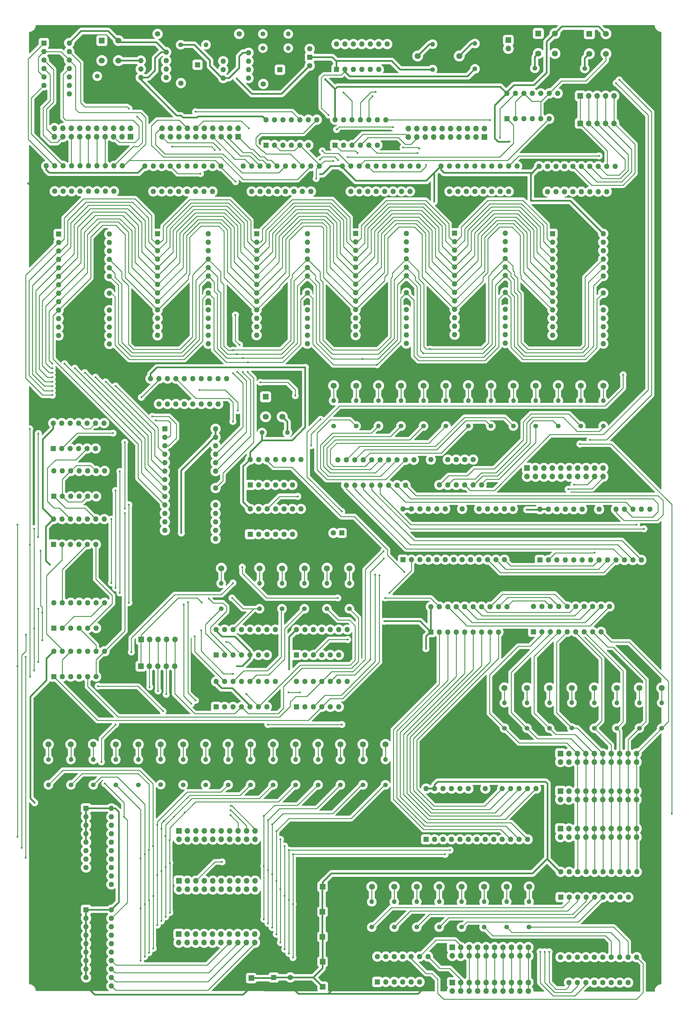
<source format=gbr>
G04 #@! TF.GenerationSoftware,KiCad,Pcbnew,8.0.2*
G04 #@! TF.CreationDate,2024-05-23T11:35:17+02:00*
G04 #@! TF.ProjectId,final-cu,66696e61-6c2d-4637-952e-6b696361645f,rev?*
G04 #@! TF.SameCoordinates,Original*
G04 #@! TF.FileFunction,Copper,L1,Top*
G04 #@! TF.FilePolarity,Positive*
%FSLAX46Y46*%
G04 Gerber Fmt 4.6, Leading zero omitted, Abs format (unit mm)*
G04 Created by KiCad (PCBNEW 8.0.2) date 2024-05-23 11:35:17*
%MOMM*%
%LPD*%
G01*
G04 APERTURE LIST*
G04 #@! TA.AperFunction,ComponentPad*
%ADD10C,1.800000*%
G04 #@! TD*
G04 #@! TA.AperFunction,ComponentPad*
%ADD11R,1.800000X1.800000*%
G04 #@! TD*
G04 #@! TA.AperFunction,ComponentPad*
%ADD12O,1.600000X1.600000*%
G04 #@! TD*
G04 #@! TA.AperFunction,ComponentPad*
%ADD13R,1.600000X1.600000*%
G04 #@! TD*
G04 #@! TA.AperFunction,ComponentPad*
%ADD14O,1.400000X1.400000*%
G04 #@! TD*
G04 #@! TA.AperFunction,ComponentPad*
%ADD15C,1.400000*%
G04 #@! TD*
G04 #@! TA.AperFunction,ComponentPad*
%ADD16O,1.700000X1.700000*%
G04 #@! TD*
G04 #@! TA.AperFunction,ComponentPad*
%ADD17R,1.700000X1.700000*%
G04 #@! TD*
G04 #@! TA.AperFunction,ComponentPad*
%ADD18C,1.600000*%
G04 #@! TD*
G04 #@! TA.AperFunction,ComponentPad*
%ADD19R,1.500000X1.500000*%
G04 #@! TD*
G04 #@! TA.AperFunction,ViaPad*
%ADD20C,0.600000*%
G04 #@! TD*
G04 #@! TA.AperFunction,Conductor*
%ADD21C,0.500000*%
G04 #@! TD*
G04 #@! TA.AperFunction,Conductor*
%ADD22C,0.250000*%
G04 #@! TD*
G04 APERTURE END LIST*
D10*
X135000000Y-135750000D03*
D11*
X132460000Y-135750000D03*
D12*
X67615148Y-90200000D03*
X67615148Y-92740000D03*
X67615148Y-95280000D03*
X67615148Y-97820000D03*
X67615148Y-100360000D03*
X67615148Y-102900000D03*
X67615148Y-105440000D03*
X67615148Y-107980000D03*
X67615148Y-110520000D03*
X67615148Y-113060000D03*
X67615148Y-115600000D03*
X67615148Y-118140000D03*
X67615148Y-120680000D03*
X67615148Y-123220000D03*
X52375148Y-123220000D03*
X52375148Y-120680000D03*
X52375148Y-118140000D03*
X52375148Y-115600000D03*
X52375148Y-113060000D03*
X52375148Y-110520000D03*
X52375148Y-107980000D03*
X52375148Y-105440000D03*
X52375148Y-102900000D03*
X52375148Y-100360000D03*
X52375148Y-97820000D03*
X52375148Y-95280000D03*
X52375148Y-92740000D03*
D13*
X52375148Y-90200000D03*
D14*
X162000000Y-140250000D03*
D15*
X162000000Y-147870000D03*
D14*
X123570000Y-248000000D03*
D15*
X123570000Y-255620000D03*
D14*
X96680000Y-33380000D03*
D15*
X89060000Y-33380000D03*
D14*
X101235000Y-195122500D03*
D15*
X101235000Y-202742500D03*
D14*
X103320000Y-248000000D03*
D15*
X103320000Y-255620000D03*
D14*
X112735000Y-195122500D03*
D15*
X112735000Y-202742500D03*
D12*
X68250000Y-293140000D03*
X68250000Y-295680000D03*
X68250000Y-298220000D03*
X68250000Y-300760000D03*
X68250000Y-303300000D03*
X68250000Y-305840000D03*
X68250000Y-308380000D03*
X68250000Y-310920000D03*
X68250000Y-313460000D03*
X68250000Y-316000000D03*
X60630000Y-316000000D03*
X60630000Y-313460000D03*
X60630000Y-310920000D03*
X60630000Y-308380000D03*
X60630000Y-305840000D03*
X60630000Y-303300000D03*
X60630000Y-300760000D03*
X60630000Y-298220000D03*
X60630000Y-295680000D03*
D13*
X60630000Y-293140000D03*
D14*
X141750000Y-140250000D03*
D15*
X141750000Y-147870000D03*
D16*
X134250000Y-316250000D03*
D17*
X131710000Y-316250000D03*
D10*
X226860000Y-226500000D03*
D11*
X224320000Y-226500000D03*
D10*
X139775000Y-190587500D03*
D11*
X137235000Y-190587500D03*
D14*
X220095000Y-231000000D03*
D15*
X220095000Y-238620000D03*
D16*
X187500000Y-34540000D03*
D17*
X187500000Y-32000000D03*
D10*
X199845000Y-226500000D03*
D11*
X197305000Y-226500000D03*
D18*
X79620000Y-30130000D03*
X82120000Y-30130000D03*
D10*
X162000000Y-135750000D03*
D11*
X159460000Y-135750000D03*
D12*
X55570000Y-32875000D03*
X55570000Y-35415000D03*
X55570000Y-37955000D03*
X55570000Y-40495000D03*
X55570000Y-43035000D03*
X55570000Y-45575000D03*
X55570000Y-48115000D03*
X47950000Y-48115000D03*
X47950000Y-45575000D03*
X47950000Y-43035000D03*
X47950000Y-40495000D03*
X47950000Y-37955000D03*
X47950000Y-35415000D03*
D13*
X47950000Y-32875000D03*
D16*
X157445148Y-58570000D03*
X157445148Y-61110000D03*
X159985148Y-58570000D03*
X159985148Y-61110000D03*
X162525148Y-58570000D03*
X162525148Y-61110000D03*
X165065148Y-58570000D03*
X165065148Y-61110000D03*
X167605148Y-58570000D03*
X167605148Y-61110000D03*
X170145148Y-58570000D03*
X170145148Y-61110000D03*
X172685148Y-58570000D03*
X172685148Y-61110000D03*
X175225148Y-58570000D03*
X175225148Y-61110000D03*
X177765148Y-58570000D03*
X177765148Y-61110000D03*
X180305148Y-58570000D03*
D17*
X180305148Y-61110000D03*
D16*
X111330000Y-303000000D03*
X111330000Y-300460000D03*
X108790000Y-303000000D03*
X108790000Y-300460000D03*
X106250000Y-303000000D03*
X106250000Y-300460000D03*
X103710000Y-303000000D03*
X103710000Y-300460000D03*
X101170000Y-303000000D03*
X101170000Y-300460000D03*
X98630000Y-303000000D03*
X98630000Y-300460000D03*
X96090000Y-303000000D03*
X96090000Y-300460000D03*
X93550000Y-303000000D03*
X93550000Y-300460000D03*
X91010000Y-303000000D03*
X91010000Y-300460000D03*
X88470000Y-303000000D03*
D17*
X88470000Y-300460000D03*
D16*
X193500000Y-317500000D03*
X193500000Y-314960000D03*
X190960000Y-317500000D03*
X190960000Y-314960000D03*
X188420000Y-317500000D03*
X188420000Y-314960000D03*
X185880000Y-317500000D03*
X185880000Y-314960000D03*
X183340000Y-317500000D03*
X183340000Y-314960000D03*
X180800000Y-317500000D03*
X180800000Y-314960000D03*
X178260000Y-317500000D03*
X178260000Y-314960000D03*
X175720000Y-317500000D03*
X175720000Y-314960000D03*
X173180000Y-317500000D03*
X173180000Y-314960000D03*
X170640000Y-317500000D03*
D17*
X170640000Y-314960000D03*
D10*
X126275000Y-190587500D03*
D11*
X123735000Y-190587500D03*
D10*
X133025000Y-190587500D03*
D11*
X130485000Y-190587500D03*
D10*
X209250000Y-135750000D03*
D11*
X206710000Y-135750000D03*
D14*
X189000000Y-140250000D03*
D15*
X189000000Y-147870000D03*
D16*
X225990000Y-260040000D03*
X225990000Y-257500000D03*
X223450000Y-260040000D03*
X223450000Y-257500000D03*
X220910000Y-260040000D03*
X220910000Y-257500000D03*
X218370000Y-260040000D03*
X218370000Y-257500000D03*
X215830000Y-260040000D03*
X215830000Y-257500000D03*
X213290000Y-260040000D03*
X213290000Y-257500000D03*
X210750000Y-260040000D03*
X210750000Y-257500000D03*
X208210000Y-260040000D03*
X208210000Y-257500000D03*
X205670000Y-260040000D03*
X205670000Y-257500000D03*
X203130000Y-260040000D03*
D17*
X203130000Y-257500000D03*
D12*
X97355148Y-90160000D03*
X97355148Y-92700000D03*
X97355148Y-95240000D03*
X97355148Y-97780000D03*
X97355148Y-100320000D03*
X97355148Y-102860000D03*
X97355148Y-105400000D03*
X97355148Y-107940000D03*
X97355148Y-110480000D03*
X97355148Y-113020000D03*
X97355148Y-115560000D03*
X97355148Y-118100000D03*
X97355148Y-120640000D03*
X97355148Y-123180000D03*
X82115148Y-123180000D03*
X82115148Y-120640000D03*
X82115148Y-118100000D03*
X82115148Y-115560000D03*
X82115148Y-113020000D03*
X82115148Y-110480000D03*
X82115148Y-107940000D03*
X82115148Y-105400000D03*
X82115148Y-102860000D03*
X82115148Y-100320000D03*
X82115148Y-97780000D03*
X82115148Y-95240000D03*
X82115148Y-92700000D03*
D13*
X82115148Y-90160000D03*
D12*
X135460000Y-55880000D03*
X138000000Y-55880000D03*
X140540000Y-55880000D03*
X143080000Y-55880000D03*
X145620000Y-55880000D03*
X148160000Y-55880000D03*
X150700000Y-55880000D03*
X150700000Y-63500000D03*
X148160000Y-63500000D03*
X145620000Y-63500000D03*
X143080000Y-63500000D03*
X140540000Y-63500000D03*
X138000000Y-63500000D03*
D13*
X135460000Y-63500000D03*
D12*
X50960000Y-161370000D03*
X53500000Y-161370000D03*
X56040000Y-161370000D03*
X58580000Y-161370000D03*
X61120000Y-161370000D03*
X63660000Y-161370000D03*
X66200000Y-161370000D03*
X66200000Y-168990000D03*
X63660000Y-168990000D03*
X61120000Y-168990000D03*
X58580000Y-168990000D03*
X56040000Y-168990000D03*
X53500000Y-168990000D03*
D13*
X50960000Y-168990000D03*
D10*
X76330000Y-243500000D03*
D11*
X73790000Y-243500000D03*
D14*
X137070000Y-248000000D03*
D15*
X137070000Y-255620000D03*
D14*
X62820000Y-248000000D03*
D15*
X62820000Y-255620000D03*
D14*
X216000000Y-140250000D03*
D15*
X216000000Y-147870000D03*
D10*
X101275000Y-190587500D03*
D11*
X98735000Y-190587500D03*
D12*
X109440000Y-35760000D03*
X109440000Y-38300000D03*
X109440000Y-40840000D03*
X109440000Y-43380000D03*
X101820000Y-43380000D03*
X101820000Y-40840000D03*
X101820000Y-38300000D03*
D13*
X101820000Y-35760000D03*
D18*
X104120000Y-30130000D03*
X106620000Y-30130000D03*
D14*
X96570000Y-248000000D03*
D15*
X96570000Y-255620000D03*
D10*
X182265000Y-135750000D03*
D11*
X179725000Y-135750000D03*
D16*
X134210000Y-293750000D03*
D17*
X131670000Y-293750000D03*
D12*
X196735148Y-69860000D03*
X199275148Y-69860000D03*
X201815148Y-69860000D03*
X204355148Y-69860000D03*
X206895148Y-69860000D03*
X209435148Y-69860000D03*
X211975148Y-69860000D03*
X214515148Y-69860000D03*
X217055148Y-69860000D03*
X219595148Y-69860000D03*
X219595148Y-77480000D03*
X217055148Y-77480000D03*
X214515148Y-77480000D03*
X211975148Y-77480000D03*
X209435148Y-77480000D03*
X206895148Y-77480000D03*
X204355148Y-77480000D03*
X201815148Y-77480000D03*
X199275148Y-77480000D03*
D13*
X196735148Y-77480000D03*
D18*
X117000000Y-316000000D03*
D13*
X117000000Y-313500000D03*
D10*
X201500000Y-36000000D03*
X196500000Y-36000000D03*
X201500000Y-30000000D03*
D11*
X196500000Y-30000000D03*
D12*
X187075148Y-47980000D03*
X189615148Y-47980000D03*
X192155148Y-47980000D03*
X194695148Y-47980000D03*
X197235148Y-47980000D03*
X199775148Y-47980000D03*
X202315148Y-47980000D03*
X202315148Y-55600000D03*
X199775148Y-55600000D03*
X197235148Y-55600000D03*
X194695148Y-55600000D03*
X192155148Y-55600000D03*
X189615148Y-55600000D03*
D13*
X187075148Y-55600000D03*
D12*
X99705000Y-224575000D03*
X102245000Y-224575000D03*
X104785000Y-224575000D03*
X107325000Y-224575000D03*
X109865000Y-224575000D03*
X112405000Y-224575000D03*
X114945000Y-224575000D03*
X117485000Y-224575000D03*
X117485000Y-232195000D03*
X114945000Y-232195000D03*
X112405000Y-232195000D03*
X109865000Y-232195000D03*
X107325000Y-232195000D03*
X104785000Y-232195000D03*
X102245000Y-232195000D03*
D13*
X99705000Y-232195000D03*
D10*
X62790000Y-243500000D03*
D11*
X60250000Y-243500000D03*
D14*
X173475000Y-290740000D03*
D15*
X173475000Y-298360000D03*
D12*
X50960000Y-215500000D03*
X53500000Y-215500000D03*
X56040000Y-215500000D03*
X58580000Y-215500000D03*
X61120000Y-215500000D03*
X63660000Y-215500000D03*
X66200000Y-215500000D03*
X66200000Y-223120000D03*
X63660000Y-223120000D03*
X61120000Y-223120000D03*
X58580000Y-223120000D03*
X56040000Y-223120000D03*
X53500000Y-223120000D03*
D13*
X50960000Y-223120000D03*
D10*
X216000000Y-135750000D03*
D11*
X213460000Y-135750000D03*
D14*
X199845000Y-231000000D03*
D15*
X199845000Y-238620000D03*
D16*
X219275148Y-56980000D03*
X216735148Y-56980000D03*
X214195148Y-56980000D03*
X211655148Y-56980000D03*
D17*
X209115148Y-56980000D03*
D14*
X166725000Y-290740000D03*
D15*
X166725000Y-298360000D03*
D10*
X172765000Y-36750000D03*
D11*
X170225000Y-36750000D03*
D14*
X182250000Y-140250000D03*
D15*
X182250000Y-147870000D03*
D18*
X122000000Y-315955112D03*
X122000000Y-313455112D03*
D10*
X150595000Y-243500000D03*
D11*
X148055000Y-243500000D03*
D16*
X219275148Y-48730000D03*
X216735148Y-48730000D03*
X214195148Y-48730000D03*
X211655148Y-48730000D03*
D17*
X209115148Y-48730000D03*
D14*
X159975000Y-290740000D03*
D15*
X159975000Y-298360000D03*
D10*
X146490000Y-286240000D03*
D11*
X143950000Y-286240000D03*
D10*
X193765000Y-286250000D03*
D11*
X191225000Y-286250000D03*
D10*
X216827500Y-36077500D03*
X211827500Y-36077500D03*
X216827500Y-30077500D03*
D11*
X211827500Y-30077500D03*
D16*
X83460000Y-58500000D03*
X83460000Y-61040000D03*
X86000000Y-58500000D03*
X86000000Y-61040000D03*
X88540000Y-58500000D03*
X88540000Y-61040000D03*
X91080000Y-58500000D03*
X91080000Y-61040000D03*
X93620000Y-58500000D03*
X93620000Y-61040000D03*
X96160000Y-58500000D03*
X96160000Y-61040000D03*
X98700000Y-58500000D03*
X98700000Y-61040000D03*
X101240000Y-58500000D03*
X101240000Y-61040000D03*
X103780000Y-58500000D03*
X103780000Y-61040000D03*
X106320000Y-58500000D03*
D17*
X106320000Y-61040000D03*
D10*
X83040000Y-243500000D03*
D11*
X80500000Y-243500000D03*
D10*
X112775000Y-190587500D03*
D11*
X110235000Y-190587500D03*
D10*
X180225000Y-286240000D03*
D11*
X177685000Y-286240000D03*
D10*
X130320000Y-243500000D03*
D11*
X127780000Y-243500000D03*
D12*
X164225000Y-157950000D03*
X166765000Y-157950000D03*
X169305000Y-157950000D03*
X171845000Y-157950000D03*
X174385000Y-157950000D03*
X176925000Y-157950000D03*
X179465000Y-157950000D03*
X182005000Y-157950000D03*
X182005000Y-165570000D03*
X179465000Y-165570000D03*
X176925000Y-165570000D03*
X174385000Y-165570000D03*
X171845000Y-165570000D03*
X169305000Y-165570000D03*
X166765000Y-165570000D03*
D13*
X164225000Y-165570000D03*
D10*
X70370000Y-38130000D03*
X65370000Y-38130000D03*
X70370000Y-32130000D03*
D11*
X65370000Y-32130000D03*
D14*
X110070000Y-248000000D03*
D15*
X110070000Y-255620000D03*
D10*
X220095000Y-226500000D03*
D11*
X217555000Y-226500000D03*
D16*
X134225000Y-308750000D03*
D17*
X131685000Y-308750000D03*
D12*
X162810000Y-256750000D03*
X165350000Y-256750000D03*
X167890000Y-256750000D03*
X170430000Y-256750000D03*
X172970000Y-256750000D03*
X175510000Y-256750000D03*
X178050000Y-256750000D03*
X180590000Y-256750000D03*
X183130000Y-256750000D03*
X185670000Y-256750000D03*
X188210000Y-256750000D03*
X190750000Y-256750000D03*
X193290000Y-256750000D03*
X195830000Y-256750000D03*
X195830000Y-271990000D03*
X193290000Y-271990000D03*
X190750000Y-271990000D03*
X188210000Y-271990000D03*
X185670000Y-271990000D03*
X183130000Y-271990000D03*
X180590000Y-271990000D03*
X178050000Y-271990000D03*
X175510000Y-271990000D03*
X172970000Y-271990000D03*
X170430000Y-271990000D03*
X167890000Y-271990000D03*
X165350000Y-271990000D03*
D13*
X162810000Y-271990000D03*
D14*
X175500000Y-140250000D03*
D15*
X175500000Y-147870000D03*
D12*
X123860000Y-209005000D03*
X126400000Y-209005000D03*
X128940000Y-209005000D03*
X131480000Y-209005000D03*
X134020000Y-209005000D03*
X136560000Y-209005000D03*
X139100000Y-209005000D03*
X139100000Y-216625000D03*
X136560000Y-216625000D03*
X134020000Y-216625000D03*
X131480000Y-216625000D03*
X128940000Y-216625000D03*
X126400000Y-216625000D03*
D13*
X123860000Y-216625000D03*
D10*
X186990000Y-286240000D03*
D11*
X184450000Y-286240000D03*
D10*
X103305000Y-243500000D03*
D11*
X100765000Y-243500000D03*
D10*
X89790000Y-243500000D03*
D11*
X87250000Y-243500000D03*
D10*
X141765000Y-135750000D03*
D11*
X139225000Y-135750000D03*
D14*
X150570000Y-248000000D03*
D15*
X150570000Y-255620000D03*
D16*
X87250000Y-220000000D03*
X84710000Y-220000000D03*
X82170000Y-220000000D03*
X79630000Y-220000000D03*
D17*
X77090000Y-220000000D03*
D14*
X153225000Y-290740000D03*
D15*
X153225000Y-298360000D03*
D12*
X109920000Y-172750000D03*
X112460000Y-172750000D03*
X115000000Y-172750000D03*
X117540000Y-172750000D03*
X120080000Y-172750000D03*
X122620000Y-172750000D03*
X125160000Y-172750000D03*
X125160000Y-180370000D03*
X122620000Y-180370000D03*
X120080000Y-180370000D03*
X117540000Y-180370000D03*
X115000000Y-180370000D03*
X112460000Y-180370000D03*
D13*
X109920000Y-180370000D03*
D10*
X160250000Y-36750000D03*
D11*
X157710000Y-36750000D03*
D12*
X203170000Y-307380000D03*
X205710000Y-307380000D03*
X208250000Y-307380000D03*
X210790000Y-307380000D03*
X213330000Y-307380000D03*
X215870000Y-307380000D03*
X218410000Y-307380000D03*
X220950000Y-307380000D03*
X223490000Y-307380000D03*
X226030000Y-307380000D03*
X226030000Y-315000000D03*
X223490000Y-315000000D03*
X220950000Y-315000000D03*
X218410000Y-315000000D03*
X215870000Y-315000000D03*
X213330000Y-315000000D03*
X210790000Y-315000000D03*
X208250000Y-315000000D03*
X205710000Y-315000000D03*
D13*
X203170000Y-315000000D03*
D14*
X83070000Y-247940000D03*
D15*
X83070000Y-255560000D03*
D10*
X148515000Y-135750000D03*
D11*
X145975000Y-135750000D03*
D12*
X80010000Y-133630000D03*
X82550000Y-133630000D03*
X85090000Y-133630000D03*
X87630000Y-133630000D03*
X90170000Y-133630000D03*
X92710000Y-133630000D03*
X95250000Y-133630000D03*
X97790000Y-133630000D03*
X100330000Y-133630000D03*
X102870000Y-133630000D03*
X102870000Y-141250000D03*
X100330000Y-141250000D03*
X97790000Y-141250000D03*
X95250000Y-141250000D03*
X92710000Y-141250000D03*
X90170000Y-141250000D03*
X87630000Y-141250000D03*
X85090000Y-141250000D03*
X82550000Y-141250000D03*
D13*
X80010000Y-141250000D03*
D14*
X218060000Y-40500000D03*
D15*
X210440000Y-40500000D03*
D16*
X215990000Y-163040000D03*
X215990000Y-160500000D03*
X213450000Y-163040000D03*
X213450000Y-160500000D03*
X210910000Y-163040000D03*
X210910000Y-160500000D03*
X208370000Y-163040000D03*
X208370000Y-160500000D03*
X205830000Y-163040000D03*
X205830000Y-160500000D03*
X203290000Y-163040000D03*
X203290000Y-160500000D03*
X200750000Y-163040000D03*
X200750000Y-160500000D03*
X198210000Y-163040000D03*
X198210000Y-160500000D03*
X195670000Y-163040000D03*
X195670000Y-160500000D03*
X193130000Y-163040000D03*
D17*
X193130000Y-160500000D03*
D14*
X121122500Y-149827500D03*
D15*
X113502500Y-149827500D03*
D14*
X195750000Y-140250000D03*
D15*
X195750000Y-147870000D03*
D16*
X111410000Y-272000000D03*
X111410000Y-269460000D03*
X108870000Y-272000000D03*
X108870000Y-269460000D03*
X106330000Y-272000000D03*
X106330000Y-269460000D03*
X103790000Y-272000000D03*
X103790000Y-269460000D03*
X101250000Y-272000000D03*
X101250000Y-269460000D03*
X98710000Y-272000000D03*
X98710000Y-269460000D03*
X96170000Y-272000000D03*
X96170000Y-269460000D03*
X93630000Y-272000000D03*
X93630000Y-269460000D03*
X91090000Y-272000000D03*
X91090000Y-269460000D03*
X88550000Y-272000000D03*
D17*
X88550000Y-269460000D03*
D14*
X206595000Y-230940000D03*
D15*
X206595000Y-238560000D03*
D10*
X110055000Y-243500000D03*
D11*
X107515000Y-243500000D03*
D14*
X130320000Y-248000000D03*
D15*
X130320000Y-255620000D03*
D14*
X69570000Y-248000000D03*
D15*
X69570000Y-255620000D03*
D12*
X107865148Y-69800000D03*
X110405148Y-69800000D03*
X112945148Y-69800000D03*
X115485148Y-69800000D03*
X118025148Y-69800000D03*
X120565148Y-69800000D03*
X123105148Y-69800000D03*
X125645148Y-69800000D03*
X128185148Y-69800000D03*
X130725148Y-69800000D03*
X130725148Y-77420000D03*
X128185148Y-77420000D03*
X125645148Y-77420000D03*
X123105148Y-77420000D03*
X120565148Y-77420000D03*
X118025148Y-77420000D03*
X115485148Y-77420000D03*
X112945148Y-77420000D03*
X110405148Y-77420000D03*
D13*
X107865148Y-77420000D03*
D12*
X167285148Y-69800000D03*
X169825148Y-69800000D03*
X172365148Y-69800000D03*
X174905148Y-69800000D03*
X177445148Y-69800000D03*
X179985148Y-69800000D03*
X182525148Y-69800000D03*
X185065148Y-69800000D03*
X187605148Y-69800000D03*
X190145148Y-69800000D03*
X190145148Y-77420000D03*
X187605148Y-77420000D03*
X185065148Y-77420000D03*
X182525148Y-77420000D03*
X179985148Y-77420000D03*
X177445148Y-77420000D03*
X174905148Y-77420000D03*
X172365148Y-77420000D03*
X169825148Y-77420000D03*
D13*
X167285148Y-77420000D03*
D18*
X140000000Y-180000000D03*
D19*
X137460000Y-180000000D03*
D18*
X134920000Y-180000000D03*
D12*
X155840000Y-172750000D03*
X158380000Y-172750000D03*
X160920000Y-172750000D03*
X163460000Y-172750000D03*
X166000000Y-172750000D03*
X168540000Y-172750000D03*
X171080000Y-172750000D03*
X173620000Y-172750000D03*
X176160000Y-172750000D03*
X178700000Y-172750000D03*
X181240000Y-172750000D03*
X183780000Y-172750000D03*
X186320000Y-172750000D03*
X188860000Y-172750000D03*
X188860000Y-187990000D03*
X186320000Y-187990000D03*
X183780000Y-187990000D03*
X181240000Y-187990000D03*
X178700000Y-187990000D03*
X176160000Y-187990000D03*
X173620000Y-187990000D03*
X171080000Y-187990000D03*
X168540000Y-187990000D03*
X166000000Y-187990000D03*
X163460000Y-187990000D03*
X160920000Y-187990000D03*
X158380000Y-187990000D03*
D13*
X155840000Y-187990000D03*
D10*
X119525000Y-190587500D03*
D11*
X116985000Y-190587500D03*
D12*
X50960000Y-200930000D03*
X53500000Y-200930000D03*
X56040000Y-200930000D03*
X58580000Y-200930000D03*
X61120000Y-200930000D03*
X63660000Y-200930000D03*
X66200000Y-200930000D03*
X66200000Y-208550000D03*
X63660000Y-208550000D03*
X61120000Y-208550000D03*
X58580000Y-208550000D03*
X56040000Y-208550000D03*
X53500000Y-208550000D03*
D13*
X50960000Y-208550000D03*
D14*
X116820000Y-248000000D03*
D15*
X116820000Y-255620000D03*
D12*
X84690000Y-35580000D03*
X84690000Y-38120000D03*
X84690000Y-40660000D03*
X84690000Y-43200000D03*
X77070000Y-43200000D03*
X77070000Y-40660000D03*
X77070000Y-38120000D03*
D13*
X77070000Y-35580000D03*
D10*
X153225000Y-286240000D03*
D11*
X150685000Y-286240000D03*
D12*
X148125000Y-307180000D03*
X150665000Y-307180000D03*
X153205000Y-307180000D03*
X155745000Y-307180000D03*
X158285000Y-307180000D03*
X160825000Y-307180000D03*
X163365000Y-307180000D03*
X163365000Y-314800000D03*
X160825000Y-314800000D03*
X158285000Y-314800000D03*
X155745000Y-314800000D03*
X153205000Y-314800000D03*
X150665000Y-314800000D03*
D13*
X148125000Y-314800000D03*
D14*
X143820000Y-248000000D03*
D15*
X143820000Y-255620000D03*
D14*
X146475000Y-290740000D03*
D15*
X146475000Y-298360000D03*
D14*
X203075000Y-40445000D03*
D15*
X195455000Y-40445000D03*
D10*
X166725000Y-286240000D03*
D11*
X164185000Y-286240000D03*
D14*
X119485000Y-195122500D03*
D15*
X119485000Y-202742500D03*
D14*
X126235000Y-195122500D03*
D15*
X126235000Y-202742500D03*
D12*
X109920000Y-157930000D03*
X112460000Y-157930000D03*
X115000000Y-157930000D03*
X117540000Y-157930000D03*
X120080000Y-157930000D03*
X122620000Y-157930000D03*
X125160000Y-157930000D03*
X125160000Y-165550000D03*
X122620000Y-165550000D03*
X120080000Y-165550000D03*
X117540000Y-165550000D03*
X115000000Y-165550000D03*
X112460000Y-165550000D03*
D13*
X109920000Y-165550000D03*
D12*
X114710000Y-55880000D03*
X117250000Y-55880000D03*
X119790000Y-55880000D03*
X122330000Y-55880000D03*
X124870000Y-55880000D03*
X127410000Y-55880000D03*
X129950000Y-55880000D03*
X129950000Y-63500000D03*
X127410000Y-63500000D03*
X124870000Y-63500000D03*
X122330000Y-63500000D03*
X119790000Y-63500000D03*
X117250000Y-63500000D03*
D13*
X114710000Y-63500000D03*
D14*
X213345000Y-231000000D03*
D15*
X213345000Y-238620000D03*
D10*
X49290000Y-243500000D03*
D11*
X46750000Y-243500000D03*
D14*
X76320000Y-248000000D03*
D15*
X76320000Y-255620000D03*
D14*
X56070000Y-248000000D03*
D15*
X56070000Y-255620000D03*
D12*
X203220000Y-281750000D03*
X205760000Y-281750000D03*
X208300000Y-281750000D03*
X210840000Y-281750000D03*
X213380000Y-281750000D03*
X215920000Y-281750000D03*
X218460000Y-281750000D03*
X221000000Y-281750000D03*
X223540000Y-281750000D03*
X226080000Y-281750000D03*
X226080000Y-289370000D03*
X223540000Y-289370000D03*
X221000000Y-289370000D03*
X218460000Y-289370000D03*
X215920000Y-289370000D03*
X213380000Y-289370000D03*
X210840000Y-289370000D03*
X208300000Y-289370000D03*
X205760000Y-289370000D03*
D13*
X203220000Y-289370000D03*
D10*
X119577500Y-145077500D03*
X114577500Y-145077500D03*
X119577500Y-139077500D03*
D11*
X114577500Y-139077500D03*
D10*
X168750000Y-135750000D03*
D11*
X166210000Y-135750000D03*
D14*
X89820000Y-248000000D03*
D15*
X89820000Y-255620000D03*
D12*
X156855148Y-90080000D03*
X156855148Y-92620000D03*
X156855148Y-95160000D03*
X156855148Y-97700000D03*
X156855148Y-100240000D03*
X156855148Y-102780000D03*
X156855148Y-105320000D03*
X156855148Y-107860000D03*
X156855148Y-110400000D03*
X156855148Y-112940000D03*
X156855148Y-115480000D03*
X156855148Y-118020000D03*
X156855148Y-120560000D03*
X156855148Y-123100000D03*
X141615148Y-123100000D03*
X141615148Y-120560000D03*
X141615148Y-118020000D03*
X141615148Y-115480000D03*
X141615148Y-112940000D03*
X141615148Y-110400000D03*
X141615148Y-107860000D03*
X141615148Y-105320000D03*
X141615148Y-102780000D03*
X141615148Y-100240000D03*
X141615148Y-97700000D03*
X141615148Y-95160000D03*
X141615148Y-92620000D03*
D13*
X141615148Y-90080000D03*
D14*
X233595000Y-231000000D03*
D15*
X233595000Y-238620000D03*
D16*
X110250000Y-316220112D03*
D17*
X110250000Y-313680112D03*
D16*
X87340000Y-212000000D03*
X84800000Y-212000000D03*
X82260000Y-212000000D03*
X79720000Y-212000000D03*
D17*
X77180000Y-212000000D03*
D14*
X164750000Y-33190000D03*
D15*
X164750000Y-40810000D03*
D18*
X91620000Y-39380000D03*
D13*
X94120000Y-39380000D03*
D12*
X50875000Y-175800000D03*
X53415000Y-175800000D03*
X55955000Y-175800000D03*
X58495000Y-175800000D03*
X61035000Y-175800000D03*
X63575000Y-175800000D03*
X66115000Y-175800000D03*
X66115000Y-183420000D03*
X63575000Y-183420000D03*
X61035000Y-183420000D03*
X58495000Y-183420000D03*
X55955000Y-183420000D03*
X53415000Y-183420000D03*
D13*
X50875000Y-183420000D03*
D10*
X193110000Y-226500000D03*
D11*
X190570000Y-226500000D03*
D14*
X177475000Y-33000000D03*
D15*
X177475000Y-40620000D03*
D14*
X121370000Y-30130000D03*
D15*
X113750000Y-30130000D03*
D12*
X50800000Y-147000000D03*
X53340000Y-147000000D03*
X55880000Y-147000000D03*
X58420000Y-147000000D03*
X60960000Y-147000000D03*
X63500000Y-147000000D03*
X66040000Y-147000000D03*
X66040000Y-154620000D03*
X63500000Y-154620000D03*
X60960000Y-154620000D03*
X58420000Y-154620000D03*
X55880000Y-154620000D03*
X53340000Y-154620000D03*
D13*
X50800000Y-154620000D03*
D16*
X193500000Y-306960000D03*
X193500000Y-304420000D03*
X190960000Y-306960000D03*
X190960000Y-304420000D03*
X188420000Y-306960000D03*
X188420000Y-304420000D03*
X185880000Y-306960000D03*
X185880000Y-304420000D03*
X183340000Y-306960000D03*
X183340000Y-304420000D03*
X180800000Y-306960000D03*
X180800000Y-304420000D03*
X178260000Y-306960000D03*
X178260000Y-304420000D03*
X175720000Y-306960000D03*
X175720000Y-304420000D03*
X173180000Y-306960000D03*
X173180000Y-304420000D03*
X170640000Y-306960000D03*
D17*
X170640000Y-304420000D03*
D12*
X78285148Y-69800000D03*
X80825148Y-69800000D03*
X83365148Y-69800000D03*
X85905148Y-69800000D03*
X88445148Y-69800000D03*
X90985148Y-69800000D03*
X93525148Y-69800000D03*
X96065148Y-69800000D03*
X98605148Y-69800000D03*
X101145148Y-69800000D03*
X101145148Y-77420000D03*
X98605148Y-77420000D03*
X96065148Y-77420000D03*
X93525148Y-77420000D03*
X90985148Y-77420000D03*
X88445148Y-77420000D03*
X85905148Y-77420000D03*
X83365148Y-77420000D03*
X80825148Y-77420000D03*
D13*
X78285148Y-77420000D03*
D14*
X186345000Y-231000000D03*
D15*
X186345000Y-238620000D03*
D14*
X135000000Y-140250000D03*
D15*
X135000000Y-147870000D03*
D16*
X111410000Y-287000000D03*
X111410000Y-284460000D03*
X108870000Y-287000000D03*
X108870000Y-284460000D03*
X106330000Y-287000000D03*
X106330000Y-284460000D03*
X103790000Y-287000000D03*
X103790000Y-284460000D03*
X101250000Y-287000000D03*
X101250000Y-284460000D03*
X98710000Y-287000000D03*
X98710000Y-284460000D03*
X96170000Y-287000000D03*
X96170000Y-284460000D03*
X93630000Y-287000000D03*
X93630000Y-284460000D03*
X91090000Y-287000000D03*
X91090000Y-284460000D03*
X88550000Y-287000000D03*
D17*
X88550000Y-284460000D03*
D12*
X99550000Y-148700000D03*
X99550000Y-151240000D03*
X99550000Y-153780000D03*
X99550000Y-156320000D03*
X99550000Y-158860000D03*
X99550000Y-161400000D03*
X99550000Y-163940000D03*
X99550000Y-166480000D03*
X99550000Y-169020000D03*
X99550000Y-171560000D03*
X99550000Y-174100000D03*
X99550000Y-176640000D03*
X99550000Y-179180000D03*
X99550000Y-181720000D03*
X84310000Y-181720000D03*
X84310000Y-179180000D03*
X84310000Y-176640000D03*
X84310000Y-174100000D03*
X84310000Y-171560000D03*
X84310000Y-169020000D03*
X84310000Y-166480000D03*
X84310000Y-163940000D03*
X84310000Y-161400000D03*
X84310000Y-158860000D03*
X84310000Y-156320000D03*
X84310000Y-153780000D03*
X84310000Y-151240000D03*
D13*
X84310000Y-148700000D03*
D14*
X168750000Y-140250000D03*
D15*
X168750000Y-147870000D03*
D10*
X69555000Y-243500000D03*
D11*
X67015000Y-243500000D03*
D10*
X96555000Y-243500000D03*
D11*
X94015000Y-243500000D03*
D14*
X139735000Y-195122500D03*
D15*
X139735000Y-202742500D03*
D12*
X197000000Y-172865000D03*
X199540000Y-172865000D03*
X202080000Y-172865000D03*
X204620000Y-172865000D03*
X207160000Y-172865000D03*
X209700000Y-172865000D03*
X212240000Y-172865000D03*
X214780000Y-172865000D03*
X217320000Y-172865000D03*
X219860000Y-172865000D03*
X222400000Y-172865000D03*
X224940000Y-172865000D03*
X227480000Y-172865000D03*
X230020000Y-172865000D03*
X230020000Y-188105000D03*
X227480000Y-188105000D03*
X224940000Y-188105000D03*
X222400000Y-188105000D03*
X219860000Y-188105000D03*
X217320000Y-188105000D03*
X214780000Y-188105000D03*
X212240000Y-188105000D03*
X209700000Y-188105000D03*
X207160000Y-188105000D03*
X204620000Y-188105000D03*
X202080000Y-188105000D03*
X199540000Y-188105000D03*
D13*
X197000000Y-188105000D03*
D10*
X116845000Y-243500000D03*
D11*
X114305000Y-243500000D03*
D18*
X116370000Y-45130000D03*
X113870000Y-45130000D03*
D14*
X155250000Y-140250000D03*
D15*
X155250000Y-147870000D03*
D14*
X226845000Y-231000000D03*
D15*
X226845000Y-238620000D03*
D10*
X159990000Y-286240000D03*
D11*
X157450000Y-286240000D03*
D10*
X173475000Y-286240000D03*
D11*
X170935000Y-286240000D03*
D14*
X186975000Y-290740000D03*
D15*
X186975000Y-298360000D03*
D12*
X135875000Y-33180000D03*
X138415000Y-33180000D03*
X140955000Y-33180000D03*
X143495000Y-33180000D03*
X146035000Y-33180000D03*
X148575000Y-33180000D03*
X151115000Y-33180000D03*
X151115000Y-40800000D03*
X148575000Y-40800000D03*
X146035000Y-40800000D03*
X143495000Y-40800000D03*
X140955000Y-40800000D03*
X138415000Y-40800000D03*
D13*
X135875000Y-40800000D03*
D14*
X180225000Y-290740000D03*
D15*
X180225000Y-298360000D03*
D10*
X143805000Y-243500000D03*
D11*
X141265000Y-243500000D03*
D14*
X148500000Y-147870000D03*
D15*
X148500000Y-140250000D03*
D16*
X134210000Y-301250000D03*
D17*
X131670000Y-301250000D03*
D16*
X134225000Y-286250000D03*
D17*
X131685000Y-286250000D03*
D10*
X202500000Y-135750000D03*
D11*
X199960000Y-135750000D03*
D14*
X132985000Y-195122500D03*
D15*
X132985000Y-202742500D03*
D12*
X127105148Y-90120000D03*
X127105148Y-92660000D03*
X127105148Y-95200000D03*
X127105148Y-97740000D03*
X127105148Y-100280000D03*
X127105148Y-102820000D03*
X127105148Y-105360000D03*
X127105148Y-107900000D03*
X127105148Y-110440000D03*
X127105148Y-112980000D03*
X127105148Y-115520000D03*
X127105148Y-118060000D03*
X127105148Y-120600000D03*
X127105148Y-123140000D03*
X111865148Y-123140000D03*
X111865148Y-120600000D03*
X111865148Y-118060000D03*
X111865148Y-115520000D03*
X111865148Y-112980000D03*
X111865148Y-110440000D03*
X111865148Y-107900000D03*
X111865148Y-105360000D03*
X111865148Y-102820000D03*
X111865148Y-100280000D03*
X111865148Y-97740000D03*
X111865148Y-95200000D03*
X111865148Y-92660000D03*
D13*
X111865148Y-90120000D03*
D14*
X71602500Y-42802500D03*
D15*
X63982500Y-42802500D03*
D14*
X193725000Y-290740000D03*
D15*
X193725000Y-298360000D03*
D14*
X193095000Y-231000000D03*
D15*
X193095000Y-238620000D03*
D10*
X137055000Y-243500000D03*
D11*
X134515000Y-243500000D03*
D12*
X68250000Y-262680000D03*
X68250000Y-265220000D03*
X68250000Y-267760000D03*
X68250000Y-270300000D03*
X68250000Y-272840000D03*
X68250000Y-275380000D03*
X68250000Y-277920000D03*
X68250000Y-280460000D03*
X68250000Y-283000000D03*
X68250000Y-285540000D03*
X60630000Y-285540000D03*
X60630000Y-283000000D03*
X60630000Y-280460000D03*
X60630000Y-277920000D03*
X60630000Y-275380000D03*
X60630000Y-272840000D03*
X60630000Y-270300000D03*
X60630000Y-267760000D03*
X60630000Y-265220000D03*
D13*
X60630000Y-262680000D03*
D10*
X123570000Y-243500000D03*
D11*
X121030000Y-243500000D03*
D10*
X213345000Y-226500000D03*
D11*
X210805000Y-226500000D03*
D12*
X186605148Y-89950000D03*
X186605148Y-92490000D03*
X186605148Y-95030000D03*
X186605148Y-97570000D03*
X186605148Y-100110000D03*
X186605148Y-102650000D03*
X186605148Y-105190000D03*
X186605148Y-107730000D03*
X186605148Y-110270000D03*
X186605148Y-112810000D03*
X186605148Y-115350000D03*
X186605148Y-117890000D03*
X186605148Y-120430000D03*
X186605148Y-122970000D03*
X171365148Y-122970000D03*
X171365148Y-120430000D03*
X171365148Y-117890000D03*
X171365148Y-115350000D03*
X171365148Y-112810000D03*
X171365148Y-110270000D03*
X171365148Y-107730000D03*
X171365148Y-105190000D03*
X171365148Y-102650000D03*
X171365148Y-100110000D03*
X171365148Y-97570000D03*
X171365148Y-95030000D03*
X171365148Y-92490000D03*
D13*
X171365148Y-89950000D03*
D12*
X164220000Y-202115000D03*
X166760000Y-202115000D03*
X169300000Y-202115000D03*
X171840000Y-202115000D03*
X174380000Y-202115000D03*
X176920000Y-202115000D03*
X179460000Y-202115000D03*
X182000000Y-202115000D03*
X184540000Y-202115000D03*
X187080000Y-202115000D03*
X187080000Y-209735000D03*
X184540000Y-209735000D03*
X182000000Y-209735000D03*
X179460000Y-209735000D03*
X176920000Y-209735000D03*
X174380000Y-209735000D03*
X171840000Y-209735000D03*
X169300000Y-209735000D03*
X166760000Y-209735000D03*
D13*
X164220000Y-209735000D03*
D14*
X202500000Y-140250000D03*
D15*
X202500000Y-147870000D03*
D10*
X175500000Y-135750000D03*
D11*
X172960000Y-135750000D03*
D12*
X195015000Y-202055000D03*
X197555000Y-202055000D03*
X200095000Y-202055000D03*
X202635000Y-202055000D03*
X205175000Y-202055000D03*
X207715000Y-202055000D03*
X210255000Y-202055000D03*
X212795000Y-202055000D03*
X215335000Y-202055000D03*
X217875000Y-202055000D03*
X217875000Y-209675000D03*
X215335000Y-209675000D03*
X212795000Y-209675000D03*
X210255000Y-209675000D03*
X207715000Y-209675000D03*
X205175000Y-209675000D03*
X202635000Y-209675000D03*
X200095000Y-209675000D03*
X197555000Y-209675000D03*
D13*
X195015000Y-209675000D03*
D10*
X189000000Y-135750000D03*
D11*
X186460000Y-135750000D03*
D12*
X136260000Y-158000000D03*
X138800000Y-158000000D03*
X141340000Y-158000000D03*
X143880000Y-158000000D03*
X146420000Y-158000000D03*
X148960000Y-158000000D03*
X151500000Y-158000000D03*
X154040000Y-158000000D03*
X156580000Y-158000000D03*
X159120000Y-158000000D03*
X159120000Y-165620000D03*
X156580000Y-165620000D03*
X154040000Y-165620000D03*
X151500000Y-165620000D03*
X148960000Y-165620000D03*
X146420000Y-165620000D03*
X143880000Y-165620000D03*
X141340000Y-165620000D03*
X138800000Y-165620000D03*
D13*
X136260000Y-165620000D03*
D12*
X48690148Y-69750000D03*
X51230148Y-69750000D03*
X53770148Y-69750000D03*
X56310148Y-69750000D03*
X58850148Y-69750000D03*
X61390148Y-69750000D03*
X63930148Y-69750000D03*
X66470148Y-69750000D03*
X69010148Y-69750000D03*
X71550148Y-69750000D03*
X71550148Y-77370000D03*
X69010148Y-77370000D03*
X66470148Y-77370000D03*
X63930148Y-77370000D03*
X61390148Y-77370000D03*
X58850148Y-77370000D03*
X56310148Y-77370000D03*
X53770148Y-77370000D03*
X51230148Y-77370000D03*
D13*
X48690148Y-77370000D03*
D16*
X226000000Y-271290000D03*
X226000000Y-268750000D03*
X223460000Y-271290000D03*
X223460000Y-268750000D03*
X220920000Y-271290000D03*
X220920000Y-268750000D03*
X218380000Y-271290000D03*
X218380000Y-268750000D03*
X215840000Y-271290000D03*
X215840000Y-268750000D03*
X213300000Y-271290000D03*
X213300000Y-268750000D03*
X210760000Y-271290000D03*
X210760000Y-268750000D03*
X208220000Y-271290000D03*
X208220000Y-268750000D03*
X205680000Y-271290000D03*
X205680000Y-268750000D03*
X203140000Y-271290000D03*
D17*
X203140000Y-268750000D03*
D10*
X195750000Y-135750000D03*
D11*
X193210000Y-135750000D03*
D12*
X216015148Y-90120000D03*
X216015148Y-92660000D03*
X216015148Y-95200000D03*
X216015148Y-97740000D03*
X216015148Y-100280000D03*
X216015148Y-102820000D03*
X216015148Y-105360000D03*
X216015148Y-107900000D03*
X216015148Y-110440000D03*
X216015148Y-112980000D03*
X216015148Y-115520000D03*
X216015148Y-118060000D03*
X216015148Y-120600000D03*
X216015148Y-123140000D03*
X200775148Y-123140000D03*
X200775148Y-120600000D03*
X200775148Y-118060000D03*
X200775148Y-115520000D03*
X200775148Y-112980000D03*
X200775148Y-110440000D03*
X200775148Y-107900000D03*
X200775148Y-105360000D03*
X200775148Y-102820000D03*
X200775148Y-100280000D03*
X200775148Y-97740000D03*
X200775148Y-95200000D03*
X200775148Y-92660000D03*
D13*
X200775148Y-90120000D03*
D18*
X91620000Y-44880000D03*
X89120000Y-44880000D03*
D12*
X99705000Y-209005000D03*
X102245000Y-209005000D03*
X104785000Y-209005000D03*
X107325000Y-209005000D03*
X109865000Y-209005000D03*
X112405000Y-209005000D03*
X114945000Y-209005000D03*
X117485000Y-209005000D03*
X117485000Y-216625000D03*
X114945000Y-216625000D03*
X112405000Y-216625000D03*
X109865000Y-216625000D03*
X107325000Y-216625000D03*
X104785000Y-216625000D03*
X102245000Y-216625000D03*
D13*
X99705000Y-216625000D03*
D10*
X233595000Y-226500000D03*
D11*
X231055000Y-226500000D03*
D10*
X155250000Y-135750000D03*
D11*
X152710000Y-135750000D03*
D18*
X116370000Y-40880000D03*
D13*
X118870000Y-40880000D03*
D12*
X137615148Y-69800000D03*
X140155148Y-69800000D03*
X142695148Y-69800000D03*
X145235148Y-69800000D03*
X147775148Y-69800000D03*
X150315148Y-69800000D03*
X152855148Y-69800000D03*
X155395148Y-69800000D03*
X157935148Y-69800000D03*
X160475148Y-69800000D03*
X160475148Y-77420000D03*
X157935148Y-77420000D03*
X155395148Y-77420000D03*
X152855148Y-77420000D03*
X150315148Y-77420000D03*
X147775148Y-77420000D03*
X145235148Y-77420000D03*
X142695148Y-77420000D03*
X140155148Y-77420000D03*
D13*
X137615148Y-77420000D03*
D14*
X209250000Y-140250000D03*
D15*
X209250000Y-147870000D03*
D12*
X123860000Y-224575000D03*
X126400000Y-224575000D03*
X128940000Y-224575000D03*
X131480000Y-224575000D03*
X134020000Y-224575000D03*
X136560000Y-224575000D03*
X139100000Y-224575000D03*
X139100000Y-232195000D03*
X136560000Y-232195000D03*
X134020000Y-232195000D03*
X131480000Y-232195000D03*
X128940000Y-232195000D03*
X126400000Y-232195000D03*
D13*
X123860000Y-232195000D03*
D18*
X127830000Y-34590000D03*
D19*
X127830000Y-37130000D03*
D18*
X127830000Y-39670000D03*
D16*
X226000000Y-248750000D03*
X226000000Y-246210000D03*
X223460000Y-248750000D03*
X223460000Y-246210000D03*
X220920000Y-248750000D03*
X220920000Y-246210000D03*
X218380000Y-248750000D03*
X218380000Y-246210000D03*
X215840000Y-248750000D03*
X215840000Y-246210000D03*
X213300000Y-248750000D03*
X213300000Y-246210000D03*
X210760000Y-248750000D03*
X210760000Y-246210000D03*
X208220000Y-248750000D03*
X208220000Y-246210000D03*
X205680000Y-248750000D03*
X205680000Y-246210000D03*
X203140000Y-248750000D03*
D17*
X203140000Y-246210000D03*
D14*
X121370000Y-34380000D03*
D15*
X113750000Y-34380000D03*
D10*
X206595000Y-226500000D03*
D11*
X204055000Y-226500000D03*
D16*
X51130000Y-58460000D03*
X51130000Y-61000000D03*
X53670000Y-58460000D03*
X53670000Y-61000000D03*
X56210000Y-58460000D03*
X56210000Y-61000000D03*
X58750000Y-58460000D03*
X58750000Y-61000000D03*
X61290000Y-58460000D03*
X61290000Y-61000000D03*
X63830000Y-58460000D03*
X63830000Y-61000000D03*
X66370000Y-58460000D03*
X66370000Y-61000000D03*
X68910000Y-58460000D03*
X68910000Y-61000000D03*
X71450000Y-58460000D03*
X71450000Y-61000000D03*
X73990000Y-58460000D03*
D17*
X73990000Y-61000000D03*
D10*
X56055000Y-243500000D03*
D11*
X53515000Y-243500000D03*
D14*
X49320000Y-255620000D03*
D15*
X49320000Y-248000000D03*
D10*
X186345000Y-226500000D03*
D11*
X183805000Y-226500000D03*
D20*
X217250000Y-196000000D03*
X157500000Y-301500000D03*
X150000000Y-301500000D03*
X142500000Y-270250000D03*
X51750000Y-54250000D03*
X58750000Y-34500000D03*
X53750000Y-65250000D03*
X69250000Y-65750000D03*
X187000000Y-127500000D03*
X155250000Y-127750000D03*
X125750000Y-127500000D03*
X96500000Y-127500000D03*
X158500000Y-202750000D03*
X78750000Y-202750000D03*
X69750000Y-204750000D03*
X70000000Y-216500000D03*
X94250000Y-221000000D03*
X78250000Y-232500000D03*
X167500000Y-316000000D03*
X166750000Y-304750000D03*
X231000000Y-305750000D03*
X231000000Y-291250000D03*
X171750000Y-246250000D03*
X178250000Y-241000000D03*
X131500000Y-165000000D03*
X113500000Y-183750000D03*
X129250000Y-183000000D03*
X189250000Y-164500000D03*
X48500000Y-91750000D03*
X76000000Y-30250000D03*
X99000000Y-30750000D03*
X98000000Y-46500000D03*
X73000000Y-47250000D03*
X159250000Y-30000000D03*
X172250000Y-30000000D03*
X127250000Y-46750000D03*
X182250000Y-41750000D03*
X182500000Y-33000000D03*
X206250000Y-34000000D03*
X228750000Y-40750000D03*
X225250000Y-32000000D03*
X204250000Y-62000000D03*
X226750000Y-82750000D03*
X226750000Y-101750000D03*
X226750000Y-121250000D03*
X199750000Y-83500000D03*
X169750000Y-82250000D03*
X140750000Y-82250000D03*
X110750000Y-82250000D03*
X50500000Y-82250000D03*
X82000000Y-82250000D03*
X206000000Y-120500000D03*
X177000000Y-120500000D03*
X147250000Y-120500000D03*
X117500000Y-120500000D03*
X88250000Y-120500000D03*
X60250000Y-120500000D03*
X73500000Y-134000000D03*
X63250000Y-128750000D03*
X47750000Y-143000000D03*
X58750000Y-142250000D03*
X85250000Y-188500000D03*
X92500000Y-189750000D03*
X58250000Y-191750000D03*
X63000000Y-232750000D03*
X51250000Y-232750000D03*
X53750000Y-268500000D03*
X50750000Y-309000000D03*
X50750000Y-297500000D03*
X50750000Y-286500000D03*
X102250000Y-294000000D03*
X155250000Y-216750000D03*
X149500000Y-233750000D03*
X152000000Y-270250000D03*
X130750000Y-270250000D03*
X140250000Y-311250000D03*
X140250000Y-303000000D03*
X140250000Y-293750000D03*
X199000000Y-288000000D03*
X188000000Y-246750000D03*
X178000000Y-231250000D03*
X190750000Y-212000000D03*
X226000000Y-217250000D03*
X207500000Y-218250000D03*
X230250000Y-206000000D03*
X225750000Y-196000000D03*
X228250000Y-154000000D03*
X222750000Y-164500000D03*
X187855851Y-62444149D03*
X150250000Y-206500000D03*
X132500000Y-43750000D03*
X49750000Y-189500000D03*
X162750000Y-214750000D03*
X89250000Y-180000000D03*
X193000000Y-173000000D03*
X106000000Y-220000000D03*
X126500000Y-130250000D03*
X126500000Y-148250000D03*
X194250000Y-80250000D03*
X45200000Y-261000000D03*
X130925000Y-72250000D03*
X165235148Y-80514852D03*
X47625000Y-159125000D03*
X121625000Y-220959744D03*
X75000000Y-181750000D03*
X43250000Y-75000000D03*
X164250000Y-114000000D03*
X143669430Y-228000000D03*
X217250000Y-125500000D03*
X140750000Y-59500000D03*
X191250000Y-280500000D03*
X231000000Y-265750000D03*
X75000000Y-170750000D03*
X72250000Y-212250000D03*
X178250000Y-129750000D03*
X228050000Y-75000000D03*
X117950000Y-212250000D03*
X133205149Y-114250000D03*
X75000000Y-154500000D03*
X192705148Y-110270000D03*
X107550000Y-190250000D03*
X136250000Y-199500000D03*
X150500000Y-199500000D03*
X128250000Y-153750000D03*
X214750000Y-66750000D03*
X222000000Y-132500000D03*
X124250000Y-169000000D03*
X129750000Y-73550000D03*
X105550000Y-74500000D03*
X106734034Y-123500000D03*
X133500000Y-54500000D03*
X134960000Y-68259851D03*
X105500000Y-114500000D03*
X160250000Y-65950000D03*
X86500000Y-64000000D03*
X99288298Y-64949998D03*
X100874149Y-64875851D03*
X136386775Y-68024927D03*
X130868372Y-67836670D03*
X139250000Y-67125000D03*
X93500000Y-53500000D03*
X131610000Y-65250000D03*
X109500000Y-58500000D03*
X70750000Y-161500000D03*
X70750000Y-198000000D03*
X219875000Y-44875000D03*
X146675000Y-48825000D03*
X68250000Y-195000000D03*
X68250000Y-175800000D03*
X69500000Y-167250000D03*
X69500000Y-196500000D03*
X147629596Y-47575000D03*
X220829596Y-43920404D03*
X212000000Y-152000000D03*
X185000000Y-61250000D03*
X84000000Y-266460000D03*
X83290000Y-296500000D03*
X83290000Y-281500000D03*
X83289020Y-268888258D03*
X114040000Y-265000000D03*
X114040000Y-280000000D03*
X114040000Y-296000000D03*
X77040000Y-277750000D03*
X77040000Y-308425000D03*
X77040000Y-292750000D03*
X120290000Y-288960000D03*
X120290000Y-274000000D03*
X120290000Y-305000000D03*
X122790000Y-291460000D03*
X122790000Y-307500000D03*
X122790000Y-276500000D03*
X168500000Y-276500000D03*
X84540000Y-295250000D03*
X87000000Y-265210000D03*
X84540000Y-280250000D03*
X84500000Y-271000000D03*
X119040000Y-303000000D03*
X119040000Y-286960000D03*
X119040000Y-272000000D03*
X82040000Y-297750000D03*
X82040000Y-282750000D03*
X101500000Y-278750000D03*
X82000000Y-267710000D03*
X115290000Y-281250000D03*
X115290000Y-297250000D03*
X115290000Y-266250000D03*
X104000000Y-264750000D03*
X121540000Y-290210000D03*
X170000000Y-275250000D03*
X121540000Y-275250000D03*
X121540000Y-306250000D03*
X117790000Y-269500000D03*
X117790000Y-300500000D03*
X117790000Y-284500000D03*
X104104232Y-261929030D03*
X85790000Y-294000000D03*
X85750000Y-272250000D03*
X90250000Y-263960000D03*
X85793446Y-279075000D03*
X116540000Y-298500000D03*
X116540000Y-267500000D03*
X104000000Y-263275003D03*
X116540000Y-282500000D03*
X207195000Y-165500000D03*
X226000000Y-177500000D03*
X213415000Y-185925000D03*
X205500000Y-166825000D03*
X228250000Y-178750000D03*
X42575000Y-210500000D03*
X41300000Y-274550000D03*
X73500000Y-171500000D03*
X73500000Y-200930000D03*
X45000000Y-221250000D03*
X45000000Y-208750000D03*
X45000000Y-178675000D03*
X161962500Y-126000000D03*
X106000000Y-126250000D03*
X106039382Y-131600000D03*
X50499369Y-138595061D03*
X131087042Y-145837042D03*
X81580851Y-146169149D03*
X137455851Y-173544149D03*
X50501838Y-137245061D03*
X80500000Y-144979985D03*
X50521338Y-134545288D03*
X66496276Y-134584575D03*
X107777575Y-131600000D03*
X107750000Y-127500000D03*
X143750000Y-127750000D03*
X104821445Y-125075001D03*
X104750000Y-132000000D03*
X164000000Y-124750000D03*
X57250000Y-130500000D03*
X50509278Y-130495470D03*
X50501469Y-133195431D03*
X63450143Y-133195431D03*
X148000000Y-129500000D03*
X109191789Y-131599999D03*
X109250000Y-128750000D03*
X69496276Y-135834575D03*
X50496826Y-135895068D03*
X54169149Y-129169149D03*
X50484002Y-129145704D03*
X50498618Y-131845431D03*
X60253567Y-131841864D03*
X78290000Y-291500000D03*
X78290000Y-307175000D03*
X78250000Y-276500000D03*
X80790000Y-289000000D03*
X80790000Y-304750000D03*
X80750000Y-274000000D03*
X79500000Y-275250000D03*
X79540000Y-306000000D03*
X79540000Y-290250000D03*
X156250000Y-191750000D03*
X104750000Y-222250000D03*
X95205851Y-209294149D03*
X93500000Y-230250000D03*
X91250000Y-200750000D03*
X102785851Y-212700000D03*
X77250000Y-139250000D03*
X68750000Y-150000000D03*
X92250000Y-231250000D03*
X90000000Y-201500000D03*
X72250000Y-152750000D03*
X72264757Y-172676213D03*
X93250000Y-211000000D03*
X94750000Y-137000000D03*
X97500000Y-199675000D03*
X106250000Y-143250000D03*
X43805000Y-223120000D03*
X43750000Y-148750000D03*
X43750000Y-183500000D03*
X148823787Y-192764757D03*
X46250000Y-202750000D03*
X149998787Y-185500000D03*
X46250000Y-218750000D03*
X147500000Y-192500000D03*
X47500000Y-203925000D03*
X47500000Y-212250000D03*
X64250000Y-226000000D03*
X150124394Y-187624394D03*
X115250000Y-237500000D03*
X47000000Y-185250000D03*
X137500000Y-237500000D03*
X146000000Y-218000000D03*
X83750000Y-233500000D03*
X139250000Y-212000000D03*
X72249709Y-174026131D03*
X151750000Y-198000000D03*
X79750000Y-226250000D03*
X84710000Y-228425000D03*
X108750000Y-228344999D03*
X104500000Y-199500000D03*
X95350000Y-200850000D03*
X82250000Y-227425000D03*
X46175000Y-181250000D03*
X46300000Y-150125000D03*
X40000000Y-271250000D03*
X40000000Y-220000000D03*
X40000000Y-177500000D03*
X209000000Y-153250000D03*
X123500000Y-138750000D03*
X236595000Y-264250000D03*
X113000000Y-134750000D03*
X42500000Y-217250000D03*
X42500000Y-277500000D03*
X121500000Y-227909162D03*
X124836246Y-227895000D03*
X69500000Y-237500000D03*
X74250000Y-215750000D03*
X72000000Y-265250000D03*
X104750000Y-146500000D03*
X65240000Y-248740000D03*
X104750000Y-195000000D03*
X66250000Y-255250000D03*
X198399997Y-305750000D03*
X199750000Y-305750000D03*
X197049994Y-305750000D03*
X138000000Y-47750000D03*
X105870025Y-43505000D03*
X76000000Y-55000000D03*
X73500000Y-52500000D03*
X155838299Y-64250001D03*
X160773424Y-64523425D03*
X152875000Y-58125000D03*
X135909150Y-58820851D03*
X162750000Y-69500000D03*
X95000000Y-72075000D03*
X182000000Y-56000000D03*
X142212500Y-65950000D03*
D21*
X99190862Y-151240000D02*
X97500000Y-152930862D01*
X43875000Y-259675000D02*
X45200000Y-261000000D01*
X167285148Y-69800000D02*
X167285148Y-70931370D01*
X203000000Y-281750000D02*
X199250000Y-278000000D01*
X60630000Y-300760000D02*
X60630000Y-298220000D01*
X196172574Y-70422574D02*
X196735148Y-69860000D01*
X81370000Y-37380000D02*
X81370000Y-41130000D01*
X60630000Y-265220000D02*
X60630000Y-267760000D01*
X60630000Y-313460000D02*
X60630000Y-310920000D01*
X60630000Y-262680000D02*
X68250000Y-262680000D01*
X126450000Y-130300000D02*
X81950000Y-130300000D01*
X162750000Y-211000000D02*
X164015000Y-209735000D01*
X60630000Y-305840000D02*
X60630000Y-303300000D01*
X131685000Y-308750000D02*
X131685000Y-310685224D01*
X185095148Y-46000000D02*
X187075148Y-47980000D01*
X70370000Y-32130000D02*
X70130000Y-32130000D01*
X199250000Y-277780000D02*
X199250000Y-255250000D01*
X167285148Y-70931370D02*
X168203778Y-71850000D01*
X99705000Y-209005000D02*
X99705000Y-209364138D01*
X141706010Y-74250000D02*
X162835148Y-74250000D01*
X131750000Y-72250000D02*
X134200000Y-69800000D01*
X103580000Y-43380000D02*
X106620000Y-40340000D01*
X89774544Y-55250000D02*
X89149544Y-54625000D01*
X116819888Y-313680112D02*
X117000000Y-313500000D01*
X113502500Y-152192044D02*
X113502500Y-149827500D01*
X203572500Y-27927500D02*
X214677500Y-27927500D01*
X94317032Y-54875000D02*
X93942032Y-55250000D01*
X43875000Y-229125000D02*
X43875000Y-259675000D01*
X60630000Y-295680000D02*
X60630000Y-293140000D01*
X128915112Y-313455112D02*
X131710000Y-316250000D01*
X194250000Y-80250000D02*
X194250000Y-72345148D01*
X107870000Y-170700000D02*
X107870000Y-159980000D01*
X47625000Y-159125000D02*
X47625000Y-172550000D01*
X166268630Y-254700000D02*
X165350000Y-255618630D01*
X80010000Y-132240000D02*
X80010000Y-133630000D01*
X60630000Y-293140000D02*
X68250000Y-293140000D01*
X70130000Y-32130000D02*
X67250001Y-29250001D01*
X122557956Y-152192044D02*
X126500000Y-148250000D01*
X76285148Y-71800000D02*
X78285148Y-69800000D01*
X131670000Y-301250000D02*
X131670000Y-293750000D01*
X67250001Y-29250001D02*
X59194999Y-29250001D01*
X121625000Y-220959744D02*
X121625000Y-211240000D01*
X201500000Y-30000000D02*
X203572500Y-27927500D01*
X165235148Y-80514852D02*
X165235148Y-71850000D01*
X48550000Y-188300000D02*
X48550000Y-178125000D01*
X162750000Y-214750000D02*
X162750000Y-211000000D01*
X121625000Y-211240000D02*
X123860000Y-209005000D01*
X165350000Y-255618630D02*
X165350000Y-256750000D01*
X135460000Y-55880000D02*
X135460000Y-46710000D01*
X110250000Y-313680112D02*
X116819888Y-313680112D01*
X189196010Y-45500000D02*
X187075148Y-47620862D01*
X184461522Y-62550000D02*
X183450000Y-61538478D01*
X60630000Y-298220000D02*
X60630000Y-295680000D01*
X48750000Y-224250000D02*
X48750000Y-217710000D01*
X48750000Y-217710000D02*
X50960000Y-215500000D01*
X70500000Y-290890000D02*
X68250000Y-293140000D01*
X68250000Y-262680000D02*
X69381370Y-262680000D01*
X97500000Y-152930862D02*
X97500000Y-153000000D01*
X117250000Y-313500000D02*
X117294888Y-313455112D01*
X93159138Y-33380000D02*
X97870000Y-38090862D01*
X113502500Y-152192044D02*
X122557956Y-152192044D01*
X109865000Y-217756370D02*
X107621370Y-220000000D01*
X87875000Y-54625000D02*
X77070000Y-43820000D01*
X122000000Y-313455112D02*
X128915112Y-313455112D01*
X164220000Y-209735000D02*
X164220000Y-202115000D01*
X84690000Y-35580000D02*
X83170000Y-35580000D01*
X70500000Y-263798630D02*
X70500000Y-290890000D01*
X126500000Y-130250000D02*
X126500000Y-148250000D01*
X194745148Y-71850000D02*
X196172574Y-70422574D01*
X187855851Y-62444149D02*
X187750000Y-62550000D01*
X47625000Y-151875000D02*
X50800000Y-148700000D01*
X168203778Y-71850000D02*
X194745148Y-71850000D01*
X104654138Y-226625000D02*
X101375000Y-226625000D01*
X137615148Y-70159138D02*
X141706010Y-74250000D01*
X47625000Y-172550000D02*
X50875000Y-175800000D01*
X97870000Y-39789138D02*
X101460862Y-43380000D01*
X109920000Y-155774544D02*
X113502500Y-152192044D01*
X134200000Y-69800000D02*
X137615148Y-69800000D01*
X109920000Y-172750000D02*
X107870000Y-170700000D01*
X194250000Y-72345148D02*
X196172574Y-70422574D01*
X101460862Y-43380000D02*
X101820000Y-43380000D01*
X131685000Y-310685224D02*
X128915112Y-313455112D01*
X206145148Y-80250000D02*
X194250000Y-80250000D01*
X93942032Y-55250000D02*
X89774544Y-55250000D01*
X50800000Y-148700000D02*
X50800000Y-147000000D01*
X79300000Y-43200000D02*
X77070000Y-43200000D01*
X131685000Y-284900000D02*
X134335000Y-282250000D01*
X99705000Y-224955000D02*
X99705000Y-224575000D01*
X136170000Y-46000000D02*
X185095148Y-46000000D01*
X89149544Y-54625000D02*
X87875000Y-54625000D01*
X89250000Y-161250000D02*
X89250000Y-180000000D01*
X114710000Y-55880000D02*
X113705000Y-54875000D01*
X135460000Y-46710000D02*
X132500000Y-43750000D01*
X60630000Y-262680000D02*
X60630000Y-265220000D01*
X60630000Y-267760000D02*
X60630000Y-270300000D01*
X203220000Y-281750000D02*
X203000000Y-281750000D01*
X70370000Y-32130000D02*
X70870000Y-32630000D01*
X109865000Y-232195000D02*
X109865000Y-231835862D01*
X97500000Y-153000000D02*
X89250000Y-161250000D01*
X199000000Y-32500000D02*
X199000000Y-41750000D01*
X199250000Y-255250000D02*
X198700000Y-254700000D01*
X109865000Y-231835862D02*
X104654138Y-226625000D01*
X60630000Y-270300000D02*
X60630000Y-272840000D01*
X135460000Y-46710000D02*
X136170000Y-46000000D01*
X101820000Y-43380000D02*
X103580000Y-43380000D01*
X162835148Y-74250000D02*
X165235148Y-71850000D01*
X107621370Y-220000000D02*
X106000000Y-220000000D01*
X48690148Y-70881370D02*
X49608778Y-71800000D01*
X60630000Y-308380000D02*
X60630000Y-305840000D01*
X105400000Y-211150000D02*
X109865000Y-215615000D01*
X106620000Y-36880000D02*
X107740000Y-35760000D01*
X195250000Y-45500000D02*
X189196010Y-45500000D01*
X197000000Y-172865000D02*
X199540000Y-172865000D01*
X193000000Y-173000000D02*
X196865000Y-173000000D01*
X196865000Y-173000000D02*
X197000000Y-172865000D01*
X214677500Y-27927500D02*
X216827500Y-30077500D01*
X99550000Y-151240000D02*
X99550000Y-148700000D01*
X131670000Y-286265000D02*
X131685000Y-286250000D01*
X49608778Y-71800000D02*
X76285148Y-71800000D01*
X126500000Y-130250000D02*
X126450000Y-130300000D01*
X109865000Y-216625000D02*
X109865000Y-217756370D01*
X131670000Y-293750000D02*
X131670000Y-286265000D01*
X109920000Y-157930000D02*
X109920000Y-155774544D01*
X97870000Y-38090862D02*
X97870000Y-39789138D01*
X106620000Y-40340000D02*
X106620000Y-36880000D01*
X81370000Y-41130000D02*
X79300000Y-43200000D01*
X70870000Y-32630000D02*
X81740000Y-32630000D01*
X49750000Y-189500000D02*
X48550000Y-188300000D01*
X155840000Y-172750000D02*
X158380000Y-172750000D01*
X183450000Y-51605148D02*
X187075148Y-47980000D01*
X113705000Y-54875000D02*
X94317032Y-54875000D01*
X59194999Y-29250001D02*
X55570000Y-32875000D01*
X83170000Y-35580000D02*
X81370000Y-37380000D01*
X130925000Y-72250000D02*
X131750000Y-72250000D01*
X117294888Y-313455112D02*
X122000000Y-313455112D01*
X216015148Y-90120000D02*
X206145148Y-80250000D01*
X101490862Y-211150000D02*
X105400000Y-211150000D01*
X109865000Y-215615000D02*
X109865000Y-216625000D01*
X48550000Y-178125000D02*
X50875000Y-175800000D01*
X60630000Y-300760000D02*
X60630000Y-303300000D01*
X134335000Y-282250000D02*
X194780000Y-282250000D01*
X107870000Y-159980000D02*
X109920000Y-157930000D01*
X89060000Y-33380000D02*
X93159138Y-33380000D01*
X43875000Y-229125000D02*
X48750000Y-224250000D01*
X48690148Y-69750000D02*
X48690148Y-70881370D01*
X201500000Y-30000000D02*
X199000000Y-32500000D01*
X81950000Y-130300000D02*
X80010000Y-132240000D01*
X187750000Y-62550000D02*
X184461522Y-62550000D01*
X47625000Y-159125000D02*
X47625000Y-151875000D01*
X131685000Y-301265000D02*
X131670000Y-301250000D01*
X194780000Y-282250000D02*
X199250000Y-277780000D01*
X199250000Y-278000000D02*
X199250000Y-277780000D01*
X99705000Y-209364138D02*
X101490862Y-211150000D01*
X117000000Y-313500000D02*
X117250000Y-313500000D01*
X187075148Y-47620862D02*
X187075148Y-47980000D01*
X131685000Y-286250000D02*
X131685000Y-284900000D01*
X164015000Y-209735000D02*
X164220000Y-209735000D01*
X77070000Y-43820000D02*
X77070000Y-43200000D01*
X150250000Y-206500000D02*
X160985000Y-206500000D01*
X107740000Y-35760000D02*
X109440000Y-35760000D01*
X81740000Y-32630000D02*
X84690000Y-35580000D01*
X60630000Y-310920000D02*
X60630000Y-308380000D01*
X198700000Y-254700000D02*
X166268630Y-254700000D01*
X165350000Y-256750000D02*
X162810000Y-256750000D01*
X165235148Y-71850000D02*
X167285148Y-69800000D01*
X69381370Y-262680000D02*
X70500000Y-263798630D01*
X101375000Y-226625000D02*
X99705000Y-224955000D01*
X137615148Y-69800000D02*
X137615148Y-70159138D01*
X99550000Y-151240000D02*
X99190862Y-151240000D01*
X160985000Y-206500000D02*
X164220000Y-209735000D01*
X131685000Y-308750000D02*
X131685000Y-301265000D01*
X183450000Y-61538478D02*
X183450000Y-51605148D01*
X199000000Y-41750000D02*
X195250000Y-45500000D01*
X58580000Y-315081370D02*
X59498630Y-316000000D01*
X139210000Y-133600000D02*
X145960000Y-133600000D01*
X117950000Y-212250000D02*
X117485000Y-212715000D01*
X111884440Y-188437500D02*
X112000000Y-188437500D01*
X127750000Y-50500000D02*
X97240000Y-50500000D01*
X157450000Y-284140000D02*
X157500000Y-284090000D01*
X172960000Y-135750000D02*
X172960000Y-133600000D01*
X184450000Y-284140000D02*
X184500000Y-284090000D01*
X63255000Y-318625000D02*
X60630000Y-316000000D01*
X110250000Y-316220112D02*
X107845112Y-318625000D01*
X100226518Y-75370000D02*
X79035148Y-75370000D01*
X98810000Y-163940000D02*
X99550000Y-163940000D01*
X179725000Y-133615000D02*
X179710000Y-133600000D01*
X206710000Y-133600000D02*
X211310000Y-133600000D01*
X91267500Y-181720000D02*
X98735000Y-189187500D01*
X199960000Y-135750000D02*
X199960000Y-133600000D01*
X134225000Y-301265000D02*
X134210000Y-301250000D01*
X132460000Y-134350000D02*
X133210000Y-133600000D01*
X130500000Y-188437500D02*
X135085000Y-188437500D01*
X46750000Y-270251370D02*
X59498630Y-283000000D01*
X123735000Y-188452500D02*
X123750000Y-188437500D01*
X123750000Y-188437500D02*
X125250000Y-188437500D01*
X132460000Y-135750000D02*
X132460000Y-134350000D01*
X143950000Y-286240000D02*
X143950000Y-284840000D01*
X221340000Y-284090000D02*
X226080000Y-288830000D01*
X184450000Y-286240000D02*
X184450000Y-284140000D01*
X75030000Y-181720000D02*
X84310000Y-181720000D01*
X123735000Y-190587500D02*
X123735000Y-188452500D01*
X192705148Y-110270000D02*
X193500000Y-111064852D01*
X202315148Y-55600000D02*
X202315148Y-51184852D01*
X79035148Y-75370000D02*
X78285148Y-76120000D01*
X231000000Y-265750000D02*
X231000000Y-284450000D01*
X132000000Y-57250000D02*
X132000000Y-54750000D01*
X98418630Y-169020000D02*
X97500000Y-168101370D01*
X172960000Y-133600000D02*
X179710000Y-133600000D01*
X134225000Y-286250000D02*
X143940000Y-286250000D01*
X101145148Y-77420000D02*
X101145148Y-76288630D01*
X59498630Y-316000000D02*
X60630000Y-316000000D01*
X134210000Y-301250000D02*
X134210000Y-293750000D01*
X97500000Y-168101370D02*
X97500000Y-165250000D01*
X66206518Y-110520000D02*
X67615148Y-110520000D01*
X159460000Y-133600000D02*
X166210000Y-133600000D01*
X139100000Y-241335000D02*
X141265000Y-243500000D01*
X206710000Y-135750000D02*
X206710000Y-133600000D01*
X139225000Y-133615000D02*
X139210000Y-133600000D01*
X166210000Y-133600000D02*
X172960000Y-133600000D01*
X139879149Y-60370851D02*
X135120851Y-60370851D01*
X99550000Y-169020000D02*
X99190862Y-169020000D01*
X133210000Y-133600000D02*
X139210000Y-133600000D01*
X97500000Y-165250000D02*
X98810000Y-163940000D01*
X139555000Y-232195000D02*
X139100000Y-232195000D01*
X72250000Y-212250000D02*
X72250000Y-217070000D01*
X108615148Y-75370000D02*
X107865148Y-76120000D01*
X145975000Y-135750000D02*
X145975000Y-133615000D01*
X228050000Y-75000000D02*
X225570000Y-77480000D01*
X91267500Y-176943362D02*
X91267500Y-181720000D01*
X125250000Y-188437500D02*
X130500000Y-188437500D01*
X124394888Y-318350000D02*
X133400000Y-318350000D01*
X226030000Y-313868630D02*
X225111370Y-312950000D01*
X166210000Y-135750000D02*
X166210000Y-133600000D01*
X125160000Y-165550000D02*
X127210000Y-167600000D01*
X130725148Y-77420000D02*
X130725148Y-77060862D01*
X122000000Y-315955112D02*
X124394888Y-318350000D01*
X134250000Y-317500000D02*
X134250000Y-316250000D01*
X191225000Y-286250000D02*
X191225000Y-284115000D01*
X150500000Y-284090000D02*
X157500000Y-284090000D01*
X129034286Y-75370000D02*
X108615148Y-75370000D01*
X145975000Y-133615000D02*
X145960000Y-133600000D01*
X177500000Y-284090000D02*
X184500000Y-284090000D01*
X78285148Y-77420000D02*
X78080000Y-77420000D01*
X134210000Y-293750000D02*
X134210000Y-286265000D01*
X133205149Y-114250000D02*
X133205149Y-115049139D01*
X117000000Y-316000000D02*
X117750000Y-316000000D01*
X191225000Y-284115000D02*
X191250000Y-284090000D01*
X53506518Y-123220000D02*
X66206518Y-110520000D01*
X193500000Y-111064852D02*
X193500000Y-116996222D01*
X143950000Y-284840000D02*
X144700000Y-284090000D01*
X157500000Y-284090000D02*
X164250000Y-284090000D01*
X101145148Y-76288630D02*
X100226518Y-75370000D01*
X110235000Y-190587500D02*
X110235000Y-190086940D01*
X112000000Y-188437500D02*
X117250000Y-188437500D01*
X78285148Y-76120000D02*
X78285148Y-77420000D01*
X179710000Y-133600000D02*
X186460000Y-133600000D01*
X132750000Y-58000000D02*
X132000000Y-57250000D01*
X193210000Y-133600000D02*
X199960000Y-133600000D01*
X208000000Y-45500000D02*
X213060000Y-45500000D01*
X110250000Y-316220112D02*
X116779888Y-316220112D01*
X164185000Y-284155000D02*
X164250000Y-284090000D01*
X45620000Y-77370000D02*
X48690148Y-77370000D01*
X137615148Y-77060862D02*
X137615148Y-77420000D01*
X179725000Y-135750000D02*
X179725000Y-133615000D01*
X135085000Y-188437500D02*
X137235000Y-190587500D01*
X75000000Y-181750000D02*
X75030000Y-181720000D01*
X170970000Y-122970000D02*
X171365148Y-122970000D01*
X107865148Y-76120000D02*
X107865148Y-77420000D01*
X143669430Y-228080570D02*
X139555000Y-232195000D01*
X170935000Y-284275000D02*
X170750000Y-284090000D01*
X117750000Y-316000000D02*
X117794888Y-315955112D01*
X163365000Y-315385000D02*
X160400000Y-318350000D01*
X177685000Y-284275000D02*
X177500000Y-284090000D01*
X213460000Y-129290000D02*
X217250000Y-125500000D01*
X231000000Y-284450000D02*
X226080000Y-289370000D01*
X48690148Y-77010862D02*
X48690148Y-77370000D01*
X48690148Y-77190148D02*
X48690148Y-77370000D01*
X211310000Y-133600000D02*
X213460000Y-135750000D01*
X191250000Y-284090000D02*
X221340000Y-284090000D01*
X58580000Y-287590000D02*
X58580000Y-315081370D01*
X84310000Y-181720000D02*
X91267500Y-181720000D01*
X60630000Y-285540000D02*
X60630000Y-283000000D01*
X160400000Y-318350000D02*
X133400000Y-318350000D01*
X71550148Y-77370000D02*
X71550148Y-76238630D01*
X110235000Y-190086940D02*
X111884440Y-188437500D01*
X98735000Y-190587500D02*
X98735000Y-189187500D01*
X150685000Y-284275000D02*
X150500000Y-284090000D01*
X116985000Y-190587500D02*
X116985000Y-188702500D01*
X130485000Y-190587500D02*
X130485000Y-188452500D01*
X226080000Y-288830000D02*
X226080000Y-289370000D01*
X157450000Y-286240000D02*
X157450000Y-284140000D01*
X199960000Y-133600000D02*
X206710000Y-133600000D01*
X184500000Y-284090000D02*
X191250000Y-284090000D01*
X141256010Y-123100000D02*
X141615148Y-123100000D01*
X144700000Y-284090000D02*
X150500000Y-284090000D01*
X72250000Y-217070000D02*
X66200000Y-223120000D01*
X195830000Y-271990000D02*
X195830000Y-275920000D01*
X170935000Y-286240000D02*
X170935000Y-284275000D01*
X99190862Y-169020000D02*
X91267500Y-176943362D01*
X97240000Y-50500000D02*
X91620000Y-44880000D01*
X186460000Y-133600000D02*
X193210000Y-133600000D01*
X143940000Y-286250000D02*
X143950000Y-286240000D01*
X202315148Y-51184852D02*
X208000000Y-45500000D01*
X134225000Y-308750000D02*
X134225000Y-301265000D01*
X70631518Y-75320000D02*
X50381010Y-75320000D01*
X46750000Y-243500000D02*
X46750000Y-270251370D01*
X117794888Y-315955112D02*
X122000000Y-315955112D01*
X199643778Y-123140000D02*
X200775148Y-123140000D01*
X139056010Y-75620000D02*
X137615148Y-77060862D01*
X159806518Y-75620000D02*
X139056010Y-75620000D01*
X125160000Y-188347500D02*
X125250000Y-188437500D01*
X164250000Y-116250000D02*
X170970000Y-122970000D01*
X75000000Y-154500000D02*
X75000000Y-170750000D01*
X152710000Y-133600000D02*
X159460000Y-133600000D01*
X107865148Y-77420000D02*
X101145148Y-77420000D01*
X117250000Y-188437500D02*
X123750000Y-188437500D01*
X140750000Y-59500000D02*
X139879149Y-60370851D01*
X132000000Y-54750000D02*
X127750000Y-50500000D01*
X164250000Y-114000000D02*
X164250000Y-116250000D01*
X225111370Y-312950000D02*
X203920000Y-312950000D01*
X203920000Y-312950000D02*
X203170000Y-313700000D01*
X129950000Y-60800000D02*
X132750000Y-58000000D01*
X125160000Y-180370000D02*
X125160000Y-188347500D01*
X226030000Y-315000000D02*
X226030000Y-313868630D01*
X130485000Y-188452500D02*
X130500000Y-188437500D01*
X117485000Y-212715000D02*
X117485000Y-216625000D01*
X178250000Y-129750000D02*
X179725000Y-131225000D01*
X78030000Y-77370000D02*
X71550148Y-77370000D01*
X107845112Y-318625000D02*
X63255000Y-318625000D01*
X43250000Y-75000000D02*
X45620000Y-77370000D01*
X127210000Y-167600000D02*
X127210000Y-178320000D01*
X160475148Y-76288630D02*
X159806518Y-75620000D01*
X99485000Y-188437500D02*
X112000000Y-188437500D01*
X152710000Y-135750000D02*
X152710000Y-133600000D01*
X213060000Y-45500000D02*
X218060000Y-40500000D01*
X163365000Y-314800000D02*
X163365000Y-315385000D01*
X159460000Y-135750000D02*
X159460000Y-133600000D01*
X143669430Y-228000000D02*
X143669430Y-228080570D01*
X133400000Y-318350000D02*
X134250000Y-317500000D01*
X59498630Y-283000000D02*
X60630000Y-283000000D01*
X134210000Y-286265000D02*
X134225000Y-286250000D01*
X52375148Y-123220000D02*
X53506518Y-123220000D01*
X71550148Y-76238630D02*
X70631518Y-75320000D01*
X139225000Y-135750000D02*
X139225000Y-133615000D01*
X177685000Y-286240000D02*
X177685000Y-284275000D01*
X164250000Y-284090000D02*
X170750000Y-284090000D01*
X137615148Y-77420000D02*
X130725148Y-77420000D01*
X179725000Y-131225000D02*
X179725000Y-133615000D01*
X186460000Y-135750000D02*
X186460000Y-133600000D01*
X98735000Y-189187500D02*
X99485000Y-188437500D01*
X193210000Y-135750000D02*
X193210000Y-133600000D01*
X50381010Y-75320000D02*
X48690148Y-77010862D01*
X116779888Y-316220112D02*
X117000000Y-316000000D01*
X99550000Y-169020000D02*
X98418630Y-169020000D01*
X78080000Y-77420000D02*
X78030000Y-77370000D01*
X150685000Y-286240000D02*
X150685000Y-284275000D01*
X195830000Y-275920000D02*
X191250000Y-280500000D01*
X133205149Y-115049139D02*
X141256010Y-123100000D01*
X135120851Y-60370851D02*
X132750000Y-58000000D01*
X130725148Y-77060862D02*
X129034286Y-75370000D01*
X145960000Y-133600000D02*
X152710000Y-133600000D01*
X213460000Y-135750000D02*
X213460000Y-129290000D01*
X116985000Y-188702500D02*
X117250000Y-188437500D01*
X60630000Y-285540000D02*
X58580000Y-287590000D01*
X164185000Y-286240000D02*
X164185000Y-284155000D01*
X203170000Y-313700000D02*
X203170000Y-315000000D01*
X225570000Y-77480000D02*
X219595148Y-77480000D01*
X170750000Y-284090000D02*
X177500000Y-284090000D01*
X193500000Y-116996222D02*
X199643778Y-123140000D01*
X127210000Y-178320000D02*
X125160000Y-180370000D01*
X129950000Y-63500000D02*
X129950000Y-60800000D01*
X139100000Y-232195000D02*
X139100000Y-241335000D01*
X160475148Y-77420000D02*
X160475148Y-76288630D01*
X134250000Y-316250000D02*
X134250000Y-308775000D01*
X134250000Y-308775000D02*
X134225000Y-308750000D01*
D22*
X114885113Y-199500000D02*
X136250000Y-199500000D01*
X107550000Y-190250000D02*
X107550000Y-192164887D01*
X107550000Y-192164887D02*
X114885113Y-199500000D01*
X164145000Y-199500000D02*
X150500000Y-199500000D01*
X166760000Y-202115000D02*
X164145000Y-199500000D01*
X187605148Y-69800000D02*
X190655148Y-66750000D01*
X222000000Y-136477387D02*
X216675000Y-141802387D01*
X190655148Y-66750000D02*
X214750000Y-66750000D01*
X118750000Y-169000000D02*
X124250000Y-169000000D01*
X128250000Y-153750000D02*
X128250000Y-150335786D01*
X115000000Y-172750000D02*
X118750000Y-169000000D01*
X216675000Y-141802387D02*
X216675000Y-141825000D01*
X136760786Y-141825000D02*
X216675000Y-141825000D01*
X222000000Y-132500000D02*
X222000000Y-136477387D01*
X128250000Y-150335786D02*
X136760786Y-141825000D01*
D21*
X121122500Y-146622500D02*
X119577500Y-145077500D01*
X121122500Y-149827500D02*
X121122500Y-146622500D01*
D22*
X68910000Y-61000000D02*
X70635000Y-62725000D01*
X53750000Y-42315000D02*
X55570000Y-40495000D01*
X55570000Y-40495000D02*
X55570000Y-40500000D01*
X54500000Y-56000000D02*
X53750000Y-55250000D01*
X76500000Y-57750000D02*
X74750000Y-56000000D01*
X76500000Y-61500000D02*
X76500000Y-57750000D01*
X75275000Y-62725000D02*
X76500000Y-61500000D01*
X70635000Y-62725000D02*
X75275000Y-62725000D01*
X53750000Y-55250000D02*
X53750000Y-42315000D01*
X74750000Y-56000000D02*
X54500000Y-56000000D01*
X58850148Y-69750000D02*
X58850148Y-61100148D01*
X58850148Y-61100148D02*
X58750000Y-61000000D01*
X51945000Y-62725000D02*
X49975000Y-62725000D01*
X53670000Y-61000000D02*
X51945000Y-62725000D01*
X49975000Y-62725000D02*
X47750000Y-60500000D01*
X47750000Y-60500000D02*
X47750000Y-52250000D01*
X47750000Y-52250000D02*
X49820000Y-50180000D01*
X49820000Y-50180000D02*
X49820000Y-42365000D01*
X49820000Y-42365000D02*
X47950000Y-40495000D01*
X56210000Y-61000000D02*
X56210000Y-69649852D01*
X56210000Y-69649852D02*
X56310148Y-69750000D01*
X66370000Y-69649852D02*
X66470148Y-69750000D01*
X66370000Y-61000000D02*
X66370000Y-69649852D01*
X61290000Y-61000000D02*
X61290000Y-69649852D01*
X61290000Y-69649852D02*
X61390148Y-69750000D01*
X148070000Y-65950000D02*
X145620000Y-63500000D01*
X57500000Y-52750000D02*
X58500000Y-53750000D01*
X101145148Y-70145148D02*
X101145148Y-69800000D01*
X58500000Y-53750000D02*
X77000000Y-53750000D01*
X130725148Y-69355148D02*
X130725148Y-69800000D01*
X71914214Y-69750000D02*
X73539214Y-68125000D01*
X123195000Y-65175000D02*
X124870000Y-63500000D01*
X134950149Y-68250000D02*
X132275148Y-68250000D01*
X78500001Y-55250001D02*
X78500001Y-63164213D01*
X78500001Y-63164213D02*
X71914214Y-69750000D01*
X77000000Y-53750000D02*
X78500001Y-55250001D01*
X138415000Y-41335000D02*
X138415000Y-40800000D01*
X46275000Y-37090000D02*
X46275000Y-41360000D01*
X71914214Y-69750000D02*
X71550148Y-69750000D01*
X129750000Y-70775148D02*
X130725148Y-69800000D01*
D21*
X138415000Y-41415000D02*
X138415000Y-40800000D01*
D22*
X47950000Y-35415000D02*
X46275000Y-37090000D01*
D21*
X175245000Y-42850000D02*
X139850000Y-42850000D01*
D22*
X57500000Y-39885000D02*
X57500000Y-52750000D01*
X55570000Y-37955000D02*
X57500000Y-39885000D01*
X105500000Y-122265966D02*
X105500000Y-114500000D01*
X129750000Y-73550000D02*
X129750000Y-70775148D01*
X131325000Y-43263299D02*
X132113299Y-42475000D01*
X73539214Y-68125000D02*
X99470148Y-68125000D01*
X105500000Y-74500000D02*
X101145148Y-70145148D01*
X105550000Y-74500000D02*
X105500000Y-74500000D01*
X99470148Y-68125000D02*
X101145148Y-69800000D01*
X47950000Y-35415000D02*
X53030000Y-35415000D01*
D21*
X139850000Y-42850000D02*
X138415000Y-41415000D01*
D22*
X137275000Y-42475000D02*
X138415000Y-41335000D01*
X132275148Y-68250000D02*
X130725148Y-69800000D01*
X131325000Y-52325000D02*
X131325000Y-43263299D01*
X53030000Y-35415000D02*
X55570000Y-37955000D01*
X46275000Y-41360000D02*
X47950000Y-43035000D01*
X132113299Y-42475000D02*
X137275000Y-42475000D01*
D21*
X177475000Y-40620000D02*
X175245000Y-42850000D01*
D22*
X118925000Y-65175000D02*
X123195000Y-65175000D01*
X124870000Y-63500000D02*
X130725148Y-69355148D01*
X106734034Y-123500000D02*
X105500000Y-122265966D01*
X133500000Y-54500000D02*
X131325000Y-52325000D01*
X117250000Y-63500000D02*
X118925000Y-65175000D01*
X134960000Y-68259851D02*
X134950149Y-68250000D01*
X160250000Y-65950000D02*
X148070000Y-65950000D01*
X50820000Y-50594214D02*
X48750000Y-52664214D01*
X50820000Y-40825000D02*
X47950000Y-37955000D01*
X50820000Y-40825000D02*
X50820000Y-50594214D01*
X51130000Y-61000000D02*
X48750000Y-58620000D01*
X48750000Y-52664214D02*
X48750000Y-58620000D01*
X63930148Y-61100148D02*
X63830000Y-61000000D01*
X63930148Y-69750000D02*
X63930148Y-61100148D01*
X99288298Y-64949998D02*
X98338300Y-64000000D01*
X98338300Y-64000000D02*
X86500000Y-64000000D01*
X85185000Y-62765000D02*
X83460000Y-61040000D01*
X100874149Y-64874149D02*
X98765000Y-62765000D01*
X100874149Y-64875851D02*
X100874149Y-64874149D01*
X98765000Y-62765000D02*
X85185000Y-62765000D01*
X128185148Y-69800000D02*
X124115148Y-73870000D01*
X82000000Y-56000000D02*
X88580000Y-56000000D01*
X80250000Y-63500000D02*
X80250000Y-57750000D01*
X124115148Y-73870000D02*
X107870000Y-73870000D01*
X88580000Y-56000000D02*
X91080000Y-58500000D01*
X101125000Y-67125000D02*
X83875000Y-67125000D01*
X80250000Y-57750000D02*
X82000000Y-56000000D01*
X83875000Y-67125000D02*
X80250000Y-63500000D01*
X107870000Y-73870000D02*
X101125000Y-67125000D01*
X131705042Y-67000000D02*
X135361849Y-67000000D01*
X189030851Y-57555703D02*
X187075148Y-55600000D01*
X189030851Y-62969149D02*
X189030851Y-57555703D01*
X136386775Y-68024926D02*
X136386775Y-68024927D01*
X135361849Y-67000000D02*
X136386775Y-68024926D01*
X130868372Y-67836670D02*
X131705042Y-67000000D01*
X184875000Y-67125000D02*
X189030851Y-62969149D01*
X139250000Y-67125000D02*
X184875000Y-67125000D01*
X108355148Y-67750000D02*
X105410000Y-67750000D01*
X110405148Y-69800000D02*
X108355148Y-67750000D01*
X105410000Y-67750000D02*
X98700000Y-61040000D01*
X115099362Y-68000000D02*
X116225148Y-68000000D01*
X116225148Y-68000000D02*
X118025148Y-69800000D01*
X110029999Y-64749999D02*
X110723575Y-64749999D01*
X114099362Y-67000000D02*
X115099362Y-68000000D01*
X112973576Y-67000000D02*
X114099362Y-67000000D01*
X106320000Y-61040000D02*
X110029999Y-64749999D01*
X110723575Y-64749999D02*
X112973576Y-67000000D01*
X100710785Y-66124999D02*
X100710786Y-66124998D01*
X100710786Y-66124998D02*
X84289213Y-66124999D01*
X118495148Y-71870000D02*
X107486788Y-71870000D01*
X83000000Y-58500000D02*
X83460000Y-58500000D01*
X120565148Y-69800000D02*
X118495148Y-71870000D01*
X81500000Y-60000000D02*
X83000000Y-58500000D01*
X84289213Y-66124999D02*
X81500000Y-63335786D01*
X102000000Y-66500000D02*
X101624999Y-66124999D01*
X101624999Y-66124999D02*
X100710785Y-66124999D01*
X102116788Y-66500000D02*
X102000000Y-66500000D01*
X81500000Y-63335786D02*
X81500000Y-60000000D01*
X107486788Y-71870000D02*
X102116788Y-66500000D01*
X106950000Y-66750000D02*
X109895148Y-66750000D01*
X101240000Y-61040000D02*
X106950000Y-66750000D01*
X109895148Y-66750000D02*
X112945148Y-69800000D01*
X122490000Y-53500000D02*
X124870000Y-55880000D01*
X93500000Y-53500000D02*
X122490000Y-53500000D01*
X103780000Y-61040000D02*
X103780000Y-61780000D01*
X107750000Y-65750000D02*
X110309362Y-65750000D01*
X103780000Y-61780000D02*
X107750000Y-65750000D01*
X112559362Y-68000000D02*
X113685148Y-68000000D01*
X110309362Y-65750000D02*
X112559362Y-68000000D01*
X113685148Y-68000000D02*
X115485148Y-69800000D01*
X158250000Y-63250000D02*
X156500000Y-63250000D01*
X145330000Y-61250000D02*
X143080000Y-63500000D01*
X159985148Y-61514852D02*
X158250000Y-63250000D01*
X156500000Y-63250000D02*
X154500000Y-61250000D01*
X154500000Y-61250000D02*
X145330000Y-61250000D01*
X159985148Y-61110000D02*
X159985148Y-61514852D01*
X199775148Y-55600000D02*
X187250148Y-68125000D01*
X144370148Y-68125000D02*
X142695148Y-69800000D01*
X187250148Y-68125000D02*
X144370148Y-68125000D01*
X131610000Y-65250000D02*
X132360000Y-66000000D01*
X95870000Y-56250000D02*
X107250000Y-56250000D01*
X136355148Y-66000000D02*
X140155148Y-69800000D01*
X93620000Y-58500000D02*
X95870000Y-56250000D01*
X132360000Y-66000000D02*
X136355148Y-66000000D01*
X107250000Y-56250000D02*
X109500000Y-58500000D01*
X157445148Y-61110000D02*
X156585148Y-60250000D01*
X156585148Y-60250000D02*
X143790000Y-60250000D01*
X143790000Y-60250000D02*
X140540000Y-63500000D01*
X70750000Y-161500000D02*
X70750000Y-198000000D01*
X200054999Y-150445001D02*
X183255000Y-167245000D01*
X145620000Y-49880000D02*
X145620000Y-55880000D01*
X216054999Y-150445001D02*
X200054999Y-150445001D01*
X229500000Y-137000000D02*
X216054999Y-150445001D01*
X229500000Y-54500000D02*
X229500000Y-137000000D01*
X146675000Y-48825000D02*
X145620000Y-49880000D01*
X176060000Y-167245000D02*
X174385000Y-165570000D01*
X183255000Y-167245000D02*
X176060000Y-167245000D01*
X219875000Y-44875000D02*
X229500000Y-54500000D01*
X68250000Y-195000000D02*
X68250000Y-175800000D01*
X69500000Y-167250000D02*
X69500000Y-196500000D01*
X230500001Y-138499999D02*
X230500001Y-53590809D01*
X147629596Y-47575000D02*
X146263299Y-47575000D01*
X230500001Y-53590809D02*
X220829596Y-43920404D01*
X146263299Y-47575000D02*
X143080000Y-50758299D01*
X217000000Y-152000000D02*
X230500001Y-138499999D01*
X212000000Y-152000000D02*
X217000000Y-152000000D01*
X143080000Y-50758299D02*
X143080000Y-55880000D01*
X185000000Y-52595148D02*
X189615148Y-47980000D01*
X185000000Y-61250000D02*
X185000000Y-52595148D01*
X83290000Y-268889238D02*
X83289020Y-268888258D01*
X83290000Y-267170000D02*
X91710000Y-258750000D01*
X83290000Y-268887278D02*
X83290000Y-267170000D01*
X83290000Y-281500000D02*
X83290000Y-268889238D01*
X106940000Y-258750000D02*
X110070000Y-255620000D01*
X91710000Y-258750000D02*
X106940000Y-258750000D01*
X83290000Y-296500000D02*
X83290000Y-281500000D01*
X83289020Y-268888258D02*
X83290000Y-268887278D01*
X117290000Y-261750000D02*
X124190000Y-261750000D01*
X114040000Y-296000000D02*
X114040000Y-280000000D01*
X124190000Y-261750000D02*
X130320000Y-255620000D01*
X114040000Y-265000000D02*
X117290000Y-261750000D01*
X114000000Y-265040000D02*
X114040000Y-265000000D01*
X114000000Y-279960000D02*
X114000000Y-265040000D01*
X114040000Y-280000000D02*
X114000000Y-279960000D01*
X159000000Y-241742642D02*
X159000000Y-257257358D01*
X164742642Y-263000000D02*
X181960000Y-263000000D01*
X159000000Y-257257358D02*
X164742642Y-263000000D01*
X182000000Y-218742642D02*
X159000000Y-241742642D01*
X181960000Y-263000000D02*
X188210000Y-256750000D01*
X182000000Y-209735000D02*
X182000000Y-218742642D01*
X77040000Y-263090000D02*
X77040000Y-277750000D01*
X77040000Y-292750000D02*
X77040000Y-308425000D01*
X77040000Y-277750000D02*
X77040000Y-292750000D01*
X77040000Y-263090000D02*
X69570000Y-255620000D01*
X184540000Y-209735000D02*
X184540000Y-217616856D01*
X160000000Y-242156856D02*
X184540000Y-217616856D01*
X180420000Y-262000000D02*
X185670000Y-256750000D01*
X160000000Y-242156856D02*
X160000000Y-256843144D01*
X165156856Y-262000000D02*
X180420000Y-262000000D01*
X160000000Y-256843144D02*
X165156856Y-262000000D01*
X108790000Y-303210000D02*
X108790000Y-303000000D01*
X97250000Y-314750000D02*
X108790000Y-303210000D01*
X69540000Y-314750000D02*
X97250000Y-314750000D01*
X68250000Y-313460000D02*
X69540000Y-314750000D01*
X120290000Y-305000000D02*
X120290000Y-274040000D01*
X120290000Y-274040000D02*
X120290000Y-274000000D01*
X68250000Y-308380000D02*
X69620000Y-309750000D01*
X97000000Y-309750000D02*
X103710000Y-303040000D01*
X122790000Y-307500000D02*
X122790000Y-276540000D01*
X103710000Y-303040000D02*
X103710000Y-303000000D01*
X168500000Y-276500000D02*
X122790000Y-276500000D01*
X69620000Y-309750000D02*
X97000000Y-309750000D01*
X122790000Y-276540000D02*
X122790000Y-276500000D01*
X84540000Y-295250000D02*
X84540000Y-280250000D01*
X92460000Y-259750000D02*
X112690000Y-259750000D01*
X84540000Y-280250000D02*
X84540000Y-271040000D01*
X84540000Y-271040000D02*
X84500000Y-271000000D01*
X84500000Y-271000000D02*
X84540000Y-270960000D01*
X84540000Y-267670000D02*
X92460000Y-259750000D01*
X84540000Y-270960000D02*
X84540000Y-267670000D01*
X112690000Y-259750000D02*
X116820000Y-255620000D01*
X162828428Y-267000000D02*
X155000000Y-259171572D01*
X155000000Y-259171572D02*
X155000000Y-239914214D01*
X171840000Y-223074214D02*
X171840000Y-209735000D01*
X188300000Y-267000000D02*
X162828428Y-267000000D01*
X193290000Y-271990000D02*
X188300000Y-267000000D01*
X155000000Y-239914214D02*
X171840000Y-223074214D01*
X69500000Y-317250000D02*
X97290000Y-317250000D01*
X111330000Y-303210000D02*
X111330000Y-303000000D01*
X68250000Y-316000000D02*
X69500000Y-317250000D01*
X97290000Y-317250000D02*
X111330000Y-303210000D01*
X119040000Y-303000000D02*
X119040000Y-272000000D01*
X82000000Y-266710000D02*
X90960001Y-257749999D01*
X99340000Y-278750000D02*
X93630000Y-284460000D01*
X82000000Y-282710000D02*
X82040000Y-282750000D01*
X101190001Y-257749999D02*
X103320000Y-255620000D01*
X82000000Y-267710000D02*
X82000000Y-282710000D01*
X101500000Y-278750000D02*
X99340000Y-278750000D01*
X82000000Y-267710000D02*
X82000000Y-266710000D01*
X90960001Y-257749999D02*
X101190001Y-257749999D01*
X82040000Y-282750000D02*
X82040000Y-297750000D01*
X115290000Y-266250000D02*
X118790000Y-262750000D01*
X115290000Y-281250000D02*
X115290000Y-297250000D01*
X115290000Y-266250000D02*
X115290000Y-281250000D01*
X130000000Y-262750000D02*
X130000000Y-262690000D01*
X130000000Y-262690000D02*
X137070000Y-255620000D01*
X106330000Y-267080000D02*
X106330000Y-269460000D01*
X129940000Y-262750000D02*
X130000000Y-262750000D01*
X118790000Y-262750000D02*
X129940000Y-262750000D01*
X104000000Y-264750000D02*
X106330000Y-267080000D01*
X158000000Y-241328428D02*
X158000000Y-257671572D01*
X179460000Y-219868428D02*
X158000000Y-241328428D01*
X183500000Y-264000000D02*
X190750000Y-256750000D01*
X158000000Y-257671572D02*
X164328428Y-264000000D01*
X164328428Y-264000000D02*
X183500000Y-264000000D01*
X179460000Y-209735000D02*
X179460000Y-219868428D01*
X121540000Y-306250000D02*
X121540000Y-275290000D01*
X97500000Y-312000000D02*
X106250000Y-303250000D01*
X121540000Y-275290000D02*
X121540000Y-275250000D01*
X69330000Y-312000000D02*
X97500000Y-312000000D01*
X170000000Y-275250000D02*
X121540000Y-275250000D01*
X106250000Y-303250000D02*
X106250000Y-303000000D01*
X68250000Y-310920000D02*
X69330000Y-312000000D01*
X117790000Y-284500000D02*
X117790000Y-269500000D01*
X150380000Y-255620000D02*
X150570000Y-255620000D01*
X117790000Y-269500000D02*
X121540000Y-265750000D01*
X111410000Y-268910000D02*
X111410000Y-269460000D01*
X140250000Y-265750000D02*
X150380000Y-255620000D01*
X117790000Y-284500000D02*
X117790000Y-300500000D01*
X104104232Y-261929030D02*
X104429030Y-261929030D01*
X121540000Y-265750000D02*
X140250000Y-265750000D01*
X104429030Y-261929030D02*
X111410000Y-268910000D01*
X154000000Y-259585786D02*
X162414214Y-268000000D01*
X169300000Y-224200000D02*
X154000000Y-239500000D01*
X154000000Y-239500000D02*
X154000000Y-259585786D01*
X169300000Y-209735000D02*
X169300000Y-224200000D01*
X186760000Y-268000000D02*
X190750000Y-271990000D01*
X162414214Y-268000000D02*
X186760000Y-268000000D01*
X153000000Y-239071192D02*
X153000000Y-260000000D01*
X166760000Y-225311192D02*
X153000000Y-239071192D01*
X153000000Y-260000000D02*
X162000000Y-269000000D01*
X166760000Y-209735000D02*
X166760000Y-225311192D01*
X162000000Y-269000000D02*
X185220000Y-269000000D01*
X185220000Y-269000000D02*
X188210000Y-271990000D01*
X118440000Y-260750000D02*
X123570000Y-255620000D01*
X85750000Y-279031554D02*
X85793446Y-279075000D01*
X85790000Y-268500000D02*
X93540000Y-260750000D01*
X85750000Y-272250000D02*
X85790000Y-272210000D01*
X85793446Y-293996554D02*
X85790000Y-294000000D01*
X85790000Y-272210000D02*
X85790000Y-268500000D01*
X85750000Y-272250000D02*
X85750000Y-279031554D01*
X93540000Y-260750000D02*
X118440000Y-260750000D01*
X85793446Y-279075000D02*
X85793446Y-293996554D01*
X108870000Y-269460000D02*
X108870000Y-267958299D01*
X134750000Y-264250000D02*
X119790000Y-264250000D01*
X116540000Y-282500000D02*
X116540000Y-267500000D01*
X119790000Y-264250000D02*
X116540000Y-267500000D01*
X143380000Y-255620000D02*
X143820000Y-255620000D01*
X116540000Y-282500000D02*
X116540000Y-298500000D01*
X134750000Y-264250000D02*
X143380000Y-255620000D01*
X108870000Y-267958299D02*
X104186704Y-263275003D01*
X104186704Y-263275003D02*
X104000000Y-263275003D01*
X163914214Y-265000000D02*
X185040000Y-265000000D01*
X157000000Y-240914214D02*
X157000000Y-258085786D01*
X176920000Y-220994214D02*
X157000000Y-240914214D01*
X176920000Y-209735000D02*
X176920000Y-220994214D01*
X157000000Y-258085786D02*
X163914214Y-265000000D01*
X185040000Y-265000000D02*
X193290000Y-256750000D01*
X174380000Y-209735000D02*
X174380000Y-222120000D01*
X156000000Y-258500000D02*
X163500000Y-266000000D01*
X156000000Y-240500000D02*
X156000000Y-258500000D01*
X174380000Y-222120000D02*
X156000000Y-240500000D01*
X186580000Y-266000000D02*
X195830000Y-256750000D01*
X163500000Y-266000000D02*
X186580000Y-266000000D01*
X220335000Y-183500000D02*
X158000000Y-183500000D01*
X141340000Y-166840000D02*
X141340000Y-165620000D01*
X158000000Y-183500000D02*
X141340000Y-166840000D01*
X224940000Y-188105000D02*
X220335000Y-183500000D01*
X207195000Y-165500000D02*
X211250000Y-165500000D01*
X213450000Y-163300000D02*
X213450000Y-163040000D01*
X211250000Y-165500000D02*
X213450000Y-163300000D01*
X219045000Y-184750000D02*
X222400000Y-188105000D01*
X156798630Y-184750000D02*
X219045000Y-184750000D01*
X138800000Y-166751370D02*
X156798630Y-184750000D01*
X138800000Y-165620000D02*
X138800000Y-166751370D01*
X186655000Y-190865000D02*
X214560000Y-190865000D01*
X183780000Y-187990000D02*
X186655000Y-190865000D01*
X214560000Y-190865000D02*
X217320000Y-188105000D01*
X148960000Y-168238808D02*
X148960000Y-165620000D01*
X158221192Y-177500000D02*
X148960000Y-168238808D01*
X226000000Y-177500000D02*
X158221192Y-177500000D01*
X201645000Y-186000000D02*
X199540000Y-188105000D01*
X213340000Y-186000000D02*
X201645000Y-186000000D01*
X213415000Y-185925000D02*
X213340000Y-186000000D01*
X143880000Y-165620000D02*
X143880000Y-166880000D01*
X159250000Y-182250000D02*
X221625000Y-182250000D01*
X221625000Y-182250000D02*
X227480000Y-188105000D01*
X143880000Y-166880000D02*
X159250000Y-182250000D01*
X205575000Y-166750000D02*
X212640000Y-166750000D01*
X205500000Y-166825000D02*
X205575000Y-166750000D01*
X212640000Y-166750000D02*
X215990000Y-163400000D01*
X215990000Y-163400000D02*
X215990000Y-163040000D01*
X216100000Y-191865000D02*
X219860000Y-188105000D01*
X185115000Y-191865000D02*
X216100000Y-191865000D01*
X181240000Y-187990000D02*
X185115000Y-191865000D01*
X232500000Y-171250000D02*
X232500000Y-173585786D01*
X154040000Y-165620000D02*
X158170000Y-169750000D01*
X232500000Y-173585786D02*
X230835786Y-175250000D01*
X224785000Y-175250000D02*
X222400000Y-172865000D01*
X230835786Y-175250000D02*
X224785000Y-175250000D01*
X231000000Y-169750000D02*
X232500000Y-171250000D01*
X158170000Y-169750000D02*
X231000000Y-169750000D01*
X151500000Y-165620000D02*
X156630000Y-170750000D01*
X156630000Y-170750000D02*
X222825000Y-170750000D01*
X222825000Y-170750000D02*
X224940000Y-172865000D01*
X222250000Y-176250000D02*
X219860000Y-173860000D01*
X232500000Y-168750000D02*
X234000000Y-170250000D01*
X159710000Y-168750000D02*
X232500000Y-168750000D01*
X156580000Y-165620000D02*
X159710000Y-168750000D01*
X232250000Y-176250000D02*
X222250000Y-176250000D01*
X234000000Y-170250000D02*
X234000000Y-174500000D01*
X219860000Y-173860000D02*
X219860000Y-172865000D01*
X234000000Y-174500000D02*
X232250000Y-176250000D01*
X213020000Y-189865000D02*
X214780000Y-188105000D01*
X188195000Y-189865000D02*
X213020000Y-189865000D01*
X186320000Y-187990000D02*
X188195000Y-189865000D01*
X146420000Y-167113022D02*
X146420000Y-165620000D01*
X158056978Y-178750000D02*
X146420000Y-167113022D01*
X228250000Y-178750000D02*
X158056978Y-178750000D01*
X42575000Y-215425000D02*
X41300000Y-216700000D01*
X41300000Y-216700000D02*
X41300000Y-274550000D01*
X42575000Y-210500000D02*
X42575000Y-215425000D01*
X201500000Y-198380000D02*
X205175000Y-202055000D01*
X182000000Y-202115000D02*
X185735000Y-198380000D01*
X185735000Y-198380000D02*
X201500000Y-198380000D01*
X212795000Y-202055000D02*
X208985000Y-205865000D01*
X178130000Y-205865000D02*
X174380000Y-202115000D01*
X208985000Y-205865000D02*
X178130000Y-205865000D01*
X207445000Y-204865000D02*
X210255000Y-202055000D01*
X176920000Y-202115000D02*
X179670000Y-204865000D01*
X179670000Y-204865000D02*
X207445000Y-204865000D01*
X217875000Y-202055000D02*
X212064999Y-207865001D01*
X212064999Y-207865001D02*
X175050001Y-207865001D01*
X175050001Y-207865001D02*
X169300000Y-202115000D01*
X49000000Y-170500000D02*
X49000000Y-160500000D01*
X52655000Y-172500000D02*
X51000000Y-172500000D01*
X51500000Y-158000000D02*
X57580000Y-158000000D01*
X57000000Y-205000000D02*
X62130000Y-205000000D01*
X53500000Y-208500000D02*
X57000000Y-205000000D01*
X51000000Y-172500000D02*
X49000000Y-170500000D01*
X73500000Y-200930000D02*
X73500000Y-171500000D01*
X57580000Y-158000000D02*
X60960000Y-154620000D01*
X55955000Y-175800000D02*
X52655000Y-172500000D01*
X53500000Y-208550000D02*
X53500000Y-208500000D01*
X49000000Y-160500000D02*
X51500000Y-158000000D01*
X62130000Y-205000000D02*
X66200000Y-200930000D01*
X188815000Y-200380000D02*
X187080000Y-202115000D01*
X200095000Y-202055000D02*
X198420000Y-200380000D01*
X198420000Y-200380000D02*
X188815000Y-200380000D01*
X181210000Y-203865000D02*
X179460000Y-202115000D01*
X205905000Y-203865000D02*
X181210000Y-203865000D01*
X207715000Y-202055000D02*
X205905000Y-203865000D01*
X171840000Y-202115000D02*
X176590000Y-206865000D01*
X176590000Y-206865000D02*
X210525000Y-206865000D01*
X210525000Y-206865000D02*
X215335000Y-202055000D01*
X202635000Y-202055000D02*
X199960000Y-199380000D01*
X187275000Y-199380000D02*
X184540000Y-202115000D01*
X199960000Y-199380000D02*
X187275000Y-199380000D01*
X63575000Y-183420000D02*
X63575000Y-193825000D01*
X68500000Y-198750000D02*
X68500000Y-201170000D01*
X68500000Y-201170000D02*
X61120000Y-208550000D01*
X63575000Y-193825000D02*
X68500000Y-198750000D01*
X45000000Y-208750000D02*
X45000000Y-221250000D01*
X45000000Y-208750000D02*
X45000000Y-178675000D01*
X69355148Y-102100000D02*
X69355148Y-103225786D01*
X188280148Y-101956192D02*
X188280148Y-102910786D01*
X130780149Y-122456573D02*
X130780149Y-105080787D01*
X69355148Y-103225786D02*
X71355148Y-105225786D01*
X182605147Y-104110001D02*
X182605149Y-123281571D01*
X133945000Y-161945000D02*
X147555000Y-161945000D01*
X106115875Y-131600000D02*
X108750000Y-134234125D01*
X211565935Y-124063427D02*
X211565934Y-104729214D01*
X103073576Y-126250000D02*
X101030149Y-124206573D01*
X119386720Y-126250000D02*
X123105148Y-122531572D01*
X108750000Y-134234125D02*
X108750000Y-149660000D01*
X161105149Y-105615787D02*
X159605148Y-104115786D01*
X186605148Y-100281192D02*
X188280148Y-101956192D01*
X179886720Y-126000000D02*
X182605149Y-123281571D01*
X159605148Y-104115786D02*
X159605148Y-102990000D01*
X106000000Y-126250000D02*
X103073576Y-126250000D01*
X189280148Y-103910786D02*
X189280148Y-107576572D01*
X129605148Y-102780000D02*
X127105148Y-100280000D01*
X148507912Y-126250000D02*
X153180148Y-121577764D01*
X161105149Y-125142649D02*
X161105149Y-105615787D01*
X147555000Y-161945000D02*
X151500000Y-158000000D01*
X93605148Y-104070000D02*
X97355148Y-100320000D01*
X209769362Y-125860000D02*
X211565935Y-124063427D01*
X71355148Y-105225786D02*
X71355148Y-122695786D01*
X100105148Y-106945786D02*
X100105148Y-103070000D01*
X186605148Y-100110000D02*
X186605148Y-100281192D01*
X101030149Y-107870787D02*
X100105148Y-106945786D01*
X161962500Y-126000000D02*
X161105149Y-125142649D01*
X189280148Y-107576572D02*
X190280148Y-108576572D01*
X134573576Y-126250000D02*
X130780149Y-122456573D01*
X135078428Y-151000000D02*
X132000000Y-154078428D01*
X74519362Y-125860000D02*
X89276720Y-125860000D01*
X129605148Y-103905786D02*
X129605148Y-102780000D01*
X134573576Y-126250000D02*
X148507912Y-126250000D01*
X100105148Y-103070000D02*
X97355148Y-100320000D01*
X132000000Y-160000000D02*
X133945000Y-161945000D01*
X153180148Y-121577764D02*
X153180148Y-103915000D01*
X153180148Y-103915000D02*
X156855148Y-100240000D01*
X190280148Y-108576572D02*
X190280148Y-123456572D01*
X152120000Y-151000000D02*
X135078428Y-151000000D01*
X89276720Y-125860000D02*
X93605148Y-121531572D01*
X93605148Y-121531572D02*
X93605148Y-104070000D01*
X188280148Y-102910786D02*
X189280148Y-103910786D01*
X101030149Y-124206573D02*
X101030149Y-107870787D01*
X67615148Y-100360000D02*
X69355148Y-102100000D01*
X106000000Y-126250000D02*
X119386720Y-126250000D01*
X159605148Y-102990000D02*
X156855148Y-100240000D01*
X130780149Y-105080787D02*
X129605148Y-103905786D01*
X211565934Y-104729214D02*
X216015148Y-100280000D01*
X182605147Y-104110001D02*
X186605148Y-100110000D01*
X71355148Y-122695786D02*
X74519362Y-125860000D01*
X108750000Y-149660000D02*
X99550000Y-158860000D01*
X161962500Y-126000000D02*
X179886720Y-126000000D01*
X123105148Y-122531572D02*
X123105148Y-104280000D01*
X106039382Y-131600000D02*
X106115875Y-131600000D01*
X192683576Y-125860000D02*
X209769362Y-125860000D01*
X190280148Y-123456572D02*
X192683576Y-125860000D01*
X123105148Y-104280000D02*
X127105148Y-100280000D01*
X155250000Y-147870000D02*
X152120000Y-151000000D01*
X132000000Y-154078428D02*
X132000000Y-160000000D01*
X91791436Y-79860000D02*
X103855148Y-79860000D01*
X80355148Y-84610000D02*
X80355148Y-91750000D01*
X83015148Y-92700000D02*
X83790148Y-91925000D01*
X83790148Y-91925000D02*
X83790148Y-87861288D01*
X200155148Y-92660000D02*
X200775148Y-92660000D01*
X171365148Y-92490000D02*
X171725148Y-92490000D01*
X191933575Y-80109999D02*
X199100148Y-87276572D01*
X140805148Y-92620000D02*
X141615148Y-92620000D01*
X169605148Y-91110000D02*
X170985148Y-92490000D01*
X181355149Y-80109999D02*
X191933575Y-80109999D01*
X110105148Y-91710000D02*
X111055148Y-92660000D01*
X42499998Y-102615150D02*
X52375148Y-92740000D01*
X110105148Y-86110000D02*
X110105148Y-91710000D01*
X173355148Y-88110000D02*
X181355149Y-80109999D01*
X85441370Y-151240000D02*
X84310000Y-151240000D01*
X80355148Y-91750000D02*
X81305148Y-92700000D01*
X111055148Y-92660000D02*
X111865148Y-92660000D01*
X142095148Y-92620000D02*
X143290148Y-91425000D01*
X81580851Y-146169149D02*
X81661702Y-146250000D01*
X139940148Y-85195000D02*
X139940148Y-91755000D01*
X85985000Y-150696370D02*
X85441370Y-151240000D01*
X127000000Y-149750000D02*
X130912958Y-145837042D01*
X130912958Y-145837042D02*
X131087042Y-145837042D01*
X137455851Y-173544149D02*
X127000000Y-163088298D01*
X199100148Y-91605000D02*
X200155148Y-92660000D01*
X170985148Y-92490000D02*
X171365148Y-92490000D01*
X141615148Y-92620000D02*
X142095148Y-92620000D01*
X103855148Y-79860000D02*
X110105148Y-86110000D01*
X52975148Y-92740000D02*
X54050148Y-91665000D01*
X122541437Y-79859999D02*
X134605148Y-79860000D01*
X52375148Y-92740000D02*
X52975148Y-92740000D01*
X112996518Y-92660000D02*
X113605148Y-92051370D01*
X82115148Y-92700000D02*
X83015148Y-92700000D01*
X134605148Y-79860000D02*
X139940148Y-85195000D01*
X150855148Y-80110000D02*
X162668860Y-80110000D01*
X85335786Y-146250000D02*
X85985000Y-146899214D01*
X54050148Y-85415000D02*
X59855148Y-79610000D01*
X113605148Y-88796288D02*
X122541437Y-79859999D01*
X143290148Y-91425000D02*
X143290148Y-87675000D01*
X54050148Y-91665000D02*
X54050148Y-85415000D01*
X171725148Y-92490000D02*
X173355148Y-90860000D01*
X81305148Y-92700000D02*
X82115148Y-92700000D01*
X127000000Y-163088298D02*
X127000000Y-149750000D01*
X47595061Y-138595061D02*
X42499998Y-133499998D01*
X139940148Y-91755000D02*
X140805148Y-92620000D01*
X173355148Y-90860000D02*
X173355148Y-88110000D01*
X83790148Y-87861288D02*
X91791436Y-79860000D01*
X85985000Y-146899214D02*
X85985000Y-150696370D01*
X143290148Y-87675000D02*
X150855148Y-80110000D01*
X42499998Y-133499998D02*
X42499998Y-102615150D01*
X75355148Y-79610000D02*
X80355148Y-84610000D01*
X81661702Y-146250000D02*
X85335786Y-146250000D01*
X169605148Y-87046288D02*
X169605148Y-91110000D01*
X111865148Y-92660000D02*
X112996518Y-92660000D01*
X162668860Y-80110000D02*
X169605148Y-87046288D01*
X199100148Y-87276572D02*
X199100148Y-91605000D01*
X113605148Y-92051370D02*
X113605148Y-88796288D01*
X50499369Y-138595061D02*
X47595061Y-138595061D01*
X59855148Y-79610000D02*
X75355148Y-79610000D01*
X134190934Y-80860000D02*
X138940148Y-85609214D01*
X55050148Y-93165000D02*
X55050148Y-86165000D01*
X82115148Y-95240000D02*
X84790148Y-92565000D01*
X135906856Y-153000000D02*
X163620000Y-153000000D01*
X198100148Y-87690786D02*
X191519361Y-81109999D01*
X52935148Y-95280000D02*
X55050148Y-93165000D01*
X84790148Y-88275502D02*
X92205650Y-80860000D01*
X200769564Y-95200000D02*
X198100148Y-92530584D01*
X74605148Y-80610000D02*
X79355148Y-85360000D01*
X85479985Y-144979985D02*
X87750000Y-147250000D01*
X134000000Y-159000000D02*
X134000000Y-154906856D01*
X168605148Y-87460502D02*
X168605148Y-92270000D01*
X43499998Y-132664212D02*
X43499998Y-104155150D01*
X142055148Y-95160000D02*
X144290148Y-92925000D01*
X92205650Y-80860000D02*
X103440934Y-80860000D01*
X114605148Y-89210502D02*
X122955650Y-80860000D01*
X134945000Y-159945000D02*
X134000000Y-159000000D01*
X111870732Y-95200000D02*
X114605148Y-92465584D01*
X138940148Y-92485000D02*
X141615148Y-95160000D01*
X103440934Y-80860000D02*
X109105148Y-86524214D01*
X43499998Y-104155150D02*
X52375148Y-95280000D01*
X50501838Y-137245061D02*
X48080847Y-137245061D01*
X174355148Y-92040000D02*
X171365148Y-95030000D01*
X198100148Y-92530584D02*
X198100148Y-87690786D01*
X48080847Y-137245061D02*
X43499998Y-132664212D01*
X85441370Y-153780000D02*
X84310000Y-153780000D01*
X111865148Y-95200000D02*
X111870732Y-95200000D01*
X146420000Y-158000000D02*
X144475000Y-159945000D01*
X84790148Y-92565000D02*
X84790148Y-88275502D01*
X114605148Y-92465584D02*
X114605148Y-89210502D01*
X109105148Y-92440000D02*
X111865148Y-95200000D01*
X122955650Y-80860000D02*
X134190934Y-80860000D01*
X79355148Y-85360000D02*
X79355148Y-92480000D01*
X79355148Y-92480000D02*
X82115148Y-95240000D01*
X191519361Y-81109999D02*
X181955651Y-81109999D01*
X144290148Y-92925000D02*
X144290148Y-88089214D01*
X87750000Y-147250000D02*
X87750000Y-151471370D01*
X151269362Y-81110000D02*
X162254646Y-81110000D01*
X80500000Y-144979985D02*
X85479985Y-144979985D01*
X87750000Y-151471370D02*
X85441370Y-153780000D01*
X144290148Y-88089214D02*
X151269362Y-81110000D01*
X144475000Y-159945000D02*
X134945000Y-159945000D01*
X109105148Y-86524214D02*
X109105148Y-92440000D01*
X200775148Y-95200000D02*
X200769564Y-95200000D01*
X162254646Y-81110000D02*
X168605148Y-87460502D01*
X138940148Y-85609214D02*
X138940148Y-92485000D01*
X141615148Y-95160000D02*
X142055148Y-95160000D01*
X163620000Y-153000000D02*
X168750000Y-147870000D01*
X55050148Y-86165000D02*
X60605148Y-80610000D01*
X181955651Y-81109999D02*
X174355148Y-88710502D01*
X168605148Y-92270000D02*
X171365148Y-95030000D01*
X60605148Y-80610000D02*
X74605148Y-80610000D01*
X52375148Y-95280000D02*
X52935148Y-95280000D01*
X134000000Y-154906856D02*
X135906856Y-153000000D01*
X174355148Y-88710502D02*
X174355148Y-92040000D01*
X66496276Y-134584575D02*
X66584575Y-134584575D01*
X66584575Y-134584575D02*
X81250000Y-149250000D01*
X196100148Y-95605000D02*
X196100148Y-88533930D01*
X83360000Y-158860000D02*
X84310000Y-158860000D01*
X107105148Y-95520000D02*
X111865148Y-100280000D01*
X86790148Y-89103930D02*
X93034079Y-82859999D01*
X146290148Y-88917642D02*
X152097790Y-83110000D01*
X180675000Y-146295000D02*
X182250000Y-147870000D01*
X166605148Y-95350000D02*
X171365148Y-100110000D01*
X182784078Y-83110000D02*
X176355148Y-89538930D01*
X73105148Y-82610000D02*
X77355148Y-86860000D01*
X141615148Y-100240000D02*
X141725148Y-100240000D01*
X45499998Y-131749998D02*
X45499998Y-107235150D01*
X174705000Y-146295000D02*
X180675000Y-146295000D01*
X48295288Y-134545288D02*
X45499998Y-131749998D01*
X116605148Y-90038930D02*
X123784078Y-82860000D01*
X136940148Y-95945000D02*
X141235148Y-100240000D01*
X123784078Y-82860000D02*
X133362506Y-82860000D01*
X116605148Y-95540000D02*
X116605148Y-90038930D01*
X57050148Y-96165000D02*
X57050148Y-87415000D01*
X93034079Y-82859999D02*
X102612506Y-82860000D01*
X166605148Y-88288930D02*
X166605148Y-95350000D01*
X52375148Y-100360000D02*
X52855148Y-100360000D01*
X111865148Y-100280000D02*
X116605148Y-95540000D01*
X136940148Y-86437642D02*
X136940148Y-95945000D01*
X57050148Y-87415000D02*
X61855148Y-82610000D01*
X133362506Y-82860000D02*
X136940148Y-86437642D01*
X107105148Y-87352642D02*
X107105148Y-95520000D01*
X77355148Y-95560000D02*
X82115148Y-100320000D01*
X81250000Y-156750000D02*
X83360000Y-158860000D01*
X86790148Y-95645000D02*
X86790148Y-89103930D01*
X77355148Y-86860000D02*
X77355148Y-95560000D01*
X166000000Y-155000000D02*
X174705000Y-146295000D01*
X176355148Y-95120000D02*
X171365148Y-100110000D01*
X50521338Y-134545288D02*
X48295288Y-134545288D01*
X200775148Y-100280000D02*
X196100148Y-95605000D01*
X196100148Y-88533930D02*
X190676217Y-83109999D01*
X161426218Y-83110000D02*
X166605148Y-88288930D01*
X102612506Y-82860000D02*
X107105148Y-87352642D01*
X45499998Y-107235150D02*
X52375148Y-100360000D01*
X144340000Y-155000000D02*
X166000000Y-155000000D01*
X82115148Y-100320000D02*
X86790148Y-95645000D01*
X141235148Y-100240000D02*
X141615148Y-100240000D01*
X190676217Y-83109999D02*
X182784078Y-83110000D01*
X152097790Y-83110000D02*
X161426218Y-83110000D01*
X176355148Y-89538930D02*
X176355148Y-95120000D01*
X61855148Y-82610000D02*
X73105148Y-82610000D01*
X146290148Y-95675000D02*
X146290148Y-88917642D01*
X81250000Y-149250000D02*
X81250000Y-156750000D01*
X52855148Y-100360000D02*
X57050148Y-96165000D01*
X141725148Y-100240000D02*
X146290148Y-95675000D01*
X141340000Y-158000000D02*
X144340000Y-155000000D01*
X203999999Y-145249999D02*
X208195000Y-149445000D01*
X177500989Y-163750989D02*
X179356978Y-161895000D01*
X91355148Y-102654214D02*
X91790148Y-102219214D01*
X191355148Y-103560000D02*
X191355148Y-102620000D01*
X50700148Y-114735000D02*
X50700148Y-127700148D01*
X191355148Y-102620000D02*
X191100148Y-102365000D01*
X191100148Y-90605000D02*
X191100148Y-102365000D01*
X65605148Y-87610000D02*
X69605148Y-87610000D01*
X102105148Y-103220000D02*
X111865148Y-112980000D01*
X62050148Y-103385000D02*
X62050148Y-91165000D01*
X52375148Y-113060000D02*
X50700148Y-114735000D01*
X69605148Y-87610000D02*
X72355148Y-90360000D01*
X52375148Y-113060000D02*
X62050148Y-103385000D01*
X111865148Y-112980000D02*
X118855148Y-105990000D01*
X91355148Y-103860000D02*
X91355148Y-102654214D01*
X72355148Y-90360000D02*
X72355148Y-103260000D01*
X188605148Y-88110000D02*
X191100148Y-90605000D01*
X131940146Y-103264998D02*
X141615148Y-112940000D01*
X125855148Y-87860000D02*
X131291436Y-87860000D01*
X181355148Y-91610000D02*
X184855148Y-88110000D01*
X76250000Y-153250000D02*
X76250000Y-163500000D01*
X151290148Y-91425000D02*
X154605148Y-88110000D01*
X171124011Y-163750989D02*
X177500989Y-163750989D01*
X62050148Y-91165000D02*
X65605148Y-87610000D01*
X150355148Y-103074214D02*
X151290149Y-102139213D01*
X161605148Y-90360000D02*
X161605148Y-103050000D01*
X131940146Y-88508710D02*
X131940146Y-103264998D01*
X118855148Y-105610000D02*
X121605148Y-102860000D01*
X121605148Y-102860000D02*
X121605148Y-92110000D01*
X214805000Y-149445000D02*
X216000000Y-148250000D01*
X72355148Y-103260000D02*
X82115148Y-113020000D01*
X102105148Y-89423712D02*
X102105148Y-103220000D01*
X118855148Y-105990000D02*
X118855148Y-105610000D01*
X161605148Y-103050000D02*
X171365148Y-112810000D01*
X169305000Y-165570000D02*
X171124011Y-163750989D01*
X171365148Y-112810000D02*
X179855148Y-104320000D01*
X50700148Y-127700148D02*
X76250000Y-153250000D01*
X154605148Y-88110000D02*
X159355148Y-88110000D01*
X82195148Y-113020000D02*
X91355148Y-103860000D01*
X151290149Y-102139213D02*
X151290148Y-91425000D01*
X181355149Y-101694213D02*
X181355148Y-91610000D01*
X194728400Y-145249999D02*
X203999999Y-145249999D01*
X179356978Y-161895000D02*
X183776572Y-161895000D01*
X141615148Y-112940000D02*
X150355148Y-104200000D01*
X91790148Y-91175000D02*
X95105148Y-87860000D01*
X179855148Y-103194214D02*
X181355149Y-101694213D01*
X193000000Y-146978399D02*
X194728400Y-145249999D01*
X193000000Y-152671572D02*
X193000000Y-146978399D01*
X76250000Y-163500000D02*
X84310000Y-171560000D01*
X91790148Y-102219214D02*
X91790148Y-91175000D01*
X184855148Y-88110000D02*
X188605148Y-88110000D01*
X216000000Y-148250000D02*
X216000000Y-147870000D01*
X208195000Y-149445000D02*
X214805000Y-149445000D01*
X95105148Y-87860000D02*
X100541436Y-87860000D01*
X159355148Y-88110000D02*
X161605148Y-90360000D01*
X191355148Y-103560000D02*
X200775148Y-112980000D01*
X100541436Y-87860000D02*
X102105148Y-89423712D01*
X82115148Y-113020000D02*
X82195148Y-113020000D01*
X150355148Y-104200000D02*
X150355148Y-103074214D01*
X131291436Y-87860000D02*
X131940146Y-88508710D01*
X179855148Y-104320000D02*
X179855148Y-103194214D01*
X121605148Y-92110000D02*
X125855148Y-87860000D01*
X183776572Y-161895000D02*
X193000000Y-152671572D01*
X156855148Y-102780000D02*
X160105149Y-106030001D01*
X210183576Y-126860000D02*
X213105148Y-123938428D01*
X148422126Y-127750000D02*
X154180148Y-121991978D01*
X94605148Y-121945786D02*
X94605148Y-105610000D01*
X110000000Y-150950000D02*
X99550000Y-161400000D01*
X154180148Y-121991978D02*
X154180148Y-105455000D01*
X183605148Y-123695786D02*
X183605148Y-105650000D01*
X161000000Y-127250000D02*
X180050934Y-127250000D01*
X213105148Y-105730000D02*
X216015148Y-102820000D01*
X150635000Y-163945000D02*
X156580000Y-158000000D01*
X70290148Y-123045000D02*
X74105148Y-126860000D01*
X74105148Y-126860000D02*
X89690934Y-126860000D01*
X107750000Y-127500000D02*
X102909362Y-127500000D01*
X100030149Y-108285001D02*
X99105148Y-107360000D01*
X129780149Y-122870787D02*
X134659362Y-127750000D01*
X129780149Y-105495001D02*
X129780149Y-122870787D01*
X99105148Y-107360000D02*
X99105148Y-104610000D01*
X132945000Y-163945000D02*
X150635000Y-163945000D01*
X94605148Y-105610000D02*
X97355148Y-102860000D01*
X130000000Y-161000000D02*
X132945000Y-163945000D01*
X134659362Y-127750000D02*
X143750000Y-127750000D01*
X107777575Y-131600000D02*
X107777575Y-131847486D01*
X189280149Y-108990787D02*
X189280148Y-123870786D01*
X139880000Y-146000000D02*
X134000000Y-146000000D01*
X141750000Y-147870000D02*
X139880000Y-146000000D01*
X188280148Y-107990786D02*
X189280149Y-108990787D01*
X89690934Y-126860000D02*
X94605148Y-121945786D01*
X160105149Y-126355149D02*
X161000000Y-127250000D01*
X160105149Y-106030001D02*
X160105149Y-126355149D01*
X180050934Y-127250000D02*
X183605148Y-123695786D01*
X110000000Y-134069911D02*
X110000000Y-150950000D01*
X154180148Y-105455000D02*
X156855148Y-102780000D01*
X119550934Y-127500000D02*
X124105148Y-122945786D01*
X143750000Y-127750000D02*
X148422126Y-127750000D01*
X188280148Y-104325000D02*
X188280148Y-107990786D01*
X186605148Y-102650000D02*
X188280148Y-104325000D01*
X213105148Y-123938428D02*
X213105148Y-105730000D01*
X124105148Y-105820000D02*
X127105148Y-102820000D01*
X107777575Y-131847486D02*
X110000000Y-134069911D01*
X107750000Y-127500000D02*
X119550934Y-127500000D01*
X130000000Y-150000000D02*
X130000000Y-161000000D01*
X183605148Y-105650000D02*
X186605148Y-102650000D01*
X67615148Y-102900000D02*
X70290148Y-105575000D01*
X99105148Y-104610000D02*
X97355148Y-102860000D01*
X70290148Y-105575000D02*
X70290148Y-123045000D01*
X127105148Y-102820000D02*
X129780149Y-105495001D01*
X192269362Y-126860000D02*
X210183576Y-126860000D01*
X189280148Y-123870786D02*
X192269362Y-126860000D01*
X100030149Y-124620787D02*
X100030149Y-108285001D01*
X134000000Y-146000000D02*
X130000000Y-150000000D01*
X102909362Y-127500000D02*
X100030149Y-124620787D01*
X124105148Y-122945786D02*
X124105148Y-105820000D01*
X119222506Y-125000000D02*
X122105148Y-122117358D01*
X190280148Y-103496572D02*
X190280148Y-107162358D01*
X152180148Y-121163550D02*
X152180148Y-103500786D01*
X210565934Y-123649214D02*
X210565933Y-103189215D01*
X104821445Y-125075001D02*
X104896446Y-125000000D01*
X164000000Y-124750000D02*
X179722506Y-124750000D01*
X157870000Y-152000000D02*
X135492642Y-152000000D01*
X122105148Y-103865786D02*
X122605148Y-103365786D01*
X122105148Y-122117358D02*
X122105148Y-103865786D01*
X92790149Y-102633427D02*
X92790149Y-102344999D01*
X179722506Y-124750000D02*
X181605148Y-122867358D01*
X67615148Y-97820000D02*
X71355148Y-101560000D01*
X107750000Y-135000000D02*
X107750000Y-148120000D01*
X134737790Y-125000000D02*
X131780149Y-122042359D01*
X189280148Y-102496572D02*
X190280148Y-103496572D01*
X146015000Y-160945000D02*
X148960000Y-158000000D01*
X160605148Y-101450000D02*
X156855148Y-97700000D01*
X152605148Y-101950000D02*
X156855148Y-97700000D01*
X134737790Y-125000000D02*
X148343698Y-125000000D01*
X92605148Y-121117358D02*
X92605148Y-102818428D01*
X73355148Y-123281572D02*
X74933576Y-124860000D01*
X135492642Y-152000000D02*
X133000000Y-154492642D01*
X71355147Y-103674213D02*
X73355148Y-105674214D01*
X160605148Y-103701572D02*
X160605148Y-101450000D01*
X131780149Y-104666573D02*
X130940146Y-103826570D01*
X131780149Y-122042359D02*
X131780149Y-104666573D01*
X92790149Y-102344999D02*
X97355148Y-97780000D01*
X152605148Y-103075786D02*
X152605148Y-101950000D01*
X122605148Y-103365786D02*
X122605148Y-102360000D01*
X88862506Y-124860000D02*
X92605148Y-121117358D01*
X191280148Y-108162358D02*
X191280148Y-122785000D01*
X164000000Y-124750000D02*
X162750000Y-124750000D01*
X102030150Y-123792360D02*
X102030150Y-105360000D01*
X152180148Y-103500786D02*
X152605148Y-103075786D01*
X148343698Y-125000000D02*
X152180148Y-121163550D01*
X188855148Y-101116978D02*
X189280148Y-101541978D01*
X162105148Y-105201572D02*
X160605148Y-103701572D01*
X133000000Y-154492642D02*
X133000000Y-159585786D01*
X104896446Y-125000000D02*
X119222506Y-125000000D01*
X186605148Y-97570000D02*
X188855148Y-99820000D01*
X190280148Y-107162358D02*
X191280148Y-108162358D01*
X71355148Y-101560000D02*
X71355147Y-103674213D01*
X101105148Y-101530000D02*
X97355148Y-97780000D01*
X74933576Y-124860000D02*
X88862506Y-124860000D01*
X130940146Y-103826570D02*
X130940146Y-101574998D01*
X133000000Y-159585786D02*
X134359214Y-160945000D01*
X181605148Y-102858428D02*
X182355150Y-102108426D01*
X189280148Y-101541978D02*
X189280148Y-102496572D01*
X162750000Y-124750000D02*
X162105148Y-124105148D01*
X122605148Y-102360000D02*
X127105148Y-97860000D01*
X102030150Y-105360000D02*
X101105148Y-104434998D01*
X182355150Y-101819998D02*
X186605148Y-97570000D01*
X103312791Y-125075001D02*
X102030150Y-123792360D01*
X182355150Y-102108426D02*
X182355150Y-101819998D01*
X134359214Y-160945000D02*
X146015000Y-160945000D01*
X209355148Y-124860000D02*
X210565934Y-123649214D01*
X210565933Y-103189215D02*
X216015148Y-97740000D01*
X181605148Y-122867358D02*
X181605148Y-102858428D01*
X104750000Y-132000000D02*
X107750000Y-135000000D01*
X188855148Y-99820000D02*
X188855148Y-101116978D01*
X130940146Y-101574998D02*
X127105148Y-97740000D01*
X162105148Y-124105148D02*
X162105148Y-105201572D01*
X193355148Y-124860000D02*
X209355148Y-124860000D01*
X127105148Y-97860000D02*
X127105148Y-97740000D01*
X191280148Y-122785000D02*
X193355148Y-124860000D01*
X92605148Y-102818428D02*
X92790149Y-102633427D01*
X162000000Y-147870000D02*
X157870000Y-152000000D01*
X107750000Y-148120000D02*
X99550000Y-156320000D01*
X101105148Y-104434998D02*
X101105148Y-101530000D01*
X73355148Y-105674214D02*
X73355148Y-123281572D01*
X104821445Y-125075001D02*
X103312791Y-125075001D01*
X194000000Y-147392613D02*
X195142613Y-146250000D01*
X200880000Y-146250000D02*
X202500000Y-147870000D01*
X193100148Y-89776572D02*
X193100148Y-100225000D01*
X163605148Y-89531572D02*
X163605148Y-99970000D01*
X74355148Y-89195786D02*
X74355148Y-100180000D01*
X125026721Y-85859999D02*
X132119864Y-85860000D01*
X189433576Y-86110000D02*
X193100148Y-89776572D01*
X176925000Y-165570000D02*
X177096192Y-165570000D01*
X177096192Y-165570000D02*
X179771192Y-162895000D01*
X60050148Y-89665000D02*
X64105148Y-85610000D01*
X141615148Y-107860000D02*
X149290148Y-100185000D01*
X171365148Y-107730000D02*
X179355148Y-99740000D01*
X78250000Y-151500000D02*
X78250000Y-160420000D01*
X111865148Y-107900000D02*
X119605148Y-100160000D01*
X132119864Y-85860000D02*
X133940147Y-87680283D01*
X160183576Y-86110000D02*
X163605148Y-89531572D01*
X48499999Y-111855149D02*
X52375148Y-107980000D01*
X149290148Y-100185000D02*
X149290148Y-90160284D01*
X195142613Y-146250000D02*
X200880000Y-146250000D01*
X48499999Y-128999999D02*
X48499999Y-111855149D01*
X70769362Y-85610000D02*
X74355148Y-89195786D01*
X89790148Y-90346572D02*
X94276720Y-85860000D01*
X74355148Y-100180000D02*
X82115148Y-107940000D01*
X104105148Y-88595284D02*
X104105148Y-100140000D01*
X52375148Y-107980000D02*
X60050148Y-100305000D01*
X179355148Y-90781572D02*
X184026720Y-86110000D01*
X194000000Y-153085786D02*
X194000000Y-147392613D01*
X119605148Y-91281572D02*
X125026721Y-85859999D01*
X163605148Y-99970000D02*
X171365148Y-107730000D01*
X49995470Y-130495470D02*
X48499999Y-128999999D01*
X133940147Y-100184999D02*
X141615148Y-107860000D01*
X184026720Y-86110000D02*
X189433576Y-86110000D01*
X179771192Y-162895000D02*
X184190786Y-162895000D01*
X193100148Y-100225000D02*
X200775148Y-107900000D01*
X149290148Y-90160284D02*
X153340432Y-86110000D01*
X133940147Y-87680283D02*
X133940147Y-100184999D01*
X50509278Y-130495470D02*
X49995470Y-130495470D01*
X64105148Y-85610000D02*
X70769362Y-85610000D01*
X78250000Y-160420000D02*
X84310000Y-166480000D01*
X82115148Y-107940000D02*
X89790148Y-100265000D01*
X60050148Y-100305000D02*
X60050148Y-89665000D01*
X153340432Y-86110000D02*
X160183576Y-86110000D01*
X179355148Y-99740000D02*
X179355148Y-90781572D01*
X89790148Y-100265000D02*
X89790148Y-90346572D01*
X104105148Y-100140000D02*
X111865148Y-107900000D01*
X94276720Y-85860000D02*
X101369864Y-85860000D01*
X119605148Y-100160000D02*
X119605148Y-91281572D01*
X101369864Y-85860000D02*
X104105148Y-88595284D01*
X184190786Y-162895000D02*
X194000000Y-153085786D01*
X57250000Y-130500000D02*
X78250000Y-151500000D01*
X141615148Y-102780000D02*
X141620732Y-102780000D01*
X190262003Y-84109999D02*
X195100148Y-88948144D01*
X177355148Y-89953144D02*
X183198292Y-84110000D01*
X177355148Y-96660000D02*
X177355148Y-89953144D01*
X165605148Y-88703144D02*
X165605148Y-96890000D01*
X50446900Y-133250000D02*
X49000000Y-133250000D01*
X50501469Y-133195431D02*
X50446900Y-133250000D01*
X142800000Y-154000000D02*
X165585786Y-154000000D01*
X87790148Y-97185000D02*
X87790148Y-89518144D01*
X178249999Y-145294999D02*
X178250000Y-145295000D01*
X83650000Y-161400000D02*
X84310000Y-161400000D01*
X138800000Y-158000000D02*
X142800000Y-154000000D01*
X161012004Y-84110000D02*
X165605148Y-88703144D01*
X165585786Y-154000000D02*
X174290787Y-145294999D01*
X76355148Y-97100000D02*
X82115148Y-102860000D01*
X135940147Y-86851855D02*
X132948291Y-83859999D01*
X132948291Y-83859999D02*
X124198293Y-83859999D01*
X46499998Y-108775150D02*
X52375148Y-102900000D01*
X124198293Y-83859999D02*
X117605148Y-90453144D01*
X63450143Y-133195431D02*
X63450143Y-133200143D01*
X82115148Y-102860000D02*
X87790148Y-97185000D01*
X117605148Y-97080000D02*
X111865148Y-102820000D01*
X46499998Y-130749998D02*
X46499998Y-108775150D01*
X141620732Y-102780000D02*
X147290148Y-97110584D01*
X135940147Y-97104999D02*
X135940147Y-86851855D01*
X49000000Y-133250000D02*
X46499998Y-130749998D01*
X195100148Y-88948144D02*
X195100148Y-97145000D01*
X72355148Y-83610000D02*
X76355148Y-87610000D01*
X52375148Y-102900000D02*
X58050148Y-97225000D01*
X102198292Y-83860000D02*
X106105148Y-87766856D01*
X147290148Y-89331856D02*
X152512004Y-84110000D01*
X152512004Y-84110000D02*
X161012004Y-84110000D01*
X141615148Y-102780000D02*
X135940147Y-97104999D01*
X106105148Y-97060000D02*
X111865148Y-102820000D01*
X171365148Y-102650000D02*
X177355148Y-96660000D01*
X58050148Y-97225000D02*
X58050148Y-88165000D01*
X186425000Y-145295000D02*
X189000000Y-147870000D01*
X80250000Y-150000000D02*
X80250000Y-158000000D01*
X147290148Y-97110584D02*
X147290148Y-89331856D01*
X80250000Y-158000000D02*
X83650000Y-161400000D01*
X93448293Y-83859999D02*
X102198292Y-83860000D01*
X87790148Y-89518144D02*
X93448293Y-83859999D01*
X63450143Y-133200143D02*
X80250000Y-150000000D01*
X183198292Y-84110000D02*
X190262003Y-84109999D01*
X195100148Y-97145000D02*
X200775148Y-102820000D01*
X174290787Y-145294999D02*
X178249999Y-145294999D01*
X58050148Y-88165000D02*
X62605148Y-83610000D01*
X117605148Y-90453144D02*
X117605148Y-97080000D01*
X106105148Y-87766856D02*
X106105148Y-97060000D01*
X178250000Y-145295000D02*
X186425000Y-145295000D01*
X165605148Y-96890000D02*
X171365148Y-102650000D01*
X76355148Y-87610000D02*
X76355148Y-97100000D01*
X62605148Y-83610000D02*
X72355148Y-83610000D01*
X191855148Y-127860000D02*
X210597790Y-127860000D01*
X69290148Y-123545000D02*
X73605148Y-127860000D01*
X186605148Y-107730000D02*
X188280148Y-109405000D01*
X99030148Y-109615000D02*
X97355148Y-107940000D01*
X101750000Y-162000000D02*
X101750000Y-164280000D01*
X127105148Y-107900000D02*
X128780148Y-109575000D01*
X73605148Y-127860000D02*
X90105148Y-127860000D01*
X69290148Y-109045000D02*
X69290148Y-123545000D01*
X154040000Y-158000000D02*
X149095000Y-162945000D01*
X214105148Y-124352642D02*
X214105148Y-109810000D01*
X111000000Y-133500000D02*
X111000000Y-152750000D01*
X119715148Y-128750000D02*
X125105148Y-123360000D01*
X159105148Y-126855148D02*
X160500000Y-128250000D01*
X130999999Y-153664215D02*
X131000000Y-160585786D01*
X128780148Y-123285000D02*
X134995148Y-129500000D01*
X184605148Y-109730000D02*
X186605148Y-107730000D01*
X155180148Y-109535000D02*
X156855148Y-107860000D01*
X67615148Y-107980000D02*
X68225148Y-107980000D01*
X155180148Y-122406192D02*
X155180148Y-109535000D01*
X188280148Y-109405000D02*
X188280148Y-124285000D01*
X159105148Y-110110000D02*
X159105148Y-126855148D01*
X134664214Y-150000000D02*
X146370000Y-150000000D01*
X188280148Y-124285000D02*
X191855148Y-127860000D01*
X90105148Y-127860000D02*
X95605148Y-122360000D01*
X148000000Y-129500000D02*
X148086340Y-129500000D01*
X156855148Y-107860000D02*
X159105148Y-110110000D01*
X68225148Y-107980000D02*
X69290148Y-109045000D01*
X130999999Y-153664215D02*
X134664214Y-150000000D01*
X214105148Y-109810000D02*
X216015148Y-107900000D01*
X210597790Y-127860000D02*
X214105148Y-124352642D01*
X99030148Y-125035000D02*
X99030148Y-109615000D01*
X109250000Y-128750000D02*
X119715148Y-128750000D01*
X128780148Y-109575000D02*
X128780148Y-123285000D01*
X109191789Y-131599999D02*
X109191789Y-131691789D01*
X102745148Y-128750000D02*
X99030148Y-125035000D01*
X133359214Y-162945000D02*
X131000000Y-160585786D01*
X149095000Y-162945000D02*
X133359214Y-162945000D01*
X109250000Y-128750000D02*
X102745148Y-128750000D01*
X109191789Y-131691789D02*
X111000000Y-133500000D01*
X148086340Y-129500000D02*
X155180148Y-122406192D01*
X146370000Y-150000000D02*
X148500000Y-147870000D01*
X134995148Y-129500000D02*
X148000000Y-129500000D01*
X95605148Y-109690000D02*
X97355148Y-107940000D01*
X180465148Y-128250000D02*
X184605148Y-124110000D01*
X125105148Y-123360000D02*
X125105148Y-109900000D01*
X160500000Y-128250000D02*
X180465148Y-128250000D01*
X101750000Y-164280000D02*
X99550000Y-166480000D01*
X184605148Y-124110000D02*
X184605148Y-109730000D01*
X111000000Y-152750000D02*
X101750000Y-162000000D01*
X125105148Y-109900000D02*
X127105148Y-107900000D01*
X95605148Y-122360000D02*
X95605148Y-109690000D01*
X141765148Y-97700000D02*
X145290148Y-94175000D01*
X108105148Y-86938428D02*
X108105148Y-93980000D01*
X175355148Y-89124716D02*
X182369865Y-82109999D01*
X82115148Y-97780000D02*
X78355148Y-94020000D01*
X82250000Y-154260000D02*
X84310000Y-156320000D01*
X197100148Y-94065000D02*
X200775148Y-97740000D01*
X69496276Y-135834575D02*
X69584575Y-135834575D01*
X161840432Y-82110000D02*
X167605148Y-87874716D01*
X61355148Y-81610000D02*
X56050148Y-86915000D01*
X48075000Y-135825000D02*
X44499998Y-132249998D01*
X44499998Y-132249998D02*
X44499998Y-105695150D01*
X143880000Y-158000000D02*
X145880000Y-156000000D01*
X69584575Y-135834575D02*
X82250000Y-148500000D01*
X82115148Y-97780000D02*
X85790148Y-94105000D01*
X171365148Y-97570000D02*
X175355148Y-93580000D01*
X197100148Y-88105000D02*
X197100148Y-94065000D01*
X44499998Y-105695150D02*
X52375148Y-97820000D01*
X137940148Y-94025000D02*
X137940148Y-86023428D01*
X78355148Y-86235000D02*
X73730148Y-81610000D01*
X50496826Y-135895068D02*
X50426758Y-135825000D01*
X50426758Y-135825000D02*
X48075000Y-135825000D01*
X85790148Y-88689716D02*
X92619865Y-81859999D01*
X145290148Y-94175000D02*
X145290148Y-88503428D01*
X115605148Y-89624716D02*
X115605148Y-94000000D01*
X191105148Y-82110000D02*
X197100148Y-88105000D01*
X151683576Y-82110000D02*
X161840432Y-82110000D01*
X56050148Y-94145000D02*
X52375148Y-97820000D01*
X82250000Y-148500000D02*
X82250000Y-154260000D01*
X85790148Y-94105000D02*
X85790148Y-88689716D01*
X182369865Y-82109999D02*
X191105148Y-82110000D01*
X115605148Y-94000000D02*
X111865148Y-97740000D01*
X141615148Y-97700000D02*
X137940148Y-94025000D01*
X108105148Y-93980000D02*
X111865148Y-97740000D01*
X167605148Y-93810000D02*
X171365148Y-97570000D01*
X137940148Y-86023428D02*
X133776720Y-81860000D01*
X141615148Y-97700000D02*
X141765148Y-97700000D01*
X56050148Y-86915000D02*
X56050148Y-94145000D01*
X167605148Y-87874716D02*
X167605148Y-93810000D01*
X123369864Y-81860000D02*
X115605148Y-89624716D01*
X145880000Y-156000000D02*
X167370000Y-156000000D01*
X167370000Y-156000000D02*
X175500000Y-147870000D01*
X175355148Y-93580000D02*
X175355148Y-89124716D01*
X145290148Y-88503428D02*
X151683576Y-82110000D01*
X78355148Y-94020000D02*
X78355148Y-86235000D01*
X73730148Y-81610000D02*
X61355148Y-81610000D01*
X92619865Y-81859999D02*
X103026720Y-81860000D01*
X133776720Y-81860000D02*
X123369864Y-81860000D01*
X103026720Y-81860000D02*
X108105148Y-86938428D01*
X90790148Y-90760786D02*
X94690935Y-86859999D01*
X94690935Y-86859999D02*
X100955650Y-86860000D01*
X192100148Y-101765000D02*
X200775148Y-110440000D01*
X120605148Y-91695786D02*
X120605148Y-101700000D01*
X177250000Y-160750000D02*
X183250000Y-160750000D01*
X175250000Y-162750000D02*
X177250000Y-160750000D01*
X90790148Y-101805000D02*
X90790148Y-90760786D01*
X166765000Y-165570000D02*
X169585000Y-162750000D01*
X61050148Y-101845000D02*
X52375148Y-110520000D01*
X125440934Y-86860000D02*
X120605148Y-91695786D01*
X141615148Y-110400000D02*
X150290148Y-101725000D01*
X169585000Y-162750000D02*
X175250000Y-162750000D01*
X64855149Y-86609999D02*
X61050148Y-90415000D01*
X103105148Y-101680000D02*
X111865148Y-110440000D01*
X162605148Y-101510000D02*
X171365148Y-110270000D01*
X103105148Y-89009498D02*
X103105148Y-101680000D01*
X153855148Y-87110000D02*
X159769362Y-87110000D01*
X54169149Y-129169149D02*
X77250000Y-152250000D01*
X132940146Y-88094496D02*
X131705650Y-86860000D01*
X73355148Y-101720000D02*
X73355148Y-89610000D01*
X132940146Y-101724998D02*
X132940146Y-88094496D01*
X77250000Y-152250000D02*
X77250000Y-161960000D01*
X120605148Y-101700000D02*
X111865148Y-110440000D01*
X82115148Y-110480000D02*
X73355148Y-101720000D01*
X162605148Y-89945786D02*
X162605148Y-101510000D01*
X150290148Y-90675000D02*
X153855148Y-87110000D01*
X141615148Y-110400000D02*
X132940146Y-101724998D01*
X77250000Y-161960000D02*
X84310000Y-169020000D01*
X159769362Y-87110000D02*
X162605148Y-89945786D01*
X183250000Y-160750000D02*
X191999999Y-152000001D01*
X205629998Y-144249998D02*
X209250000Y-147870000D01*
X180355148Y-91195786D02*
X184440935Y-87109999D01*
X49500000Y-113395148D02*
X52375148Y-110520000D01*
X131705650Y-86860000D02*
X125440934Y-86860000D01*
X189019362Y-87110000D02*
X192100148Y-90190786D01*
X61050148Y-90415000D02*
X61050148Y-101845000D01*
X70355147Y-86609999D02*
X64855149Y-86609999D01*
X73355148Y-89610000D02*
X70355147Y-86609999D01*
X100955650Y-86860000D02*
X103105148Y-89009498D01*
X184440935Y-87109999D02*
X189019362Y-87110000D01*
X150290148Y-101725000D02*
X150290148Y-90675000D01*
X191999999Y-152000001D02*
X191999999Y-146564186D01*
X171365148Y-110270000D02*
X180355148Y-101280000D01*
X180355148Y-101280000D02*
X180355148Y-91195786D01*
X49500000Y-128161702D02*
X49500000Y-113395148D01*
X82115148Y-110480000D02*
X90790148Y-101805000D01*
X192100148Y-90190786D02*
X192100148Y-101765000D01*
X191999999Y-146564186D02*
X194314187Y-144249998D01*
X194314187Y-144249998D02*
X205629998Y-144249998D01*
X50484002Y-129145704D02*
X49500000Y-128161702D01*
X189847789Y-85109999D02*
X183612506Y-85110000D01*
X105105148Y-98600000D02*
X111865148Y-105360000D01*
X59050148Y-98765000D02*
X52375148Y-105440000D01*
X184605000Y-163895000D02*
X195750000Y-152750000D01*
X82115148Y-105400000D02*
X88790148Y-98725000D01*
X178355148Y-98200000D02*
X171365148Y-105190000D01*
X160597790Y-85110000D02*
X164605148Y-89117358D01*
X164605148Y-89117358D02*
X164605148Y-98430000D01*
X194100148Y-89362358D02*
X189847789Y-85109999D01*
X59050148Y-88915000D02*
X59050148Y-98765000D01*
X111865148Y-105360000D02*
X118605148Y-98620000D01*
X180855000Y-163895000D02*
X184605000Y-163895000D01*
X60341864Y-131841864D02*
X79250000Y-150750000D01*
X60253567Y-131841864D02*
X60341864Y-131841864D01*
X148290148Y-89746070D02*
X152926218Y-85110000D01*
X49595431Y-131845431D02*
X47499998Y-129749998D01*
X195750000Y-152750000D02*
X195750000Y-147870000D01*
X93862507Y-84859999D02*
X101784078Y-84860000D01*
X47499998Y-110315150D02*
X52375148Y-105440000D01*
X88790148Y-98725000D02*
X88790148Y-89932358D01*
X71605148Y-84610000D02*
X63355148Y-84610000D01*
X50498618Y-131845431D02*
X49595431Y-131845431D01*
X183612506Y-85110000D02*
X178355148Y-90367358D01*
X79250000Y-150750000D02*
X79250000Y-159500000D01*
X83690000Y-163940000D02*
X84310000Y-163940000D01*
X178355148Y-90367358D02*
X178355148Y-98200000D01*
X194100148Y-98685000D02*
X194100148Y-89362358D01*
X141615148Y-105320000D02*
X148290148Y-98645000D01*
X200775148Y-105360000D02*
X194100148Y-98685000D01*
X79250000Y-159500000D02*
X83690000Y-163940000D01*
X164605148Y-98430000D02*
X171365148Y-105190000D01*
X179465000Y-165570000D02*
X179465000Y-165285000D01*
X75355148Y-88360000D02*
X71605148Y-84610000D01*
X124612507Y-84859999D02*
X132534078Y-84860000D01*
X105105148Y-88181070D02*
X105105148Y-98600000D01*
X63355148Y-84610000D02*
X59050148Y-88915000D01*
X152926218Y-85110000D02*
X160597790Y-85110000D01*
X134940147Y-98644999D02*
X141615148Y-105320000D01*
X148290148Y-98645000D02*
X148290148Y-89746070D01*
X134940147Y-87266069D02*
X134940147Y-98644999D01*
X132534078Y-84860000D02*
X134940147Y-87266069D01*
X101784078Y-84860000D02*
X105105148Y-88181070D01*
X118605148Y-98620000D02*
X118605148Y-90867358D01*
X88790148Y-89932358D02*
X93862507Y-84859999D01*
X47499998Y-129749998D02*
X47499998Y-110315150D01*
X118605148Y-90867358D02*
X124612507Y-84859999D01*
X75355148Y-98640000D02*
X75355148Y-88360000D01*
X82115148Y-105400000D02*
X75355148Y-98640000D01*
X179465000Y-165285000D02*
X180855000Y-163895000D01*
X78250000Y-261460000D02*
X70040000Y-253250000D01*
X78290000Y-276540000D02*
X78250000Y-276500000D01*
X78290000Y-291500000D02*
X78290000Y-276540000D01*
X70040000Y-253250000D02*
X65190000Y-253250000D01*
X65190000Y-253250000D02*
X62820000Y-255620000D01*
X78290000Y-307175000D02*
X78290000Y-291500000D01*
X78250000Y-276500000D02*
X78250000Y-261460000D01*
X80750000Y-274000000D02*
X80750000Y-255295786D01*
X80790000Y-274040000D02*
X80750000Y-274000000D01*
X53690000Y-251250000D02*
X49320000Y-255620000D01*
X80750000Y-255295786D02*
X76704214Y-251250000D01*
X80790000Y-304750000D02*
X80790000Y-289000000D01*
X76704214Y-251250000D02*
X53690000Y-251250000D01*
X80790000Y-289000000D02*
X80790000Y-274040000D01*
X79540000Y-255500000D02*
X76290000Y-252250000D01*
X79500000Y-290460000D02*
X79540000Y-290500000D01*
X79540000Y-290500000D02*
X79540000Y-306000000D01*
X76290000Y-252250000D02*
X59440000Y-252250000D01*
X79540000Y-255500000D02*
X79540000Y-275210000D01*
X79500000Y-275250000D02*
X79500000Y-290460000D01*
X59440000Y-252250000D02*
X56070000Y-255620000D01*
X79540000Y-275210000D02*
X79500000Y-275250000D01*
X79540000Y-290250000D02*
X79540000Y-290500000D01*
X223460000Y-271290000D02*
X223460000Y-248750000D01*
X217370000Y-214250000D02*
X219000000Y-214250000D01*
X228845000Y-236620000D02*
X226845000Y-238620000D01*
X212795000Y-209675000D02*
X217370000Y-214250000D01*
X223460000Y-271290000D02*
X223460000Y-281670000D01*
X223460000Y-246210000D02*
X223460000Y-242005000D01*
X223460000Y-242005000D02*
X226845000Y-238620000D01*
X228845000Y-224095000D02*
X228845000Y-236620000D01*
X223460000Y-281670000D02*
X223540000Y-281750000D01*
X223460000Y-246210000D02*
X223460000Y-248750000D01*
X219000000Y-214250000D02*
X228845000Y-224095000D01*
X181845000Y-222655000D02*
X190500000Y-214000000D01*
X208220000Y-246210000D02*
X205010000Y-243000000D01*
X181845000Y-234120000D02*
X181845000Y-222655000D01*
X190725000Y-243000000D02*
X186345000Y-238620000D01*
X205010000Y-243000000D02*
X190725000Y-243000000D01*
X208300000Y-281750000D02*
X208300000Y-271370000D01*
X208300000Y-271370000D02*
X208220000Y-271290000D01*
X208220000Y-271290000D02*
X208220000Y-248750000D01*
X194020000Y-214000000D02*
X197555000Y-210465000D01*
X186345000Y-238620000D02*
X181845000Y-234120000D01*
X208220000Y-246210000D02*
X208220000Y-248750000D01*
X190500000Y-214000000D02*
X194020000Y-214000000D01*
X197555000Y-210465000D02*
X197555000Y-209675000D01*
X213380000Y-271370000D02*
X213300000Y-271290000D01*
X213380000Y-281750000D02*
X213380000Y-271370000D01*
X213300000Y-246210000D02*
X207590000Y-240500000D01*
X213300000Y-246210000D02*
X213300000Y-248750000D01*
X195250000Y-234025000D02*
X195250000Y-217060000D01*
X199845000Y-238620000D02*
X195250000Y-234025000D01*
X201725000Y-240500000D02*
X199845000Y-238620000D01*
X195250000Y-217060000D02*
X202635000Y-209675000D01*
X207590000Y-240500000D02*
X201725000Y-240500000D01*
X213300000Y-271290000D02*
X213300000Y-248750000D01*
X218410000Y-212750000D02*
X215335000Y-209675000D01*
X226000000Y-246210000D02*
X233590000Y-238620000D01*
X233590000Y-238620000D02*
X233595000Y-238620000D01*
X226000000Y-271290000D02*
X226000000Y-248750000D01*
X223750000Y-212750000D02*
X218410000Y-212750000D01*
X235595000Y-236620000D02*
X235595000Y-224595000D01*
X226080000Y-281750000D02*
X226080000Y-271370000D01*
X233595000Y-238620000D02*
X235595000Y-236620000D01*
X235595000Y-224595000D02*
X223750000Y-212750000D01*
X226000000Y-248750000D02*
X226000000Y-246210000D01*
X226080000Y-271370000D02*
X226000000Y-271290000D01*
X202000000Y-212850000D02*
X205175000Y-209675000D01*
X206595000Y-238560000D02*
X202000000Y-233965000D01*
X215920000Y-281750000D02*
X215920000Y-271370000D01*
X215840000Y-246210000D02*
X215840000Y-248750000D01*
X202000000Y-233965000D02*
X202000000Y-212850000D01*
X208190000Y-238560000D02*
X206595000Y-238560000D01*
X215920000Y-271370000D02*
X215840000Y-271290000D01*
X215840000Y-246210000D02*
X208190000Y-238560000D01*
X215840000Y-271290000D02*
X215840000Y-248750000D01*
X220095000Y-238620000D02*
X222000000Y-236715000D01*
X220920000Y-271290000D02*
X220920000Y-248750000D01*
X221000000Y-281750000D02*
X221000000Y-271370000D01*
X222000000Y-236715000D02*
X222000000Y-221420000D01*
X220920000Y-246210000D02*
X220920000Y-248750000D01*
X221000000Y-271370000D02*
X220920000Y-271290000D01*
X222000000Y-221420000D02*
X210255000Y-209675000D01*
X220920000Y-239445000D02*
X220095000Y-238620000D01*
X220920000Y-246210000D02*
X220920000Y-239445000D01*
X218380000Y-243655000D02*
X213345000Y-238620000D01*
X218380000Y-271290000D02*
X218380000Y-281670000D01*
X213345000Y-238620000D02*
X215500000Y-236465000D01*
X207715000Y-209965000D02*
X207715000Y-209675000D01*
X215500000Y-236465000D02*
X215500000Y-217750000D01*
X218380000Y-246210000D02*
X218380000Y-248750000D01*
X218380000Y-271290000D02*
X218380000Y-248750000D01*
X218380000Y-246210000D02*
X218380000Y-243655000D01*
X215500000Y-217750000D02*
X207715000Y-209965000D01*
X218380000Y-281670000D02*
X218460000Y-281750000D01*
X188345000Y-233870000D02*
X188345000Y-221905000D01*
X188345000Y-221905000D02*
X200095000Y-210155000D01*
X210760000Y-281670000D02*
X210840000Y-281750000D01*
X210760000Y-271290000D02*
X210760000Y-248750000D01*
X193095000Y-238620000D02*
X188345000Y-233870000D01*
X210760000Y-271290000D02*
X210760000Y-281670000D01*
X210760000Y-246210000D02*
X206300000Y-241750000D01*
X206300000Y-241750000D02*
X196225000Y-241750000D01*
X196225000Y-241750000D02*
X193095000Y-238620000D01*
X200095000Y-210155000D02*
X200095000Y-209675000D01*
X210760000Y-248750000D02*
X210760000Y-246210000D01*
X63660000Y-215500000D02*
X63660000Y-213630000D01*
X63660000Y-213630000D02*
X58580000Y-208550000D01*
X206895148Y-69860000D02*
X212570150Y-75535002D01*
X225525150Y-71955662D02*
X225525151Y-63230003D01*
X225525151Y-63230003D02*
X219275148Y-56980000D01*
X219275148Y-56980000D02*
X219275148Y-48730000D01*
X221945810Y-75535002D02*
X225525150Y-71955662D01*
X212570150Y-75535002D02*
X221945810Y-75535002D01*
X209115148Y-56980000D02*
X209115148Y-48730000D01*
X217250000Y-69665148D02*
X217250000Y-65204852D01*
X209115148Y-57070000D02*
X209115148Y-56980000D01*
X217055148Y-69860000D02*
X217250000Y-69665148D01*
X217250000Y-65204852D02*
X209115148Y-57070000D01*
X222525148Y-67850000D02*
X211655148Y-56980000D01*
X217190148Y-72535000D02*
X220703169Y-72535001D01*
X214515148Y-69860000D02*
X217190148Y-72535000D01*
X211655148Y-48730000D02*
X211655148Y-56980000D01*
X220703169Y-72535001D02*
X222525148Y-70713022D01*
X222525148Y-70713022D02*
X222525148Y-67850000D01*
X150595000Y-243500000D02*
X150595000Y-247975000D01*
X150595000Y-247975000D02*
X150570000Y-248000000D01*
X143805000Y-243500000D02*
X143805000Y-247985000D01*
X143805000Y-247985000D02*
X143820000Y-248000000D01*
X137055000Y-247985000D02*
X137070000Y-248000000D01*
X137055000Y-243500000D02*
X137055000Y-247985000D01*
X130320000Y-243500000D02*
X130320000Y-248000000D01*
X123570000Y-248000000D02*
X123570000Y-243500000D01*
X116820000Y-248000000D02*
X116820000Y-243525000D01*
X116820000Y-243525000D02*
X116845000Y-243500000D01*
X110055000Y-247985000D02*
X110070000Y-248000000D01*
X110055000Y-243500000D02*
X110055000Y-247985000D01*
X103305000Y-243500000D02*
X103305000Y-247985000D01*
X103305000Y-247985000D02*
X103320000Y-248000000D01*
X96570000Y-248000000D02*
X96570000Y-243515000D01*
X96570000Y-243515000D02*
X96555000Y-243500000D01*
X89790000Y-247970000D02*
X89820000Y-248000000D01*
X89790000Y-243500000D02*
X89790000Y-247970000D01*
X83040000Y-243500000D02*
X83040000Y-247910000D01*
X83040000Y-247910000D02*
X83070000Y-247940000D01*
X76330000Y-247990000D02*
X76320000Y-248000000D01*
X76330000Y-243500000D02*
X76330000Y-247990000D01*
X69555000Y-243500000D02*
X69555000Y-247985000D01*
X69555000Y-247985000D02*
X69570000Y-248000000D01*
X62820000Y-243530000D02*
X62790000Y-243500000D01*
X62820000Y-248000000D02*
X62820000Y-243530000D01*
X56070000Y-248000000D02*
X56070000Y-243515000D01*
X56070000Y-243515000D02*
X56055000Y-243500000D01*
X49320000Y-248000000D02*
X49320000Y-243530000D01*
X49320000Y-243530000D02*
X49290000Y-243500000D01*
X233595000Y-231000000D02*
X233595000Y-226500000D01*
X226845000Y-226515000D02*
X226860000Y-226500000D01*
X226845000Y-231000000D02*
X226845000Y-226515000D01*
X220095000Y-231000000D02*
X220095000Y-226500000D01*
X213345000Y-231000000D02*
X213345000Y-226500000D01*
X206595000Y-230940000D02*
X206595000Y-226500000D01*
X199845000Y-231000000D02*
X199845000Y-226500000D01*
X193095000Y-231000000D02*
X193095000Y-226515000D01*
X193095000Y-226515000D02*
X193110000Y-226500000D01*
X186345000Y-231000000D02*
X186345000Y-226500000D01*
X189000000Y-135750000D02*
X189000000Y-140250000D01*
X182265000Y-135750000D02*
X182265000Y-140235000D01*
X182265000Y-140235000D02*
X182250000Y-140250000D01*
X175500000Y-135750000D02*
X175500000Y-140250000D01*
X168750000Y-135750000D02*
X168750000Y-140250000D01*
X162000000Y-135750000D02*
X162000000Y-140250000D01*
X155250000Y-140250000D02*
X155250000Y-135750000D01*
X148500000Y-140250000D02*
X148500000Y-135765000D01*
X148500000Y-135765000D02*
X148515000Y-135750000D01*
X141750000Y-135765000D02*
X141765000Y-135750000D01*
X141750000Y-140250000D02*
X141750000Y-135765000D01*
X135000000Y-140250000D02*
X135000000Y-135750000D01*
X216000000Y-140250000D02*
X216000000Y-135750000D01*
X209250000Y-140250000D02*
X209250000Y-135750000D01*
X202500000Y-140250000D02*
X202500000Y-135750000D01*
X195750000Y-140250000D02*
X195750000Y-135750000D01*
D21*
X210440000Y-40500000D02*
X210440000Y-37465000D01*
X210440000Y-37465000D02*
X211827500Y-36077500D01*
D22*
X210750000Y-44250000D02*
X216827500Y-38172500D01*
X189615148Y-50520000D02*
X192155148Y-47980000D01*
X197235148Y-55600000D02*
X197235148Y-50520000D01*
X189615148Y-55600000D02*
X189615148Y-50520000D01*
X199775148Y-47980000D02*
X197385148Y-50370000D01*
X194545148Y-50370000D02*
X192155148Y-47980000D01*
X203505148Y-44250000D02*
X210750000Y-44250000D01*
X216827500Y-38172500D02*
X216827500Y-36077500D01*
X199775148Y-47980000D02*
X203505148Y-44250000D01*
X197385148Y-50370000D02*
X194545148Y-50370000D01*
X197235148Y-50520000D02*
X199775148Y-47980000D01*
X151173787Y-186673787D02*
X151173787Y-185013299D01*
X137325000Y-175075000D02*
X122500000Y-160250000D01*
X115000000Y-158250000D02*
X115000000Y-157930000D01*
X156250000Y-191750000D02*
X151173787Y-186673787D01*
X122500000Y-160250000D02*
X117000000Y-160250000D01*
X141235488Y-175075000D02*
X137325000Y-175075000D01*
X117000000Y-160250000D02*
X115000000Y-158250000D01*
X151173787Y-185013299D02*
X141235488Y-175075000D01*
X216735148Y-48730000D02*
X216735148Y-56980000D01*
X221531597Y-74535001D02*
X224525150Y-71541448D01*
X224525150Y-64770002D02*
X216735148Y-56980000D01*
X209435148Y-69860000D02*
X214110149Y-74535001D01*
X224525150Y-71541448D02*
X224525150Y-64770002D01*
X214110149Y-74535001D02*
X221531597Y-74535001D01*
X214195148Y-56980000D02*
X214195148Y-48730000D01*
X223525149Y-71127235D02*
X221117384Y-73535000D01*
X223525149Y-66310001D02*
X223525149Y-71127235D01*
X214195148Y-56980000D02*
X223525149Y-66310001D01*
X215650148Y-73535000D02*
X211975148Y-69860000D01*
X221117384Y-73535000D02*
X215650148Y-73535000D01*
X104750000Y-222250000D02*
X102000000Y-222250000D01*
X95205851Y-215455851D02*
X95205851Y-209294149D01*
X102000000Y-222250000D02*
X95205851Y-215455851D01*
X91250000Y-200750000D02*
X91250000Y-228000000D01*
X91250000Y-228000000D02*
X93500000Y-230250000D01*
X53340000Y-154620000D02*
X57960000Y-150000000D01*
X103450000Y-212700000D02*
X107325000Y-216575000D01*
X57715000Y-159695000D02*
X61985000Y-159695000D01*
X61985000Y-159695000D02*
X63660000Y-161370000D01*
X59445000Y-170665000D02*
X61120000Y-168990000D01*
X56040000Y-161370000D02*
X57715000Y-159695000D01*
X53500000Y-168990000D02*
X55175000Y-170665000D01*
X53500000Y-168990000D02*
X53500000Y-163910000D01*
X77250000Y-139250000D02*
X82550000Y-133950000D01*
X57960000Y-150000000D02*
X68750000Y-150000000D01*
X82550000Y-133950000D02*
X82550000Y-133630000D01*
X53500000Y-163910000D02*
X56040000Y-161370000D01*
X55175000Y-170665000D02*
X59445000Y-170665000D01*
X107325000Y-216575000D02*
X107325000Y-216625000D01*
X102785851Y-212700000D02*
X103450000Y-212700000D01*
X90000000Y-229000000D02*
X92250000Y-231250000D01*
X90000000Y-201500000D02*
X90000000Y-229000000D01*
X72250000Y-172661456D02*
X72264757Y-172676213D01*
X72250000Y-152750000D02*
X72250000Y-172661456D01*
X93250000Y-215580000D02*
X102245000Y-224575000D01*
X93250000Y-211000000D02*
X93250000Y-215580000D01*
X98825000Y-201000000D02*
X101750000Y-201000000D01*
X101750000Y-201000000D02*
X102810000Y-202060000D01*
X98030000Y-208311192D02*
X98030000Y-209870000D01*
X102810000Y-203531192D02*
X98030000Y-208311192D01*
X97500000Y-199675000D02*
X98825000Y-201000000D01*
X102403022Y-137000000D02*
X94750000Y-137000000D01*
X98030000Y-209870000D02*
X104785000Y-216625000D01*
X106250000Y-140846978D02*
X102403022Y-137000000D01*
X102810000Y-202060000D02*
X102810000Y-203531192D01*
X106250000Y-143250000D02*
X106250000Y-140846978D01*
X64090002Y-236250002D02*
X127424998Y-236250002D01*
X148823787Y-192764757D02*
X148750000Y-192838544D01*
X148750000Y-192838544D02*
X148750000Y-218708022D01*
X43805000Y-223120000D02*
X43750000Y-223065000D01*
X43750000Y-183500000D02*
X43750000Y-148750000D01*
X50960000Y-223120000D02*
X64090002Y-236250002D01*
X43750000Y-223065000D02*
X43750000Y-183500000D01*
X127424998Y-236250002D02*
X131480000Y-232195000D01*
X137708021Y-229750001D02*
X133924999Y-229750001D01*
X148750000Y-218708022D02*
X137708021Y-229750001D01*
X133924999Y-229750001D02*
X131480000Y-232195000D01*
X144500000Y-190998787D02*
X144500000Y-217938428D01*
X144500000Y-217938428D02*
X140813428Y-221625000D01*
X61120000Y-226120000D02*
X70250001Y-235250001D01*
X140813428Y-221625000D02*
X134430000Y-221625000D01*
X134430000Y-221625000D02*
X131480000Y-224575000D01*
X53500000Y-200930000D02*
X53500000Y-190955000D01*
X123635000Y-229070000D02*
X126985000Y-229070000D01*
X61120000Y-223120000D02*
X61120000Y-226120000D01*
X122000000Y-230705000D02*
X123635000Y-229070000D01*
X53500000Y-190955000D02*
X61035000Y-183420000D01*
X149998787Y-185500000D02*
X144500000Y-190998787D01*
X46250000Y-202750000D02*
X46250000Y-218750000D01*
X70250001Y-235250001D02*
X118774213Y-235250001D01*
X122000000Y-232024214D02*
X122000000Y-230705000D01*
X126985000Y-229070000D02*
X131480000Y-224575000D01*
X118774213Y-235250001D02*
X122000000Y-232024214D01*
X128940000Y-232195000D02*
X132385000Y-228750000D01*
X132385000Y-228750000D02*
X137293808Y-228750000D01*
X147500000Y-218543808D02*
X147500000Y-192500000D01*
X137293808Y-228750000D02*
X147500000Y-218543808D01*
X150124394Y-187624394D02*
X150124393Y-187624394D01*
X141374999Y-222625001D02*
X135969999Y-222625001D01*
X150124393Y-187624394D02*
X146000000Y-191748787D01*
X146000000Y-218000000D02*
X141374999Y-222625001D01*
X53500000Y-223120000D02*
X53500000Y-218040000D01*
X146000000Y-217852642D02*
X146000000Y-218000000D01*
X135969999Y-222625001D02*
X134020000Y-224575000D01*
X47500000Y-212250000D02*
X47500000Y-203925000D01*
X47000000Y-185250000D02*
X47000000Y-201838299D01*
X47500000Y-202338299D02*
X47500000Y-203925000D01*
X76250000Y-226000000D02*
X83750000Y-233500000D01*
X47000000Y-201838299D02*
X47500000Y-202338299D01*
X64250000Y-226000000D02*
X76250000Y-226000000D01*
X137500000Y-237500000D02*
X115250000Y-237500000D01*
X146000000Y-191748787D02*
X146000000Y-217852642D01*
X53500000Y-218040000D02*
X56040000Y-215500000D01*
X63660000Y-218040000D02*
X66200000Y-215500000D01*
X72250000Y-209450000D02*
X66200000Y-215500000D01*
X151750000Y-198000000D02*
X151750000Y-197911701D01*
X63660000Y-223120000D02*
X63660000Y-218040000D01*
X72249709Y-174026131D02*
X72250000Y-174026422D01*
X151750000Y-197911701D02*
X158380000Y-191281701D01*
X158380000Y-191281701D02*
X158380000Y-187990000D01*
X54470000Y-172500000D02*
X50960000Y-168990000D01*
X133565000Y-212000000D02*
X139250000Y-212000000D01*
X60275000Y-172500000D02*
X54470000Y-172500000D01*
X72250000Y-174026422D02*
X72250000Y-209450000D01*
X128940000Y-216625000D02*
X133565000Y-212000000D01*
X63575000Y-175800000D02*
X60275000Y-172500000D01*
X119250000Y-202977500D02*
X119250000Y-217250000D01*
X79630000Y-220000000D02*
X79630000Y-212090000D01*
X79630000Y-226130000D02*
X79750000Y-226250000D01*
X119250000Y-217250000D02*
X119228808Y-217250000D01*
X107985000Y-221375000D02*
X104785000Y-224575000D01*
X79630000Y-220000000D02*
X79630000Y-226130000D01*
X79630000Y-212090000D02*
X79720000Y-212000000D01*
X115103808Y-221375000D02*
X107985000Y-221375000D01*
X119228808Y-217250000D02*
X115103808Y-221375000D01*
X119485000Y-202742500D02*
X119250000Y-202977500D01*
X84710000Y-212090000D02*
X84800000Y-212000000D01*
X84710000Y-220000000D02*
X84710000Y-212090000D01*
X141485000Y-207875000D02*
X141485000Y-218125000D01*
X141485000Y-218125000D02*
X139985000Y-219625000D01*
X136367500Y-206125000D02*
X139735000Y-206125000D01*
X112405000Y-231999999D02*
X112405000Y-232195000D01*
X124975000Y-219625000D02*
X112405000Y-232195000D01*
X84710000Y-228425000D02*
X84710000Y-220000000D01*
X108750000Y-228344999D02*
X112405000Y-231999999D01*
X139735000Y-206125000D02*
X141485000Y-207875000D01*
X132985000Y-202742500D02*
X136367500Y-206125000D01*
X139985000Y-219625000D02*
X124975000Y-219625000D01*
X105270000Y-234250000D02*
X107325000Y-232195000D01*
X87250000Y-220000000D02*
X87250000Y-228250000D01*
X87340000Y-212000000D02*
X87340000Y-219910000D01*
X140399214Y-220625000D02*
X125441192Y-220625000D01*
X142485000Y-205492500D02*
X142485000Y-218539214D01*
X118360000Y-234250000D02*
X109380000Y-234250000D01*
X119985000Y-226081192D02*
X119985000Y-232625000D01*
X87340000Y-219910000D02*
X87250000Y-220000000D01*
X142485000Y-218539214D02*
X140399214Y-220625000D01*
X119985000Y-232625000D02*
X118360000Y-234250000D01*
X139735000Y-202742500D02*
X142485000Y-205492500D01*
X93250000Y-234250000D02*
X105270000Y-234250000D01*
X125441192Y-220625000D02*
X119985000Y-226081192D01*
X109380000Y-234250000D02*
X107325000Y-232195000D01*
X87250000Y-228250000D02*
X93250000Y-234250000D01*
X112735000Y-202742500D02*
X107742500Y-202742500D01*
X94000000Y-199500000D02*
X88250000Y-199500000D01*
X77090000Y-220000000D02*
X77090000Y-212090000D01*
X112735000Y-202742500D02*
X111047500Y-202742500D01*
X111047500Y-202742500D02*
X104785000Y-209005000D01*
X77090000Y-212090000D02*
X77180000Y-212000000D01*
X107742500Y-202742500D02*
X104500000Y-199500000D01*
X77180000Y-210570000D02*
X77180000Y-212000000D01*
X95350000Y-200850000D02*
X94000000Y-199500000D01*
X88250000Y-199500000D02*
X77180000Y-210570000D01*
X115485000Y-222625000D02*
X111815000Y-222625000D01*
X82170000Y-227345000D02*
X82250000Y-227425000D01*
X111815000Y-222625000D02*
X109865000Y-224575000D01*
X126235000Y-202742500D02*
X120250000Y-208727500D01*
X82260000Y-219910000D02*
X82170000Y-220000000D01*
X120250000Y-208727500D02*
X120250000Y-217860000D01*
X82260000Y-212000000D02*
X82260000Y-219910000D01*
X82170000Y-220000000D02*
X82170000Y-227345000D01*
X120250000Y-217860000D02*
X115485000Y-222625000D01*
X139775000Y-190587500D02*
X139775000Y-195082500D01*
X139775000Y-195082500D02*
X139735000Y-195122500D01*
X132985000Y-190627500D02*
X133025000Y-190587500D01*
X132985000Y-195122500D02*
X132985000Y-190627500D01*
X126235000Y-195122500D02*
X126235000Y-190627500D01*
X126235000Y-190627500D02*
X126275000Y-190587500D01*
X119485000Y-195122500D02*
X119485000Y-190627500D01*
X119485000Y-190627500D02*
X119525000Y-190587500D01*
X112775000Y-190587500D02*
X112775000Y-195082500D01*
X112775000Y-195082500D02*
X112735000Y-195122500D01*
X101235000Y-195122500D02*
X101235000Y-190627500D01*
X101235000Y-190627500D02*
X101275000Y-190587500D01*
X46175000Y-150250000D02*
X46175000Y-181250000D01*
X46300000Y-150125000D02*
X46175000Y-150250000D01*
X40000000Y-220000000D02*
X40000000Y-271250000D01*
X40000000Y-220000000D02*
X40000000Y-177500000D01*
X53500000Y-215500000D02*
X53500000Y-215000000D01*
X48750000Y-192750000D02*
X53415000Y-188085000D01*
X53415000Y-188085000D02*
X53415000Y-183420000D01*
X53500000Y-215000000D02*
X48750000Y-210250000D01*
X48750000Y-210250000D02*
X48750000Y-192750000D01*
X209000000Y-153250000D02*
X218414214Y-153250000D01*
X218414214Y-153250000D02*
X236595000Y-171430786D01*
X123500000Y-137027500D02*
X121222500Y-134750000D01*
X121222500Y-134750000D02*
X113000000Y-134750000D01*
X236595000Y-171430786D02*
X236595000Y-264250000D01*
X123500000Y-138750000D02*
X123500000Y-137027500D01*
X42500000Y-217250000D02*
X42500000Y-277500000D01*
X102245000Y-216625000D02*
X102245000Y-215815000D01*
X102245000Y-215815000D02*
X96500000Y-210070000D01*
X96500000Y-207477500D02*
X96500000Y-210070000D01*
X101235000Y-202742500D02*
X96500000Y-207477500D01*
X121514162Y-227895000D02*
X124836246Y-227895000D01*
X121500000Y-227909162D02*
X121514162Y-227895000D01*
X72000000Y-261000000D02*
X66250000Y-255250000D01*
X104750000Y-140761192D02*
X104750000Y-146500000D01*
X73000000Y-290930000D02*
X68250000Y-295680000D01*
X73000000Y-266250000D02*
X73000000Y-290930000D01*
X65240000Y-248740000D02*
X65240000Y-241760000D01*
X87275000Y-198500000D02*
X74250000Y-211525000D01*
X104750000Y-195000000D02*
X101250000Y-198500000D01*
X103563808Y-139575000D02*
X104750000Y-140761192D01*
X72000000Y-265250000D02*
X73000000Y-266250000D01*
X93575000Y-139575000D02*
X103563808Y-139575000D01*
X72000000Y-265250000D02*
X72000000Y-261000000D01*
X101250000Y-198500000D02*
X87275000Y-198500000D01*
X74250000Y-211525000D02*
X74250000Y-215750000D01*
X87630000Y-133630000D02*
X93575000Y-139575000D01*
X65240000Y-241760000D02*
X69500000Y-237500000D01*
X58420000Y-147000000D02*
X60095000Y-148675000D01*
X60095000Y-148675000D02*
X61825000Y-148675000D01*
X61825000Y-148675000D02*
X63500000Y-147000000D01*
X193765000Y-290700000D02*
X193725000Y-290740000D01*
X193765000Y-286250000D02*
X193765000Y-290700000D01*
X186990000Y-286240000D02*
X186990000Y-290725000D01*
X186990000Y-290725000D02*
X186975000Y-290740000D01*
X180225000Y-290740000D02*
X180225000Y-286240000D01*
X173475000Y-286240000D02*
X173475000Y-290740000D01*
X166725000Y-286240000D02*
X166725000Y-290740000D01*
X159975000Y-286255000D02*
X159990000Y-286240000D01*
X159975000Y-290740000D02*
X159975000Y-286255000D01*
X153225000Y-286240000D02*
X153225000Y-290740000D01*
X146475000Y-286255000D02*
X146490000Y-286240000D01*
X146475000Y-290740000D02*
X146475000Y-286255000D01*
X228000000Y-309350000D02*
X226030000Y-307380000D01*
X228000000Y-318000000D02*
X228000000Y-309350000D01*
X158285000Y-307180000D02*
X158285000Y-307785000D01*
X168000000Y-320000000D02*
X226000000Y-320000000D01*
X226000000Y-320000000D02*
X228000000Y-318000000D01*
X158285000Y-307785000D02*
X162750000Y-312250000D01*
X166250000Y-314000000D02*
X166250000Y-318250000D01*
X162750000Y-312250000D02*
X164500000Y-312250000D01*
X164500000Y-312250000D02*
X166250000Y-314000000D01*
X166250000Y-318250000D02*
X168000000Y-320000000D01*
X173180000Y-317500000D02*
X173180000Y-314960000D01*
X173180000Y-314050000D02*
X173180000Y-314960000D01*
X163365000Y-307180000D02*
X166935000Y-310750000D01*
X169880000Y-310750000D02*
X173180000Y-314050000D01*
X166935000Y-310750000D02*
X169880000Y-310750000D01*
X173180000Y-303930000D02*
X173180000Y-304420000D01*
X165755000Y-302250000D02*
X171500000Y-302250000D01*
X171500000Y-302250000D02*
X173180000Y-303930000D01*
X160825000Y-307180000D02*
X165755000Y-302250000D01*
X173180000Y-306960000D02*
X173180000Y-304420000D01*
X183340000Y-317500000D02*
X183340000Y-314960000D01*
X183340000Y-304420000D02*
X183340000Y-306960000D01*
X183340000Y-314960000D02*
X183340000Y-306960000D01*
X158085000Y-293500000D02*
X205301370Y-293500000D01*
X153225000Y-298360000D02*
X158085000Y-293500000D01*
X208300000Y-290501370D02*
X208300000Y-289370000D01*
X205301370Y-293500000D02*
X208300000Y-290501370D01*
X178260000Y-304420000D02*
X178260000Y-306960000D01*
X178260000Y-317500000D02*
X178260000Y-314960000D01*
X206381370Y-318000000D02*
X201405786Y-318000000D01*
X208250000Y-315000000D02*
X208250000Y-316131370D01*
X198399997Y-314994211D02*
X198399997Y-305750000D01*
X201405786Y-318000000D02*
X198399997Y-314994211D01*
X178260000Y-314960000D02*
X178260000Y-306960000D01*
X208250000Y-316131370D02*
X206381370Y-318000000D01*
X175720000Y-314960000D02*
X175720000Y-317500000D01*
X204841370Y-317000000D02*
X205710000Y-316131370D01*
X199750000Y-305750000D02*
X199750000Y-314930000D01*
X201820000Y-317000000D02*
X204841370Y-317000000D01*
X205710000Y-316131370D02*
X205710000Y-315000000D01*
X199750000Y-314930000D02*
X201820000Y-317000000D01*
X175720000Y-306960000D02*
X175720000Y-314960000D01*
X175720000Y-304420000D02*
X175720000Y-306960000D01*
X188420000Y-306960000D02*
X188420000Y-304420000D01*
X188420000Y-317500000D02*
X188420000Y-314960000D01*
X188420000Y-314960000D02*
X188420000Y-306960000D01*
X219140000Y-298360000D02*
X223490000Y-302710000D01*
X223490000Y-302710000D02*
X223490000Y-307380000D01*
X219140000Y-298360000D02*
X193725000Y-298360000D01*
X193500000Y-306960000D02*
X193500000Y-304420000D01*
X193500000Y-317500000D02*
X193500000Y-314960000D01*
X193500000Y-306960000D02*
X193500000Y-314960000D01*
X213380000Y-289375584D02*
X213380000Y-289370000D01*
X207255584Y-295500000D02*
X213380000Y-289375584D01*
X166725000Y-298360000D02*
X169585000Y-295500000D01*
X169585000Y-295500000D02*
X207255584Y-295500000D01*
X185880000Y-306960000D02*
X185880000Y-314960000D01*
X185880000Y-314960000D02*
X185880000Y-317500000D01*
X185880000Y-304420000D02*
X185880000Y-306960000D01*
X220950000Y-302660000D02*
X218225000Y-299935000D01*
X188550000Y-299935000D02*
X186975000Y-298360000D01*
X218225000Y-299935000D02*
X188550000Y-299935000D01*
X220950000Y-307380000D02*
X220950000Y-302660000D01*
X210840000Y-290501370D02*
X210840000Y-289370000D01*
X163835000Y-294500000D02*
X206841370Y-294500000D01*
X206841370Y-294500000D02*
X210840000Y-290501370D01*
X159975000Y-298360000D02*
X163835000Y-294500000D01*
X197049994Y-305750000D02*
X197049994Y-315058422D01*
X210790000Y-315710000D02*
X210790000Y-315000000D01*
X180800000Y-304420000D02*
X180800000Y-306960000D01*
X180800000Y-306960000D02*
X180800000Y-314960000D01*
X207499999Y-319000001D02*
X210790000Y-315710000D01*
X197049994Y-315058422D02*
X200991573Y-319000001D01*
X180800000Y-317500000D02*
X180800000Y-314960000D01*
X200991573Y-319000001D02*
X207499999Y-319000001D01*
X182800000Y-300935000D02*
X216685000Y-300935000D01*
X218410000Y-307380000D02*
X218410000Y-302660000D01*
X180225000Y-298360000D02*
X182800000Y-300935000D01*
X218410000Y-302660000D02*
X216685000Y-300935000D01*
X205760000Y-289370000D02*
X205760000Y-290501370D01*
X205760000Y-290501370D02*
X203761370Y-292500000D01*
X203761370Y-292500000D02*
X152335000Y-292500000D01*
X152335000Y-292500000D02*
X146475000Y-298360000D01*
X190960000Y-304420000D02*
X190960000Y-306960000D01*
X190960000Y-306960000D02*
X190960000Y-314960000D01*
X190960000Y-314960000D02*
X190960000Y-317500000D01*
X173475000Y-298360000D02*
X175050000Y-296785000D01*
X175050000Y-296785000D02*
X208505000Y-296785000D01*
X208505000Y-296785000D02*
X215920000Y-289370000D01*
D21*
X195455000Y-37045000D02*
X196500000Y-36000000D01*
X195455000Y-40445000D02*
X195455000Y-37045000D01*
X70370000Y-38130000D02*
X77060000Y-38130000D01*
X77060000Y-38130000D02*
X77070000Y-38120000D01*
X135875000Y-38260000D02*
X135760000Y-38260000D01*
X135875000Y-38260000D02*
X152450000Y-38260000D01*
X152450000Y-38260000D02*
X155000000Y-40810000D01*
D22*
X140540000Y-55880000D02*
X140540000Y-50290000D01*
D21*
X155000000Y-40810000D02*
X164750000Y-40810000D01*
X135875000Y-40800000D02*
X135875000Y-38260000D01*
X134630000Y-37130000D02*
X127830000Y-37130000D01*
D22*
X140540000Y-50290000D02*
X138000000Y-47750000D01*
D21*
X135760000Y-38260000D02*
X134630000Y-37130000D01*
X105870025Y-43545025D02*
X110455000Y-48130000D01*
X110455000Y-48130000D02*
X119370000Y-48130000D01*
X119370000Y-48130000D02*
X127830000Y-39670000D01*
X105870025Y-43505000D02*
X105870025Y-43545025D01*
D22*
X44205000Y-60184852D02*
X44205000Y-49320000D01*
X53770148Y-69750000D02*
X44205000Y-60184852D01*
X44205000Y-49320000D02*
X47950000Y-45575000D01*
X74760148Y-64000000D02*
X76250000Y-64000000D01*
X59000000Y-38845000D02*
X55570000Y-35415000D01*
X77500000Y-56500000D02*
X76000000Y-55000000D01*
X59000000Y-50750000D02*
X59000000Y-38845000D01*
X60250000Y-52000000D02*
X59000000Y-50750000D01*
X69010148Y-69750000D02*
X74760148Y-64000000D01*
X73000000Y-52000000D02*
X60250000Y-52000000D01*
X73500000Y-52500000D02*
X73000000Y-52000000D01*
X77500000Y-62750000D02*
X77500000Y-56500000D01*
X76250000Y-64000000D02*
X77500000Y-62750000D01*
X51230148Y-69750000D02*
X43205000Y-61724852D01*
X43205000Y-37620000D02*
X47950000Y-32875000D01*
X43205000Y-61724852D02*
X43205000Y-37620000D01*
X146910148Y-71475000D02*
X161168956Y-71475000D01*
X152750000Y-58000000D02*
X152875000Y-58125000D01*
X160773424Y-64523425D02*
X160500000Y-64250001D01*
X162750000Y-69893956D02*
X162750000Y-69500000D01*
X145235148Y-69800000D02*
X146910148Y-71475000D01*
X136730001Y-58000000D02*
X152750000Y-58000000D01*
X135909150Y-58820851D02*
X136730001Y-58000000D01*
X161168956Y-71475000D02*
X162750000Y-69893956D01*
X160500000Y-64250001D02*
X155838299Y-64250001D01*
X114675000Y-66175000D02*
X122020148Y-66175000D01*
X125830000Y-60000000D02*
X129950000Y-55880000D01*
X113000000Y-60000000D02*
X111663300Y-61336700D01*
X113500000Y-65250000D02*
X113750000Y-65250000D01*
X113000000Y-60000000D02*
X125830000Y-60000000D01*
X111663300Y-61336700D02*
X111663300Y-63413300D01*
X122020148Y-66175000D02*
X125645148Y-69800000D01*
X111663300Y-63413300D02*
X113500000Y-65250000D01*
X113750000Y-65250000D02*
X114675000Y-66175000D01*
X95000000Y-72075000D02*
X88180148Y-72075000D01*
X88180148Y-72075000D02*
X85905148Y-69800000D01*
X182000000Y-56000000D02*
X181880000Y-55880000D01*
X181880000Y-55880000D02*
X150700000Y-55880000D01*
X137210000Y-65250000D02*
X135460000Y-63500000D01*
X142212500Y-65950000D02*
X141512500Y-65250000D01*
X141512500Y-65250000D02*
X137210000Y-65250000D01*
D21*
X160250000Y-36750000D02*
X163810000Y-33190000D01*
X163810000Y-33190000D02*
X164750000Y-33190000D01*
X176515000Y-33000000D02*
X177475000Y-33000000D01*
X172765000Y-36750000D02*
X176515000Y-33000000D01*
G04 #@! TA.AperFunction,Conductor*
G36*
X233419334Y-240117181D02*
G01*
X233475267Y-240159053D01*
X233499684Y-240224517D01*
X233500000Y-240233363D01*
X233500000Y-315378941D01*
X233480315Y-315445980D01*
X233427511Y-315491735D01*
X233384847Y-315502625D01*
X233214566Y-315514804D01*
X232934962Y-315575628D01*
X232666833Y-315675635D01*
X232415690Y-315812770D01*
X232415682Y-315812775D01*
X232186612Y-315984254D01*
X232186594Y-315984270D01*
X231984270Y-316186594D01*
X231984254Y-316186612D01*
X231812775Y-316415682D01*
X231812770Y-316415690D01*
X231675635Y-316666833D01*
X231575628Y-316934962D01*
X231514804Y-317214566D01*
X231494390Y-317500000D01*
X231502569Y-317614361D01*
X231487717Y-317682634D01*
X231438311Y-317732039D01*
X231378722Y-317747207D01*
X228989337Y-317744063D01*
X228922323Y-317724290D01*
X228876638Y-317671426D01*
X228865500Y-317620063D01*
X228865500Y-309264755D01*
X228865499Y-309264751D01*
X228832241Y-309097550D01*
X228832240Y-309097543D01*
X228784796Y-308983004D01*
X228766997Y-308940032D01*
X228672278Y-308798276D01*
X228672275Y-308798272D01*
X227592246Y-307718243D01*
X227558761Y-307656920D01*
X227556309Y-307620838D01*
X227575264Y-307380000D01*
X227556239Y-307138267D01*
X227547026Y-307099891D01*
X227499634Y-306902489D01*
X227406842Y-306678468D01*
X227406840Y-306678465D01*
X227280146Y-306471719D01*
X227280143Y-306471714D01*
X227192499Y-306369096D01*
X227122667Y-306287333D01*
X227003906Y-306185902D01*
X226938285Y-306129856D01*
X226938280Y-306129853D01*
X226731534Y-306003159D01*
X226731531Y-306003157D01*
X226507510Y-305910365D01*
X226271736Y-305853761D01*
X226030000Y-305834736D01*
X225788263Y-305853761D01*
X225552489Y-305910365D01*
X225328468Y-306003157D01*
X225328465Y-306003159D01*
X225121719Y-306129853D01*
X225121714Y-306129856D01*
X224937333Y-306287333D01*
X224854290Y-306384564D01*
X224795783Y-306422757D01*
X224725915Y-306423255D01*
X224666869Y-306385902D01*
X224665710Y-306384564D01*
X224608440Y-306317510D01*
X224582667Y-306287333D01*
X224582665Y-306287331D01*
X224582664Y-306287330D01*
X224398969Y-306130440D01*
X224360775Y-306071934D01*
X224355500Y-306036150D01*
X224355500Y-302624755D01*
X224355499Y-302624751D01*
X224350271Y-302598468D01*
X224322240Y-302457543D01*
X224294974Y-302391719D01*
X224289192Y-302377759D01*
X224289192Y-302377758D01*
X224270332Y-302332227D01*
X224256997Y-302300032D01*
X224162278Y-302158276D01*
X224162275Y-302158272D01*
X219691727Y-297687724D01*
X219691723Y-297687721D01*
X219549970Y-297593004D01*
X219549968Y-297593003D01*
X219471213Y-297560382D01*
X219392457Y-297527760D01*
X219380818Y-297525445D01*
X219252986Y-297500018D01*
X219225245Y-297494500D01*
X209318865Y-297494500D01*
X209251826Y-297474815D01*
X209206071Y-297422011D01*
X209196127Y-297352853D01*
X209225152Y-297289297D01*
X209231184Y-297282819D01*
X214493358Y-292020643D01*
X215581757Y-290932243D01*
X215643078Y-290898760D01*
X215679154Y-290896308D01*
X215920000Y-290915264D01*
X216161733Y-290896239D01*
X216291003Y-290865204D01*
X216397510Y-290839634D01*
X216397511Y-290839633D01*
X216397513Y-290839633D01*
X216523837Y-290787308D01*
X216621531Y-290746842D01*
X216621532Y-290746841D01*
X216621535Y-290746840D01*
X216828283Y-290620145D01*
X217012667Y-290462667D01*
X217095710Y-290365434D01*
X217154216Y-290327242D01*
X217224084Y-290326743D01*
X217283131Y-290364097D01*
X217284242Y-290365379D01*
X217367332Y-290462666D01*
X217367333Y-290462667D01*
X217551714Y-290620143D01*
X217551716Y-290620144D01*
X217551717Y-290620145D01*
X217608034Y-290654656D01*
X217758465Y-290746840D01*
X217758468Y-290746842D01*
X217982489Y-290839634D01*
X218201541Y-290892223D01*
X218218267Y-290896239D01*
X218460000Y-290915264D01*
X218701733Y-290896239D01*
X218831003Y-290865204D01*
X218937510Y-290839634D01*
X218937511Y-290839633D01*
X218937513Y-290839633D01*
X219063837Y-290787308D01*
X219161531Y-290746842D01*
X219161532Y-290746841D01*
X219161535Y-290746840D01*
X219368283Y-290620145D01*
X219552667Y-290462667D01*
X219635710Y-290365434D01*
X219694216Y-290327242D01*
X219764084Y-290326743D01*
X219823131Y-290364097D01*
X219824242Y-290365379D01*
X219907332Y-290462666D01*
X219907333Y-290462667D01*
X220091714Y-290620143D01*
X220091716Y-290620144D01*
X220091717Y-290620145D01*
X220148034Y-290654656D01*
X220298465Y-290746840D01*
X220298468Y-290746842D01*
X220522489Y-290839634D01*
X220741541Y-290892223D01*
X220758267Y-290896239D01*
X221000000Y-290915264D01*
X221241733Y-290896239D01*
X221371003Y-290865204D01*
X221477510Y-290839634D01*
X221477511Y-290839633D01*
X221477513Y-290839633D01*
X221603837Y-290787308D01*
X221701531Y-290746842D01*
X221701532Y-290746841D01*
X221701535Y-290746840D01*
X221908283Y-290620145D01*
X222092667Y-290462667D01*
X222175710Y-290365434D01*
X222234216Y-290327242D01*
X222304084Y-290326743D01*
X222363131Y-290364097D01*
X222364242Y-290365379D01*
X222447332Y-290462666D01*
X222447333Y-290462667D01*
X222631714Y-290620143D01*
X222631716Y-290620144D01*
X222631717Y-290620145D01*
X222688034Y-290654656D01*
X222838465Y-290746840D01*
X222838468Y-290746842D01*
X223062489Y-290839634D01*
X223281541Y-290892223D01*
X223298267Y-290896239D01*
X223540000Y-290915264D01*
X223781733Y-290896239D01*
X223911003Y-290865204D01*
X224017510Y-290839634D01*
X224017511Y-290839633D01*
X224017513Y-290839633D01*
X224143837Y-290787308D01*
X224241531Y-290746842D01*
X224241532Y-290746841D01*
X224241535Y-290746840D01*
X224448283Y-290620145D01*
X224632667Y-290462667D01*
X224790145Y-290278283D01*
X224916840Y-290071535D01*
X225009633Y-289847513D01*
X225066239Y-289611733D01*
X225085264Y-289370000D01*
X225066239Y-289128267D01*
X225062223Y-289111541D01*
X225009634Y-288892489D01*
X224916842Y-288668468D01*
X224916840Y-288668465D01*
X224790146Y-288461719D01*
X224790143Y-288461714D01*
X224715710Y-288374564D01*
X224632667Y-288277333D01*
X224516195Y-288177857D01*
X224448285Y-288119856D01*
X224448280Y-288119853D01*
X224241534Y-287993159D01*
X224241531Y-287993157D01*
X224017510Y-287900365D01*
X223781736Y-287843761D01*
X223540000Y-287824736D01*
X223298263Y-287843761D01*
X223062489Y-287900365D01*
X222838468Y-287993157D01*
X222838465Y-287993159D01*
X222631719Y-288119853D01*
X222631714Y-288119856D01*
X222447333Y-288277333D01*
X222364290Y-288374564D01*
X222305783Y-288412757D01*
X222235915Y-288413255D01*
X222176869Y-288375902D01*
X222175710Y-288374564D01*
X222156075Y-288351575D01*
X222092667Y-288277333D01*
X221976195Y-288177857D01*
X221908285Y-288119856D01*
X221908280Y-288119853D01*
X221701534Y-287993159D01*
X221701531Y-287993157D01*
X221477510Y-287900365D01*
X221241736Y-287843761D01*
X221000000Y-287824736D01*
X220758263Y-287843761D01*
X220522489Y-287900365D01*
X220298468Y-287993157D01*
X220298465Y-287993159D01*
X220091719Y-288119853D01*
X220091714Y-288119856D01*
X219907333Y-288277333D01*
X219824290Y-288374564D01*
X219765783Y-288412757D01*
X219695915Y-288413255D01*
X219636869Y-288375902D01*
X219635710Y-288374564D01*
X219616075Y-288351575D01*
X219552667Y-288277333D01*
X219436195Y-288177857D01*
X219368285Y-288119856D01*
X219368280Y-288119853D01*
X219161534Y-287993159D01*
X219161531Y-287993157D01*
X218937510Y-287900365D01*
X218701736Y-287843761D01*
X218460000Y-287824736D01*
X218218263Y-287843761D01*
X217982489Y-287900365D01*
X217758468Y-287993157D01*
X217758465Y-287993159D01*
X217551719Y-288119853D01*
X217551714Y-288119856D01*
X217367333Y-288277333D01*
X217284290Y-288374564D01*
X217225783Y-288412757D01*
X217155915Y-288413255D01*
X217096869Y-288375902D01*
X217095710Y-288374564D01*
X217076075Y-288351575D01*
X217012667Y-288277333D01*
X216896195Y-288177857D01*
X216828285Y-288119856D01*
X216828280Y-288119853D01*
X216621534Y-287993159D01*
X216621531Y-287993157D01*
X216397510Y-287900365D01*
X216161736Y-287843761D01*
X215920000Y-287824736D01*
X215678263Y-287843761D01*
X215442489Y-287900365D01*
X215218468Y-287993157D01*
X215218465Y-287993159D01*
X215011719Y-288119853D01*
X215011714Y-288119856D01*
X214827333Y-288277333D01*
X214744290Y-288374564D01*
X214685783Y-288412757D01*
X214615915Y-288413255D01*
X214556869Y-288375902D01*
X214555710Y-288374564D01*
X214536075Y-288351575D01*
X214472667Y-288277333D01*
X214356195Y-288177857D01*
X214288285Y-288119856D01*
X214288280Y-288119853D01*
X214081534Y-287993159D01*
X214081531Y-287993157D01*
X213857510Y-287900365D01*
X213621736Y-287843761D01*
X213380000Y-287824736D01*
X213138263Y-287843761D01*
X212902489Y-287900365D01*
X212678468Y-287993157D01*
X212678465Y-287993159D01*
X212471719Y-288119853D01*
X212471714Y-288119856D01*
X212287333Y-288277333D01*
X212204290Y-288374564D01*
X212145783Y-288412757D01*
X212075915Y-288413255D01*
X212016869Y-288375902D01*
X212015710Y-288374564D01*
X211996075Y-288351575D01*
X211932667Y-288277333D01*
X211816195Y-288177857D01*
X211748285Y-288119856D01*
X211748280Y-288119853D01*
X211541534Y-287993159D01*
X211541531Y-287993157D01*
X211317510Y-287900365D01*
X211081736Y-287843761D01*
X210840000Y-287824736D01*
X210598263Y-287843761D01*
X210362489Y-287900365D01*
X210138468Y-287993157D01*
X210138465Y-287993159D01*
X209931719Y-288119853D01*
X209931714Y-288119856D01*
X209747333Y-288277333D01*
X209664290Y-288374564D01*
X209605783Y-288412757D01*
X209535915Y-288413255D01*
X209476869Y-288375902D01*
X209475710Y-288374564D01*
X209456075Y-288351575D01*
X209392667Y-288277333D01*
X209276195Y-288177857D01*
X209208285Y-288119856D01*
X209208280Y-288119853D01*
X209001534Y-287993159D01*
X209001531Y-287993157D01*
X208777510Y-287900365D01*
X208541736Y-287843761D01*
X208300000Y-287824736D01*
X208058263Y-287843761D01*
X207822489Y-287900365D01*
X207598468Y-287993157D01*
X207598465Y-287993159D01*
X207391719Y-288119853D01*
X207391714Y-288119856D01*
X207207333Y-288277333D01*
X207124290Y-288374564D01*
X207065783Y-288412757D01*
X206995915Y-288413255D01*
X206936869Y-288375902D01*
X206935710Y-288374564D01*
X206916075Y-288351575D01*
X206852667Y-288277333D01*
X206736195Y-288177857D01*
X206668285Y-288119856D01*
X206668280Y-288119853D01*
X206461534Y-287993159D01*
X206461531Y-287993157D01*
X206237510Y-287900365D01*
X206001736Y-287843761D01*
X205760000Y-287824736D01*
X205518263Y-287843761D01*
X205282489Y-287900365D01*
X205058468Y-287993157D01*
X205058465Y-287993159D01*
X204851725Y-288119849D01*
X204851717Y-288119855D01*
X204805033Y-288159726D01*
X204741271Y-288188295D01*
X204672186Y-288177857D01*
X204619710Y-288131725D01*
X204618964Y-288130530D01*
X204617482Y-288128128D01*
X204604814Y-288107589D01*
X204482411Y-287985186D01*
X204482407Y-287985183D01*
X204335087Y-287894314D01*
X204335081Y-287894311D01*
X204335079Y-287894310D01*
X204335076Y-287894309D01*
X204170762Y-287839861D01*
X204069344Y-287829500D01*
X202370664Y-287829500D01*
X202370647Y-287829501D01*
X202269239Y-287839860D01*
X202269236Y-287839861D01*
X202104923Y-287894309D01*
X202104912Y-287894314D01*
X201957592Y-287985183D01*
X201957588Y-287985186D01*
X201835186Y-288107588D01*
X201835183Y-288107592D01*
X201744314Y-288254912D01*
X201744309Y-288254923D01*
X201689861Y-288419237D01*
X201679500Y-288520649D01*
X201679500Y-290219335D01*
X201679501Y-290219352D01*
X201689860Y-290320760D01*
X201689861Y-290320763D01*
X201744309Y-290485076D01*
X201744314Y-290485087D01*
X201835183Y-290632407D01*
X201835186Y-290632411D01*
X201957588Y-290754813D01*
X201957592Y-290754816D01*
X202104912Y-290845685D01*
X202104915Y-290845686D01*
X202104921Y-290845690D01*
X202269239Y-290900139D01*
X202370657Y-290910500D01*
X203827506Y-290910499D01*
X203894545Y-290930184D01*
X203940300Y-290982987D01*
X203950244Y-291052146D01*
X203921219Y-291115702D01*
X203915187Y-291122180D01*
X203439187Y-291598181D01*
X203377864Y-291631666D01*
X203351506Y-291634500D01*
X195090412Y-291634500D01*
X195023373Y-291614815D01*
X194977618Y-291562011D01*
X194967674Y-291492853D01*
X194986602Y-291442680D01*
X194988263Y-291440136D01*
X194996224Y-291427952D01*
X195092119Y-291209333D01*
X195150723Y-290977911D01*
X195162181Y-290839633D01*
X195170437Y-290740005D01*
X195170437Y-290739994D01*
X195150723Y-290502092D01*
X195150723Y-290502089D01*
X195092119Y-290270667D01*
X194996224Y-290052048D01*
X194865655Y-289852196D01*
X194847269Y-289832223D01*
X194703968Y-289676557D01*
X194699992Y-289673462D01*
X194678336Y-289656606D01*
X194637524Y-289599895D01*
X194630500Y-289558754D01*
X194630500Y-287713088D01*
X194650185Y-287646049D01*
X194689711Y-287607360D01*
X194732244Y-287581297D01*
X194928596Y-287413596D01*
X195096297Y-287217244D01*
X195231216Y-286997075D01*
X195330033Y-286758510D01*
X195390313Y-286507424D01*
X195410573Y-286250000D01*
X195390313Y-285992576D01*
X195330033Y-285741490D01*
X195231216Y-285502925D01*
X195096297Y-285282756D01*
X194928596Y-285086404D01*
X194732244Y-284918703D01*
X194512075Y-284783784D01*
X194512074Y-284783783D01*
X194512070Y-284783781D01*
X194273512Y-284684968D01*
X194273514Y-284684968D01*
X194273510Y-284684967D01*
X194273506Y-284684966D01*
X194273500Y-284684964D01*
X194022427Y-284624687D01*
X193765000Y-284604427D01*
X193507572Y-284624687D01*
X193256499Y-284684964D01*
X193256487Y-284684968D01*
X193017929Y-284783781D01*
X192797755Y-284918703D01*
X192601404Y-285086404D01*
X192433703Y-285282755D01*
X192298781Y-285502929D01*
X192199968Y-285741487D01*
X192199964Y-285741499D01*
X192139687Y-285992572D01*
X192119427Y-286250000D01*
X192139687Y-286507427D01*
X192199964Y-286758500D01*
X192199968Y-286758512D01*
X192298781Y-286997070D01*
X192298783Y-286997074D01*
X192298784Y-286997075D01*
X192433703Y-287217244D01*
X192601404Y-287413596D01*
X192797756Y-287581297D01*
X192840288Y-287607360D01*
X192887165Y-287659171D01*
X192899500Y-287713088D01*
X192899500Y-289496488D01*
X192879815Y-289563527D01*
X192851662Y-289594341D01*
X192746038Y-289676551D01*
X192746035Y-289676554D01*
X192584344Y-289852196D01*
X192453775Y-290052048D01*
X192357880Y-290270668D01*
X192299276Y-290502092D01*
X192279563Y-290739994D01*
X192279563Y-290740005D01*
X192299276Y-290977907D01*
X192357880Y-291209331D01*
X192453775Y-291427950D01*
X192463398Y-291442680D01*
X192483585Y-291509570D01*
X192464403Y-291576755D01*
X192411944Y-291622905D01*
X192359588Y-291634500D01*
X188340412Y-291634500D01*
X188273373Y-291614815D01*
X188227618Y-291562011D01*
X188217674Y-291492853D01*
X188236602Y-291442680D01*
X188238263Y-291440136D01*
X188246224Y-291427952D01*
X188342119Y-291209333D01*
X188400723Y-290977911D01*
X188412181Y-290839633D01*
X188420437Y-290740005D01*
X188420437Y-290739994D01*
X188400723Y-290502092D01*
X188400723Y-290502089D01*
X188342119Y-290270667D01*
X188246224Y-290052048D01*
X188115655Y-289852196D01*
X188096160Y-289831019D01*
X187953968Y-289676557D01*
X187903337Y-289637149D01*
X187862524Y-289580439D01*
X187855500Y-289539296D01*
X187855500Y-287703088D01*
X187875185Y-287636049D01*
X187914711Y-287597360D01*
X187957244Y-287571297D01*
X188153596Y-287403596D01*
X188321297Y-287207244D01*
X188456216Y-286987075D01*
X188555033Y-286748510D01*
X188615313Y-286497424D01*
X188635573Y-286240000D01*
X188615313Y-285982576D01*
X188555033Y-285731490D01*
X188456216Y-285492925D01*
X188321297Y-285272756D01*
X188153596Y-285076404D01*
X187957244Y-284908703D01*
X187737075Y-284773784D01*
X187737074Y-284773783D01*
X187737070Y-284773781D01*
X187535703Y-284690373D01*
X187498510Y-284674967D01*
X187498506Y-284674966D01*
X187498500Y-284674964D01*
X187247427Y-284614687D01*
X186990000Y-284594427D01*
X186732572Y-284614687D01*
X186481499Y-284674964D01*
X186481487Y-284674968D01*
X186242929Y-284773781D01*
X186022755Y-284908703D01*
X185826404Y-285076404D01*
X185658703Y-285272755D01*
X185523781Y-285492929D01*
X185424968Y-285731487D01*
X185424964Y-285731499D01*
X185364687Y-285982572D01*
X185344427Y-286240000D01*
X185364687Y-286497427D01*
X185424964Y-286748500D01*
X185424968Y-286748512D01*
X185523781Y-286987070D01*
X185523783Y-286987074D01*
X185523784Y-286987075D01*
X185658703Y-287207244D01*
X185826404Y-287403596D01*
X186022756Y-287571297D01*
X186065288Y-287597360D01*
X186112165Y-287649171D01*
X186124500Y-287703088D01*
X186124500Y-289515946D01*
X186104815Y-289582985D01*
X186076663Y-289613799D01*
X185996034Y-289676554D01*
X185834344Y-289852196D01*
X185703775Y-290052048D01*
X185607880Y-290270668D01*
X185549276Y-290502092D01*
X185529563Y-290739994D01*
X185529563Y-290740005D01*
X185549276Y-290977907D01*
X185607880Y-291209331D01*
X185703775Y-291427950D01*
X185713398Y-291442680D01*
X185733585Y-291509570D01*
X185714403Y-291576755D01*
X185661944Y-291622905D01*
X185609588Y-291634500D01*
X181590412Y-291634500D01*
X181523373Y-291614815D01*
X181477618Y-291562011D01*
X181467674Y-291492853D01*
X181486602Y-291442680D01*
X181488263Y-291440136D01*
X181496224Y-291427952D01*
X181592119Y-291209333D01*
X181650723Y-290977911D01*
X181662181Y-290839633D01*
X181670437Y-290740005D01*
X181670437Y-290739994D01*
X181650723Y-290502092D01*
X181650723Y-290502089D01*
X181592119Y-290270667D01*
X181496224Y-290052048D01*
X181365655Y-289852196D01*
X181346160Y-289831019D01*
X181203968Y-289676557D01*
X181138337Y-289625474D01*
X181097524Y-289568764D01*
X181090500Y-289527621D01*
X181090500Y-287703088D01*
X181110185Y-287636049D01*
X181149711Y-287597360D01*
X181192244Y-287571297D01*
X181388596Y-287403596D01*
X181556297Y-287207244D01*
X181691216Y-286987075D01*
X181790033Y-286748510D01*
X181850313Y-286497424D01*
X181870573Y-286240000D01*
X181850313Y-285982576D01*
X181790033Y-285731490D01*
X181691216Y-285492925D01*
X181556297Y-285272756D01*
X181388596Y-285076404D01*
X181192244Y-284908703D01*
X180972075Y-284773784D01*
X180972074Y-284773783D01*
X180972070Y-284773781D01*
X180770703Y-284690373D01*
X180733510Y-284674967D01*
X180733506Y-284674966D01*
X180733500Y-284674964D01*
X180482427Y-284614687D01*
X180225000Y-284594427D01*
X179967572Y-284614687D01*
X179716499Y-284674964D01*
X179716487Y-284674968D01*
X179477929Y-284773781D01*
X179257755Y-284908703D01*
X179061404Y-285076404D01*
X178893703Y-285272755D01*
X178758781Y-285492929D01*
X178659968Y-285731487D01*
X178659964Y-285731499D01*
X178599687Y-285982572D01*
X178579427Y-286240000D01*
X178599687Y-286497427D01*
X178659964Y-286748500D01*
X178659968Y-286748512D01*
X178758781Y-286987070D01*
X178758783Y-286987074D01*
X178758784Y-286987075D01*
X178893703Y-287207244D01*
X179061404Y-287403596D01*
X179257756Y-287571297D01*
X179300288Y-287597360D01*
X179347165Y-287649171D01*
X179359500Y-287703088D01*
X179359500Y-289527621D01*
X179339815Y-289594660D01*
X179311663Y-289625474D01*
X179246034Y-289676555D01*
X179084344Y-289852196D01*
X178953775Y-290052048D01*
X178857880Y-290270668D01*
X178799276Y-290502092D01*
X178779563Y-290739994D01*
X178779563Y-290740005D01*
X178799276Y-290977907D01*
X178857880Y-291209331D01*
X178953775Y-291427950D01*
X178963398Y-291442680D01*
X178983585Y-291509570D01*
X178964403Y-291576755D01*
X178911944Y-291622905D01*
X178859588Y-291634500D01*
X174840412Y-291634500D01*
X174773373Y-291614815D01*
X174727618Y-291562011D01*
X174717674Y-291492853D01*
X174736602Y-291442680D01*
X174738263Y-291440136D01*
X174746224Y-291427952D01*
X174842119Y-291209333D01*
X174900723Y-290977911D01*
X174912181Y-290839633D01*
X174920437Y-290740005D01*
X174920437Y-290739994D01*
X174900723Y-290502092D01*
X174900723Y-290502089D01*
X174842119Y-290270667D01*
X174746224Y-290052048D01*
X174615655Y-289852196D01*
X174596160Y-289831019D01*
X174453968Y-289676557D01*
X174388337Y-289625474D01*
X174347524Y-289568764D01*
X174340500Y-289527621D01*
X174340500Y-287703088D01*
X174360185Y-287636049D01*
X174399711Y-287597360D01*
X174442244Y-287571297D01*
X174638596Y-287403596D01*
X174806297Y-287207244D01*
X174941216Y-286987075D01*
X175040033Y-286748510D01*
X175100313Y-286497424D01*
X175120573Y-286240000D01*
X175100313Y-285982576D01*
X175040033Y-285731490D01*
X174941216Y-285492925D01*
X174806297Y-285272756D01*
X174638596Y-285076404D01*
X174442244Y-284908703D01*
X174222075Y-284773784D01*
X174222074Y-284773783D01*
X174222070Y-284773781D01*
X174020703Y-284690373D01*
X173983510Y-284674967D01*
X173983506Y-284674966D01*
X173983500Y-284674964D01*
X173732427Y-284614687D01*
X173475000Y-284594427D01*
X173217572Y-284614687D01*
X172966499Y-284674964D01*
X172966487Y-284674968D01*
X172727929Y-284773781D01*
X172507755Y-284908703D01*
X172311404Y-285076404D01*
X172143703Y-285272755D01*
X172008781Y-285492929D01*
X171909968Y-285731487D01*
X171909964Y-285731499D01*
X171849687Y-285982572D01*
X171829427Y-286240000D01*
X171849687Y-286497427D01*
X171909964Y-286748500D01*
X171909968Y-286748512D01*
X172008781Y-286987070D01*
X172008783Y-286987074D01*
X172008784Y-286987075D01*
X172143703Y-287207244D01*
X172311404Y-287403596D01*
X172507756Y-287571297D01*
X172550288Y-287597360D01*
X172597165Y-287649171D01*
X172609500Y-287703088D01*
X172609500Y-289527621D01*
X172589815Y-289594660D01*
X172561663Y-289625474D01*
X172496034Y-289676555D01*
X172334344Y-289852196D01*
X172203775Y-290052048D01*
X172107880Y-290270668D01*
X172049276Y-290502092D01*
X172029563Y-290739994D01*
X172029563Y-290740005D01*
X172049276Y-290977907D01*
X172107880Y-291209331D01*
X172203775Y-291427950D01*
X172213398Y-291442680D01*
X172233585Y-291509570D01*
X172214403Y-291576755D01*
X172161944Y-291622905D01*
X172109588Y-291634500D01*
X168090412Y-291634500D01*
X168023373Y-291614815D01*
X167977618Y-291562011D01*
X167967674Y-291492853D01*
X167986602Y-291442680D01*
X167988263Y-291440136D01*
X167996224Y-291427952D01*
X168092119Y-291209333D01*
X168150723Y-290977911D01*
X168162181Y-290839633D01*
X168170437Y-290740005D01*
X168170437Y-290739994D01*
X168150723Y-290502092D01*
X168150723Y-290502089D01*
X168092119Y-290270667D01*
X167996224Y-290052048D01*
X167865655Y-289852196D01*
X167846160Y-289831019D01*
X167703968Y-289676557D01*
X167638337Y-289625474D01*
X167597524Y-289568764D01*
X167590500Y-289527621D01*
X167590500Y-287703088D01*
X167610185Y-287636049D01*
X167649711Y-287597360D01*
X167692244Y-287571297D01*
X167888596Y-287403596D01*
X168056297Y-287207244D01*
X168191216Y-286987075D01*
X168290033Y-286748510D01*
X168350313Y-286497424D01*
X168370573Y-286240000D01*
X168350313Y-285982576D01*
X168290033Y-285731490D01*
X168191216Y-285492925D01*
X168056297Y-285272756D01*
X167888596Y-285076404D01*
X167692244Y-284908703D01*
X167472075Y-284773784D01*
X167472074Y-284773783D01*
X167472070Y-284773781D01*
X167270703Y-284690373D01*
X167233510Y-284674967D01*
X167233506Y-284674966D01*
X167233500Y-284674964D01*
X166982427Y-284614687D01*
X166725000Y-284594427D01*
X166467572Y-284614687D01*
X166216499Y-284674964D01*
X166216487Y-284674968D01*
X165977929Y-284773781D01*
X165757755Y-284908703D01*
X165561404Y-285076404D01*
X165393703Y-285272755D01*
X165258781Y-285492929D01*
X165159968Y-285731487D01*
X165159964Y-285731499D01*
X165099687Y-285982572D01*
X165079427Y-286240000D01*
X165099687Y-286497427D01*
X165159964Y-286748500D01*
X165159968Y-286748512D01*
X165258781Y-286987070D01*
X165258783Y-286987074D01*
X165258784Y-286987075D01*
X165393703Y-287207244D01*
X165561404Y-287403596D01*
X165757756Y-287571297D01*
X165800288Y-287597360D01*
X165847165Y-287649171D01*
X165859500Y-287703088D01*
X165859500Y-289527621D01*
X165839815Y-289594660D01*
X165811663Y-289625474D01*
X165746034Y-289676555D01*
X165584344Y-289852196D01*
X165453775Y-290052048D01*
X165357880Y-290270668D01*
X165299276Y-290502092D01*
X165279563Y-290739994D01*
X165279563Y-290740005D01*
X165299276Y-290977907D01*
X165357880Y-291209331D01*
X165453775Y-291427950D01*
X165463398Y-291442680D01*
X165483585Y-291509570D01*
X165464403Y-291576755D01*
X165411944Y-291622905D01*
X165359588Y-291634500D01*
X161340412Y-291634500D01*
X161273373Y-291614815D01*
X161227618Y-291562011D01*
X161217674Y-291492853D01*
X161236602Y-291442680D01*
X161238263Y-291440136D01*
X161246224Y-291427952D01*
X161342119Y-291209333D01*
X161400723Y-290977911D01*
X161412181Y-290839633D01*
X161420437Y-290740005D01*
X161420437Y-290739994D01*
X161400723Y-290502092D01*
X161400723Y-290502089D01*
X161342119Y-290270667D01*
X161246224Y-290052048D01*
X161115655Y-289852196D01*
X161096160Y-289831019D01*
X160953968Y-289676557D01*
X160888337Y-289625474D01*
X160847524Y-289568764D01*
X160840500Y-289527621D01*
X160840500Y-287712280D01*
X160860185Y-287645241D01*
X160899712Y-287606552D01*
X160957244Y-287571297D01*
X161153596Y-287403596D01*
X161321297Y-287207244D01*
X161456216Y-286987075D01*
X161555033Y-286748510D01*
X161615313Y-286497424D01*
X161635573Y-286240000D01*
X161615313Y-285982576D01*
X161555033Y-285731490D01*
X161456216Y-285492925D01*
X161321297Y-285272756D01*
X161153596Y-285076404D01*
X160957244Y-284908703D01*
X160737075Y-284773784D01*
X160737074Y-284773783D01*
X160737070Y-284773781D01*
X160535703Y-284690373D01*
X160498510Y-284674967D01*
X160498506Y-284674966D01*
X160498500Y-284674964D01*
X160247427Y-284614687D01*
X159990000Y-284594427D01*
X159732572Y-284614687D01*
X159481499Y-284674964D01*
X159481487Y-284674968D01*
X159242929Y-284773781D01*
X159022755Y-284908703D01*
X158826404Y-285076404D01*
X158658703Y-285272755D01*
X158523781Y-285492929D01*
X158424968Y-285731487D01*
X158424964Y-285731499D01*
X158364687Y-285982572D01*
X158344427Y-286240000D01*
X158364687Y-286497427D01*
X158424964Y-286748500D01*
X158424968Y-286748512D01*
X158523781Y-286987070D01*
X158523783Y-286987074D01*
X158523784Y-286987075D01*
X158658703Y-287207244D01*
X158826404Y-287403596D01*
X159022756Y-287571297D01*
X159050290Y-287588170D01*
X159097164Y-287639978D01*
X159109500Y-287693896D01*
X159109500Y-289527621D01*
X159089815Y-289594660D01*
X159061663Y-289625474D01*
X158996034Y-289676555D01*
X158834344Y-289852196D01*
X158703775Y-290052048D01*
X158607880Y-290270668D01*
X158549276Y-290502092D01*
X158529563Y-290739994D01*
X158529563Y-290740005D01*
X158549276Y-290977907D01*
X158607880Y-291209331D01*
X158703775Y-291427950D01*
X158713398Y-291442680D01*
X158733585Y-291509570D01*
X158714403Y-291576755D01*
X158661944Y-291622905D01*
X158609588Y-291634500D01*
X154590412Y-291634500D01*
X154523373Y-291614815D01*
X154477618Y-291562011D01*
X154467674Y-291492853D01*
X154486602Y-291442680D01*
X154488263Y-291440136D01*
X154496224Y-291427952D01*
X154592119Y-291209333D01*
X154650723Y-290977911D01*
X154662181Y-290839633D01*
X154670437Y-290740005D01*
X154670437Y-290739994D01*
X154650723Y-290502092D01*
X154650723Y-290502089D01*
X154592119Y-290270667D01*
X154496224Y-290052048D01*
X154365655Y-289852196D01*
X154346160Y-289831019D01*
X154203968Y-289676557D01*
X154138337Y-289625474D01*
X154097524Y-289568764D01*
X154090500Y-289527621D01*
X154090500Y-287703088D01*
X154110185Y-287636049D01*
X154149711Y-287597360D01*
X154192244Y-287571297D01*
X154388596Y-287403596D01*
X154556297Y-287207244D01*
X154691216Y-286987075D01*
X154790033Y-286748510D01*
X154850313Y-286497424D01*
X154870573Y-286240000D01*
X154850313Y-285982576D01*
X154790033Y-285731490D01*
X154691216Y-285492925D01*
X154556297Y-285272756D01*
X154388596Y-285076404D01*
X154192244Y-284908703D01*
X153972075Y-284773784D01*
X153972074Y-284773783D01*
X153972070Y-284773781D01*
X153770703Y-284690373D01*
X153733510Y-284674967D01*
X153733506Y-284674966D01*
X153733500Y-284674964D01*
X153482427Y-284614687D01*
X153225000Y-284594427D01*
X152967572Y-284614687D01*
X152716499Y-284674964D01*
X152716487Y-284674968D01*
X152477929Y-284773781D01*
X152257755Y-284908703D01*
X152061404Y-285076404D01*
X151893703Y-285272755D01*
X151758781Y-285492929D01*
X151659968Y-285731487D01*
X151659964Y-285731499D01*
X151599687Y-285982572D01*
X151579427Y-286240000D01*
X151599687Y-286497427D01*
X151659964Y-286748500D01*
X151659968Y-286748512D01*
X151758781Y-286987070D01*
X151758783Y-286987074D01*
X151758784Y-286987075D01*
X151893703Y-287207244D01*
X152061404Y-287403596D01*
X152257756Y-287571297D01*
X152300288Y-287597360D01*
X152347165Y-287649171D01*
X152359500Y-287703088D01*
X152359500Y-289527621D01*
X152339815Y-289594660D01*
X152311663Y-289625474D01*
X152246034Y-289676555D01*
X152084344Y-289852196D01*
X151953775Y-290052048D01*
X151857880Y-290270668D01*
X151799276Y-290502092D01*
X151779563Y-290739994D01*
X151779563Y-290740005D01*
X151799276Y-290977907D01*
X151850178Y-291178918D01*
X151857881Y-291209333D01*
X151953776Y-291427952D01*
X151988907Y-291481724D01*
X152022731Y-291533495D01*
X152042918Y-291600385D01*
X152023738Y-291667571D01*
X151971280Y-291713721D01*
X151966377Y-291715877D01*
X151925031Y-291733003D01*
X151848633Y-291784052D01*
X151819306Y-291803648D01*
X151819305Y-291803649D01*
X151783272Y-291827724D01*
X146722739Y-296888257D01*
X146661416Y-296921742D01*
X146614650Y-296922885D01*
X146594363Y-296919500D01*
X146355637Y-296919500D01*
X146335352Y-296922885D01*
X146120162Y-296958793D01*
X145894382Y-297036304D01*
X145894374Y-297036307D01*
X145684419Y-297149930D01*
X145496034Y-297296555D01*
X145334344Y-297472196D01*
X145203775Y-297672048D01*
X145107880Y-297890668D01*
X145049276Y-298122092D01*
X145029563Y-298359994D01*
X145029563Y-298360005D01*
X145049276Y-298597907D01*
X145107880Y-298829331D01*
X145203775Y-299047951D01*
X145334344Y-299247803D01*
X145334347Y-299247806D01*
X145496032Y-299423443D01*
X145684421Y-299570071D01*
X145894375Y-299683693D01*
X146011619Y-299723943D01*
X146120162Y-299761206D01*
X146120164Y-299761206D01*
X146120166Y-299761207D01*
X146355637Y-299800500D01*
X146355638Y-299800500D01*
X146594362Y-299800500D01*
X146594363Y-299800500D01*
X146829834Y-299761207D01*
X147055625Y-299683693D01*
X147265579Y-299570071D01*
X147453968Y-299423443D01*
X147615653Y-299247806D01*
X147746224Y-299047952D01*
X147842119Y-298829333D01*
X147900723Y-298597911D01*
X147920437Y-298360000D01*
X147908238Y-298212787D01*
X147922318Y-298144353D01*
X147944130Y-298114870D01*
X152657183Y-293401819D01*
X152718506Y-293368334D01*
X152744864Y-293365500D01*
X156696136Y-293365500D01*
X156763175Y-293385185D01*
X156808930Y-293437989D01*
X156818874Y-293507147D01*
X156789849Y-293570703D01*
X156783817Y-293577181D01*
X153472739Y-296888257D01*
X153411416Y-296921742D01*
X153364650Y-296922885D01*
X153344363Y-296919500D01*
X153105637Y-296919500D01*
X153085352Y-296922885D01*
X152870162Y-296958793D01*
X152644382Y-297036304D01*
X152644374Y-297036307D01*
X152434419Y-297149930D01*
X152246034Y-297296555D01*
X152084344Y-297472196D01*
X151953775Y-297672048D01*
X151857880Y-297890668D01*
X151799276Y-298122092D01*
X151779563Y-298359994D01*
X151779563Y-298360005D01*
X151799276Y-298597907D01*
X151857880Y-298829331D01*
X151953775Y-299047951D01*
X152084344Y-299247803D01*
X152084347Y-299247806D01*
X152246032Y-299423443D01*
X152434421Y-299570071D01*
X152644375Y-299683693D01*
X152761619Y-299723943D01*
X152870162Y-299761206D01*
X152870164Y-299761206D01*
X152870166Y-299761207D01*
X153105637Y-299800500D01*
X153105638Y-299800500D01*
X153344362Y-299800500D01*
X153344363Y-299800500D01*
X153579834Y-299761207D01*
X153805625Y-299683693D01*
X154015579Y-299570071D01*
X154203968Y-299423443D01*
X154365653Y-299247806D01*
X154496224Y-299047952D01*
X154592119Y-298829333D01*
X154650723Y-298597911D01*
X154670437Y-298360000D01*
X154658238Y-298212787D01*
X154672318Y-298144353D01*
X154694130Y-298114870D01*
X158407183Y-294401819D01*
X158468506Y-294368334D01*
X158494864Y-294365500D01*
X162446136Y-294365500D01*
X162513175Y-294385185D01*
X162558930Y-294437989D01*
X162568874Y-294507147D01*
X162539849Y-294570703D01*
X162533817Y-294577181D01*
X160222739Y-296888257D01*
X160161416Y-296921742D01*
X160114650Y-296922885D01*
X160094363Y-296919500D01*
X159855637Y-296919500D01*
X159835352Y-296922885D01*
X159620162Y-296958793D01*
X159394382Y-297036304D01*
X159394374Y-297036307D01*
X159184419Y-297149930D01*
X158996034Y-297296555D01*
X158834344Y-297472196D01*
X158703775Y-297672048D01*
X158607880Y-297890668D01*
X158549276Y-298122092D01*
X158529563Y-298359994D01*
X158529563Y-298360005D01*
X158549276Y-298597907D01*
X158607880Y-298829331D01*
X158703775Y-299047951D01*
X158834344Y-299247803D01*
X158834347Y-299247806D01*
X158996032Y-299423443D01*
X159184421Y-299570071D01*
X159394375Y-299683693D01*
X159511619Y-299723943D01*
X159620162Y-299761206D01*
X159620164Y-299761206D01*
X159620166Y-299761207D01*
X159855637Y-299800500D01*
X159855638Y-299800500D01*
X160094362Y-299800500D01*
X160094363Y-299800500D01*
X160329834Y-299761207D01*
X160555625Y-299683693D01*
X160765579Y-299570071D01*
X160953968Y-299423443D01*
X161115653Y-299247806D01*
X161246224Y-299047952D01*
X161342119Y-298829333D01*
X161400723Y-298597911D01*
X161420437Y-298360000D01*
X161408238Y-298212787D01*
X161422318Y-298144353D01*
X161444130Y-298114870D01*
X164157183Y-295401819D01*
X164218506Y-295368334D01*
X164244864Y-295365500D01*
X168196136Y-295365500D01*
X168263175Y-295385185D01*
X168308930Y-295437989D01*
X168318874Y-295507147D01*
X168289849Y-295570703D01*
X168283817Y-295577181D01*
X166972739Y-296888257D01*
X166911416Y-296921742D01*
X166864650Y-296922885D01*
X166844363Y-296919500D01*
X166605637Y-296919500D01*
X166585352Y-296922885D01*
X166370162Y-296958793D01*
X166144382Y-297036304D01*
X166144374Y-297036307D01*
X165934419Y-297149930D01*
X165746034Y-297296555D01*
X165584344Y-297472196D01*
X165453775Y-297672048D01*
X165357880Y-297890668D01*
X165299276Y-298122092D01*
X165279563Y-298359994D01*
X165279563Y-298360005D01*
X165299276Y-298597907D01*
X165357880Y-298829331D01*
X165453775Y-299047951D01*
X165584344Y-299247803D01*
X165584347Y-299247806D01*
X165746032Y-299423443D01*
X165934421Y-299570071D01*
X166144375Y-299683693D01*
X166261619Y-299723943D01*
X166370162Y-299761206D01*
X166370164Y-299761206D01*
X166370166Y-299761207D01*
X166605637Y-299800500D01*
X166605638Y-299800500D01*
X166844362Y-299800500D01*
X166844363Y-299800500D01*
X167079834Y-299761207D01*
X167305625Y-299683693D01*
X167515579Y-299570071D01*
X167703968Y-299423443D01*
X167865653Y-299247806D01*
X167996224Y-299047952D01*
X168092119Y-298829333D01*
X168150723Y-298597911D01*
X168170437Y-298360000D01*
X168158238Y-298212787D01*
X168172318Y-298144353D01*
X168194130Y-298114870D01*
X169907183Y-296401819D01*
X169968506Y-296368334D01*
X169994864Y-296365500D01*
X173946136Y-296365500D01*
X174013175Y-296385185D01*
X174058930Y-296437989D01*
X174068874Y-296507147D01*
X174039849Y-296570703D01*
X174033835Y-296577162D01*
X173788198Y-296822799D01*
X173722739Y-296888258D01*
X173661416Y-296921742D01*
X173614650Y-296922885D01*
X173594363Y-296919500D01*
X173355637Y-296919500D01*
X173335352Y-296922885D01*
X173120162Y-296958793D01*
X172894382Y-297036304D01*
X172894374Y-297036307D01*
X172684419Y-297149930D01*
X172496034Y-297296555D01*
X172334344Y-297472196D01*
X172203775Y-297672048D01*
X172107880Y-297890668D01*
X172049276Y-298122092D01*
X172029563Y-298359994D01*
X172029563Y-298360005D01*
X172049276Y-298597907D01*
X172107880Y-298829331D01*
X172203775Y-299047951D01*
X172334344Y-299247803D01*
X172334347Y-299247806D01*
X172496032Y-299423443D01*
X172684421Y-299570071D01*
X172894375Y-299683693D01*
X173011619Y-299723943D01*
X173120162Y-299761206D01*
X173120164Y-299761206D01*
X173120166Y-299761207D01*
X173355637Y-299800500D01*
X173355638Y-299800500D01*
X173594362Y-299800500D01*
X173594363Y-299800500D01*
X173829834Y-299761207D01*
X174055625Y-299683693D01*
X174265579Y-299570071D01*
X174453968Y-299423443D01*
X174615653Y-299247806D01*
X174746224Y-299047952D01*
X174842119Y-298829333D01*
X174900723Y-298597911D01*
X174920437Y-298360000D01*
X174908238Y-298212787D01*
X174922318Y-298144353D01*
X174944129Y-298114871D01*
X175372183Y-297686819D01*
X175433506Y-297653334D01*
X175459864Y-297650500D01*
X178773432Y-297650500D01*
X178840471Y-297670185D01*
X178886226Y-297722989D01*
X178896170Y-297792147D01*
X178886988Y-297824310D01*
X178857880Y-297890668D01*
X178799276Y-298122092D01*
X178779563Y-298359994D01*
X178779563Y-298360005D01*
X178799276Y-298597907D01*
X178857880Y-298829331D01*
X178953775Y-299047951D01*
X179084344Y-299247803D01*
X179084347Y-299247806D01*
X179246032Y-299423443D01*
X179434421Y-299570071D01*
X179644375Y-299683693D01*
X179761619Y-299723943D01*
X179870162Y-299761206D01*
X179870164Y-299761206D01*
X179870166Y-299761207D01*
X180105637Y-299800500D01*
X180105638Y-299800500D01*
X180344364Y-299800500D01*
X180350814Y-299799423D01*
X180364647Y-299797115D01*
X180434011Y-299805495D01*
X180472740Y-299831742D01*
X182248272Y-301607275D01*
X182248276Y-301607278D01*
X182390027Y-301701994D01*
X182390028Y-301701994D01*
X182390032Y-301701997D01*
X182467725Y-301734178D01*
X182547543Y-301767240D01*
X182714751Y-301800499D01*
X182714755Y-301800500D01*
X182714756Y-301800500D01*
X182885245Y-301800500D01*
X216275136Y-301800500D01*
X216342175Y-301820185D01*
X216362817Y-301836819D01*
X217508181Y-302982183D01*
X217541666Y-303043506D01*
X217544500Y-303069864D01*
X217544500Y-306036150D01*
X217524815Y-306103189D01*
X217501031Y-306130440D01*
X217317335Y-306287330D01*
X217234290Y-306384564D01*
X217175783Y-306422757D01*
X217105915Y-306423255D01*
X217046869Y-306385902D01*
X217045710Y-306384564D01*
X216999849Y-306330868D01*
X216962667Y-306287333D01*
X216843906Y-306185902D01*
X216778285Y-306129856D01*
X216778280Y-306129853D01*
X216571534Y-306003159D01*
X216571531Y-306003157D01*
X216347510Y-305910365D01*
X216111736Y-305853761D01*
X215870000Y-305834736D01*
X215628263Y-305853761D01*
X215392489Y-305910365D01*
X215168468Y-306003157D01*
X215168465Y-306003159D01*
X214961719Y-306129853D01*
X214961714Y-306129856D01*
X214777333Y-306287333D01*
X214694290Y-306384564D01*
X214635783Y-306422757D01*
X214565915Y-306423255D01*
X214506869Y-306385902D01*
X214505710Y-306384564D01*
X214459849Y-306330868D01*
X214422667Y-306287333D01*
X214303906Y-306185902D01*
X214238285Y-306129856D01*
X214238280Y-306129853D01*
X214031534Y-306003159D01*
X214031531Y-306003157D01*
X213807510Y-305910365D01*
X213571736Y-305853761D01*
X213330000Y-305834736D01*
X213088263Y-305853761D01*
X212852489Y-305910365D01*
X212628468Y-306003157D01*
X212628465Y-306003159D01*
X212421719Y-306129853D01*
X212421714Y-306129856D01*
X212237333Y-306287333D01*
X212154290Y-306384564D01*
X212095783Y-306422757D01*
X212025915Y-306423255D01*
X211966869Y-306385902D01*
X211965710Y-306384564D01*
X211919849Y-306330868D01*
X211882667Y-306287333D01*
X211763906Y-306185902D01*
X211698285Y-306129856D01*
X211698280Y-306129853D01*
X211491534Y-306003159D01*
X211491531Y-306003157D01*
X211267510Y-305910365D01*
X211031736Y-305853761D01*
X210790000Y-305834736D01*
X210548263Y-305853761D01*
X210312489Y-305910365D01*
X210088468Y-306003157D01*
X210088465Y-306003159D01*
X209881719Y-306129853D01*
X209881714Y-306129856D01*
X209697333Y-306287333D01*
X209614290Y-306384564D01*
X209555783Y-306422757D01*
X209485915Y-306423255D01*
X209426869Y-306385902D01*
X209425710Y-306384564D01*
X209379849Y-306330868D01*
X209342667Y-306287333D01*
X209223906Y-306185902D01*
X209158285Y-306129856D01*
X209158280Y-306129853D01*
X208951534Y-306003159D01*
X208951531Y-306003157D01*
X208727510Y-305910365D01*
X208491736Y-305853761D01*
X208250000Y-305834736D01*
X208008263Y-305853761D01*
X207772489Y-305910365D01*
X207548468Y-306003157D01*
X207548465Y-306003159D01*
X207341719Y-306129853D01*
X207341714Y-306129856D01*
X207157333Y-306287333D01*
X207074290Y-306384564D01*
X207015783Y-306422757D01*
X206945915Y-306423255D01*
X206886869Y-306385902D01*
X206885710Y-306384564D01*
X206839849Y-306330868D01*
X206802667Y-306287333D01*
X206683906Y-306185902D01*
X206618285Y-306129856D01*
X206618280Y-306129853D01*
X206411534Y-306003159D01*
X206411531Y-306003157D01*
X206187510Y-305910365D01*
X205951736Y-305853761D01*
X205710000Y-305834736D01*
X205468263Y-305853761D01*
X205232489Y-305910365D01*
X205008468Y-306003157D01*
X205008465Y-306003159D01*
X204801719Y-306129853D01*
X204801714Y-306129856D01*
X204617333Y-306287333D01*
X204534290Y-306384564D01*
X204475783Y-306422757D01*
X204405915Y-306423255D01*
X204346869Y-306385902D01*
X204345710Y-306384564D01*
X204299849Y-306330868D01*
X204262667Y-306287333D01*
X204143906Y-306185902D01*
X204078285Y-306129856D01*
X204078280Y-306129853D01*
X203871534Y-306003159D01*
X203871531Y-306003157D01*
X203647510Y-305910365D01*
X203411736Y-305853761D01*
X203170000Y-305834736D01*
X202928263Y-305853761D01*
X202692489Y-305910365D01*
X202468468Y-306003157D01*
X202468465Y-306003159D01*
X202261719Y-306129853D01*
X202261714Y-306129856D01*
X202077333Y-306287333D01*
X201919856Y-306471714D01*
X201919853Y-306471719D01*
X201793159Y-306678465D01*
X201793157Y-306678468D01*
X201700365Y-306902489D01*
X201643761Y-307138263D01*
X201624736Y-307380000D01*
X201643761Y-307621736D01*
X201700365Y-307857510D01*
X201793157Y-308081531D01*
X201793159Y-308081534D01*
X201919853Y-308288280D01*
X201919856Y-308288285D01*
X201984904Y-308364446D01*
X202077333Y-308472667D01*
X202175890Y-308556842D01*
X202261714Y-308630143D01*
X202261716Y-308630144D01*
X202261717Y-308630145D01*
X202386006Y-308706309D01*
X202468465Y-308756840D01*
X202468468Y-308756842D01*
X202692489Y-308849634D01*
X202879475Y-308894525D01*
X202928267Y-308906239D01*
X203170000Y-308925264D01*
X203411733Y-308906239D01*
X203529623Y-308877936D01*
X203647510Y-308849634D01*
X203647511Y-308849633D01*
X203647513Y-308849633D01*
X203771500Y-308798276D01*
X203871531Y-308756842D01*
X203871532Y-308756841D01*
X203871535Y-308756840D01*
X204078283Y-308630145D01*
X204262667Y-308472667D01*
X204345710Y-308375434D01*
X204404216Y-308337242D01*
X204474084Y-308336743D01*
X204533131Y-308374097D01*
X204534242Y-308375379D01*
X204617332Y-308472666D01*
X204617333Y-308472667D01*
X204801714Y-308630143D01*
X204801716Y-308630144D01*
X204801717Y-308630145D01*
X204926006Y-308706309D01*
X205008465Y-308756840D01*
X205008468Y-308756842D01*
X205232489Y-308849634D01*
X205419475Y-308894525D01*
X205468267Y-308906239D01*
X205710000Y-308925264D01*
X205951733Y-308906239D01*
X206069623Y-308877936D01*
X206187510Y-308849634D01*
X206187511Y-308849633D01*
X206187513Y-308849633D01*
X206311500Y-308798276D01*
X206411531Y-308756842D01*
X206411532Y-308756841D01*
X206411535Y-308756840D01*
X206618283Y-308630145D01*
X206802667Y-308472667D01*
X206885710Y-308375434D01*
X206944216Y-308337242D01*
X207014084Y-308336743D01*
X207073131Y-308374097D01*
X207074242Y-308375379D01*
X207157332Y-308472666D01*
X207157333Y-308472667D01*
X207341714Y-308630143D01*
X207341716Y-308630144D01*
X207341717Y-308630145D01*
X207466006Y-308706309D01*
X207548465Y-308756840D01*
X207548468Y-308756842D01*
X207772489Y-308849634D01*
X207959475Y-308894525D01*
X208008267Y-308906239D01*
X208250000Y-308925264D01*
X208491733Y-308906239D01*
X208609623Y-308877936D01*
X208727510Y-308849634D01*
X208727511Y-308849633D01*
X208727513Y-308849633D01*
X208851500Y-308798276D01*
X208951531Y-308756842D01*
X208951532Y-308756841D01*
X208951535Y-308756840D01*
X209158283Y-308630145D01*
X209342667Y-308472667D01*
X209425710Y-308375434D01*
X209484216Y-308337242D01*
X209554084Y-308336743D01*
X209613131Y-308374097D01*
X209614242Y-308375379D01*
X209697332Y-308472666D01*
X209697333Y-308472667D01*
X209881714Y-308630143D01*
X209881716Y-308630144D01*
X209881717Y-308630145D01*
X210006006Y-308706309D01*
X210088465Y-308756840D01*
X210088468Y-308756842D01*
X210312489Y-308849634D01*
X210499475Y-308894525D01*
X210548267Y-308906239D01*
X210790000Y-308925264D01*
X211031733Y-308906239D01*
X211149623Y-308877936D01*
X211267510Y-308849634D01*
X211267511Y-308849633D01*
X211267513Y-308849633D01*
X211391500Y-308798276D01*
X211491531Y-308756842D01*
X211491532Y-308756841D01*
X211491535Y-308756840D01*
X211698283Y-308630145D01*
X211882667Y-308472667D01*
X211965710Y-308375434D01*
X212024216Y-308337242D01*
X212094084Y-308336743D01*
X212153131Y-308374097D01*
X212154242Y-308375379D01*
X212237332Y-308472666D01*
X212237333Y-308472667D01*
X212421714Y-308630143D01*
X212421716Y-308630144D01*
X212421717Y-308630145D01*
X212546006Y-308706309D01*
X212628465Y-308756840D01*
X212628468Y-308756842D01*
X212852489Y-308849634D01*
X213039475Y-308894525D01*
X213088267Y-308906239D01*
X213330000Y-308925264D01*
X213571733Y-308906239D01*
X213689623Y-308877936D01*
X213807510Y-308849634D01*
X213807511Y-308849633D01*
X213807513Y-308849633D01*
X213931500Y-308798276D01*
X214031531Y-308756842D01*
X214031532Y-308756841D01*
X214031535Y-308756840D01*
X214238283Y-308630145D01*
X214422667Y-308472667D01*
X214505710Y-308375434D01*
X214564216Y-308337242D01*
X214634084Y-308336743D01*
X214693131Y-308374097D01*
X214694242Y-308375379D01*
X214777332Y-308472666D01*
X214777333Y-308472667D01*
X214961714Y-308630143D01*
X214961716Y-308630144D01*
X214961717Y-308630145D01*
X215086006Y-308706309D01*
X215168465Y-308756840D01*
X215168468Y-308756842D01*
X215392489Y-308849634D01*
X215579475Y-308894525D01*
X215628267Y-308906239D01*
X215870000Y-308925264D01*
X216111733Y-308906239D01*
X216229623Y-308877936D01*
X216347510Y-308849634D01*
X216347511Y-308849633D01*
X216347513Y-308849633D01*
X216471500Y-308798276D01*
X216571531Y-308756842D01*
X216571532Y-308756841D01*
X216571535Y-308756840D01*
X216778283Y-308630145D01*
X216962667Y-308472667D01*
X217045710Y-308375434D01*
X217104216Y-308337242D01*
X217174084Y-308336743D01*
X217233131Y-308374097D01*
X217234242Y-308375379D01*
X217317332Y-308472666D01*
X217317333Y-308472667D01*
X217501714Y-308630143D01*
X217501716Y-308630144D01*
X217501717Y-308630145D01*
X217626006Y-308706309D01*
X217708465Y-308756840D01*
X217708468Y-308756842D01*
X217932489Y-308849634D01*
X218119475Y-308894525D01*
X218168267Y-308906239D01*
X218410000Y-308925264D01*
X218651733Y-308906239D01*
X218769623Y-308877936D01*
X218887510Y-308849634D01*
X218887511Y-308849633D01*
X218887513Y-308849633D01*
X219011500Y-308798276D01*
X219111531Y-308756842D01*
X219111532Y-308756841D01*
X219111535Y-308756840D01*
X219318283Y-308630145D01*
X219502667Y-308472667D01*
X219585710Y-308375434D01*
X219644216Y-308337242D01*
X219714084Y-308336743D01*
X219773131Y-308374097D01*
X219774242Y-308375379D01*
X219857332Y-308472666D01*
X219857333Y-308472667D01*
X220041714Y-308630143D01*
X220041716Y-308630144D01*
X220041717Y-308630145D01*
X220166006Y-308706309D01*
X220248465Y-308756840D01*
X220248468Y-308756842D01*
X220472489Y-308849634D01*
X220659475Y-308894525D01*
X220708267Y-308906239D01*
X220950000Y-308925264D01*
X221191733Y-308906239D01*
X221309623Y-308877936D01*
X221427510Y-308849634D01*
X221427511Y-308849633D01*
X221427513Y-308849633D01*
X221551500Y-308798276D01*
X221651531Y-308756842D01*
X221651532Y-308756841D01*
X221651535Y-308756840D01*
X221858283Y-308630145D01*
X222042667Y-308472667D01*
X222125710Y-308375434D01*
X222184216Y-308337242D01*
X222254084Y-308336743D01*
X222313131Y-308374097D01*
X222314242Y-308375379D01*
X222397332Y-308472666D01*
X222397333Y-308472667D01*
X222581714Y-308630143D01*
X222581716Y-308630144D01*
X222581717Y-308630145D01*
X222706006Y-308706309D01*
X222788465Y-308756840D01*
X222788468Y-308756842D01*
X223012489Y-308849634D01*
X223199475Y-308894525D01*
X223248267Y-308906239D01*
X223490000Y-308925264D01*
X223731733Y-308906239D01*
X223849623Y-308877936D01*
X223967510Y-308849634D01*
X223967511Y-308849633D01*
X223967513Y-308849633D01*
X224091500Y-308798276D01*
X224191531Y-308756842D01*
X224191532Y-308756841D01*
X224191535Y-308756840D01*
X224398283Y-308630145D01*
X224582667Y-308472667D01*
X224665710Y-308375434D01*
X224724216Y-308337242D01*
X224794084Y-308336743D01*
X224853131Y-308374097D01*
X224854242Y-308375379D01*
X224937332Y-308472666D01*
X2249
... [922404 chars truncated]
</source>
